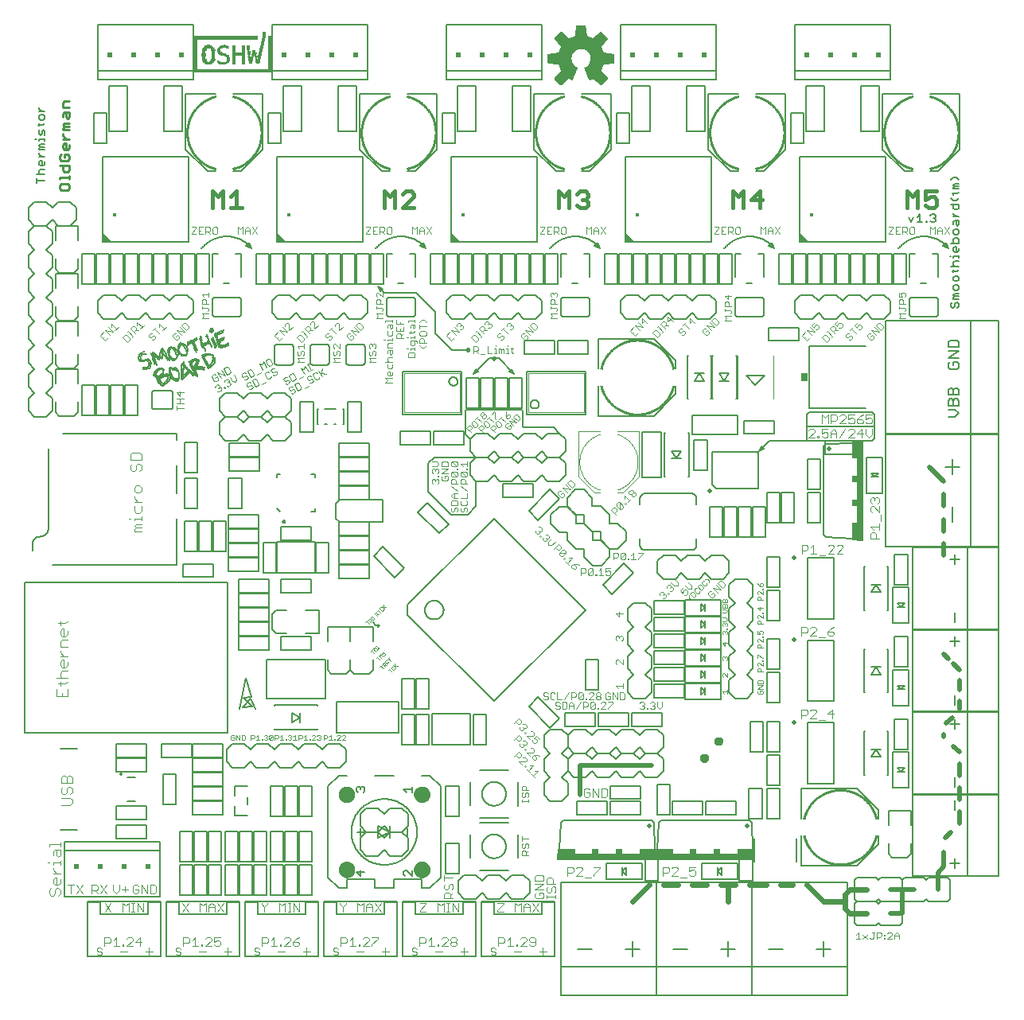
<source format=gbr>
G04 EAGLE Gerber RS-274X export*
G75*
%MOMM*%
%FSLAX34Y34*%
%LPD*%
%INGTO*%
%IPPOS*%
%AMOC8*
5,1,8,0,0,1.08239X$1,22.5*%
G01*
%ADD10C,0.076200*%
%ADD11C,0.431800*%
%ADD12C,0.101600*%
%ADD13C,0.050800*%
%ADD14C,0.127000*%
%ADD15C,0.203200*%
%ADD16C,0.025400*%
%ADD17C,0.381000*%
%ADD18C,0.177800*%
%ADD19R,0.038100X0.012700*%
%ADD20R,0.076200X0.012700*%
%ADD21R,0.088900X0.012700*%
%ADD22R,0.101600X0.012700*%
%ADD23R,0.114300X0.012700*%
%ADD24R,0.012700X0.012700*%
%ADD25R,0.152400X0.012700*%
%ADD26R,0.050800X0.012700*%
%ADD27R,0.177800X0.012700*%
%ADD28R,0.063500X0.012700*%
%ADD29R,0.304800X0.012700*%
%ADD30R,0.342900X0.012700*%
%ADD31R,0.355600X0.012700*%
%ADD32R,0.381000X0.012700*%
%ADD33R,0.444500X0.012700*%
%ADD34R,0.482600X0.012700*%
%ADD35R,0.508000X0.012700*%
%ADD36R,0.215900X0.012700*%
%ADD37R,0.330200X0.012700*%
%ADD38R,0.406400X0.012700*%
%ADD39R,0.228600X0.012700*%
%ADD40R,0.241300X0.012700*%
%ADD41R,0.190500X0.012700*%
%ADD42R,0.533400X0.012700*%
%ADD43R,0.266700X0.012700*%
%ADD44R,0.279400X0.012700*%
%ADD45R,0.317500X0.012700*%
%ADD46R,0.139700X0.012700*%
%ADD47R,0.165100X0.012700*%
%ADD48R,0.127000X0.012700*%
%ADD49R,0.254000X0.012700*%
%ADD50R,0.025400X0.012700*%
%ADD51R,0.431800X0.012700*%
%ADD52R,0.469900X0.012700*%
%ADD53R,0.419100X0.012700*%
%ADD54R,0.520700X0.012700*%
%ADD55R,0.571500X0.012700*%
%ADD56R,0.393700X0.012700*%
%ADD57R,0.596900X0.012700*%
%ADD58R,0.609600X0.012700*%
%ADD59R,0.292100X0.012700*%
%ADD60R,0.203200X0.012700*%
%ADD61R,0.762000X0.012700*%
%ADD62R,0.457200X0.012700*%
%ADD63R,0.495300X0.012700*%
%ADD64R,0.673100X0.012700*%
%ADD65R,0.558800X0.012700*%
%ADD66R,0.685800X0.012700*%
%ADD67R,0.889000X0.012700*%
%ADD68R,0.584200X0.012700*%
%ADD69R,0.546100X0.012700*%
%ADD70R,0.660400X0.012700*%
%ADD71R,0.368300X0.012700*%
%ADD72R,0.698500X0.012700*%
%ADD73R,0.635000X0.012700*%
%ADD74R,0.711200X0.012700*%
%ADD75R,1.130300X0.012700*%
%ADD76R,1.117600X0.012700*%
%ADD77R,0.736600X0.012700*%
%ADD78R,0.825500X0.012700*%
%ADD79R,0.749300X0.012700*%
%ADD80R,1.397000X0.012700*%
%ADD81R,0.774700X0.012700*%
%ADD82R,1.409700X0.012700*%
%ADD83R,1.231900X0.012700*%
%ADD84R,1.092200X0.012700*%
%ADD85R,1.181100X0.012700*%
%ADD86R,1.155700X0.012700*%
%ADD87R,0.723900X0.012700*%
%ADD88R,0.812800X0.012700*%
%ADD89R,0.647700X0.012700*%
%ADD90R,0.838200X0.012700*%
%ADD91R,0.863600X0.012700*%
%ADD92R,0.850900X0.012700*%
%ADD93R,0.876300X0.012700*%
%ADD94R,1.358900X0.012700*%
%ADD95R,1.549400X0.012700*%
%ADD96R,1.003300X0.012700*%
%ADD97R,0.622300X0.012700*%
%ADD98R,1.016000X0.012700*%
%ADD99R,0.990600X0.012700*%
%ADD100R,0.977900X0.012700*%
%ADD101R,0.800100X0.012700*%
%ADD102R,1.219200X0.012700*%
%ADD103R,1.206500X0.012700*%
%ADD104R,1.168400X0.012700*%
%ADD105R,0.787400X0.012700*%
%ADD106R,0.914400X0.012700*%
%ADD107R,0.901700X0.012700*%
%ADD108R,0.927100X0.012700*%
%ADD109R,0.939800X0.012700*%
%ADD110R,0.965200X0.012700*%
%ADD111R,1.054100X0.012700*%
%ADD112C,0.508000*%
%ADD113C,0.609600*%
%ADD114C,0.228600*%
%ADD115C,0.152400*%
%ADD116C,0.254000*%
%ADD117C,0.900000*%
%ADD118C,0.447200*%
%ADD119R,0.508000X0.508000*%
%ADD120C,0.508000*%
%ADD121R,10.668000X0.762000*%
%ADD122R,1.905000X0.508000*%
%ADD123R,0.762000X0.508000*%
%ADD124C,0.020319*%
%ADD125C,0.500000*%
%ADD126R,0.762000X10.668000*%
%ADD127R,0.508000X1.905000*%
%ADD128R,0.508000X0.762000*%
%ADD129R,0.762000X0.863600*%
%ADD130R,8.305800X0.076200*%
%ADD131R,0.381000X0.076200*%
%ADD132R,0.685800X0.076200*%
%ADD133R,0.762000X0.076200*%
%ADD134R,0.914400X0.076200*%
%ADD135R,1.066800X0.076200*%
%ADD136R,1.219200X0.076200*%
%ADD137R,1.143000X0.076200*%
%ADD138R,0.533400X0.076200*%
%ADD139R,0.457200X0.076200*%
%ADD140R,0.304800X0.076200*%
%ADD141R,0.152400X0.076200*%
%ADD142R,0.228600X0.076200*%
%ADD143R,0.609600X0.076200*%
%ADD144R,0.838200X0.076200*%
%ADD145R,1.371600X0.076200*%
%ADD146R,0.990600X0.076200*%
%ADD147R,6.858000X0.076200*%

G36*
X114343Y433966D02*
X114343Y433966D01*
X114451Y433976D01*
X114464Y433982D01*
X114478Y433984D01*
X114575Y434032D01*
X114674Y434077D01*
X114687Y434088D01*
X114696Y434092D01*
X114711Y434108D01*
X114788Y434170D01*
X120820Y440202D01*
X120870Y440273D01*
X120875Y440278D01*
X120877Y440281D01*
X120883Y440290D01*
X120949Y440376D01*
X120954Y440389D01*
X120962Y440401D01*
X120993Y440504D01*
X121029Y440607D01*
X121029Y440621D01*
X121033Y440634D01*
X121029Y440742D01*
X121030Y440851D01*
X121025Y440864D01*
X121025Y440878D01*
X120987Y440980D01*
X120952Y441082D01*
X120943Y441097D01*
X120939Y441106D01*
X120925Y441123D01*
X120871Y441205D01*
X114017Y449611D01*
X115055Y451497D01*
X115063Y451519D01*
X115091Y451571D01*
X116108Y454027D01*
X116114Y454050D01*
X116136Y454105D01*
X116735Y456173D01*
X127525Y457270D01*
X127629Y457298D01*
X127735Y457323D01*
X127747Y457330D01*
X127760Y457333D01*
X127850Y457394D01*
X127943Y457451D01*
X127951Y457462D01*
X127963Y457470D01*
X128029Y457556D01*
X128098Y457640D01*
X128102Y457653D01*
X128111Y457664D01*
X128145Y457767D01*
X128184Y457868D01*
X128185Y457886D01*
X128189Y457895D01*
X128189Y457917D01*
X128198Y458015D01*
X128198Y466545D01*
X128181Y466652D01*
X128167Y466760D01*
X128161Y466772D01*
X128159Y466786D01*
X128107Y466882D01*
X128060Y466979D01*
X128050Y466989D01*
X128044Y467001D01*
X127964Y467075D01*
X127888Y467152D01*
X127876Y467158D01*
X127866Y467168D01*
X127767Y467213D01*
X127670Y467261D01*
X127652Y467265D01*
X127643Y467269D01*
X127622Y467271D01*
X127525Y467290D01*
X116735Y468387D01*
X116136Y470455D01*
X116125Y470476D01*
X116108Y470533D01*
X115315Y472449D01*
X115091Y472989D01*
X115078Y473009D01*
X115055Y473063D01*
X114017Y474949D01*
X120871Y483355D01*
X120925Y483449D01*
X120982Y483541D01*
X120985Y483554D01*
X120992Y483566D01*
X121013Y483673D01*
X121038Y483778D01*
X121036Y483792D01*
X121039Y483806D01*
X121024Y483913D01*
X121014Y484021D01*
X121008Y484034D01*
X121006Y484048D01*
X120958Y484145D01*
X120913Y484244D01*
X120902Y484257D01*
X120898Y484266D01*
X120882Y484281D01*
X120820Y484358D01*
X114788Y490390D01*
X114700Y490453D01*
X114614Y490519D01*
X114601Y490524D01*
X114589Y490532D01*
X114486Y490563D01*
X114383Y490599D01*
X114369Y490599D01*
X114356Y490603D01*
X114248Y490599D01*
X114139Y490600D01*
X114126Y490595D01*
X114112Y490595D01*
X114010Y490557D01*
X113908Y490522D01*
X113893Y490513D01*
X113884Y490509D01*
X113867Y490495D01*
X113785Y490441D01*
X105379Y483587D01*
X103493Y484625D01*
X103471Y484633D01*
X103419Y484661D01*
X100963Y485678D01*
X100940Y485684D01*
X100885Y485706D01*
X98817Y486305D01*
X97720Y497095D01*
X97692Y497199D01*
X97667Y497305D01*
X97660Y497317D01*
X97657Y497330D01*
X97596Y497420D01*
X97539Y497513D01*
X97528Y497521D01*
X97520Y497533D01*
X97434Y497599D01*
X97350Y497668D01*
X97337Y497672D01*
X97326Y497681D01*
X97223Y497715D01*
X97122Y497754D01*
X97104Y497755D01*
X97095Y497759D01*
X97073Y497759D01*
X96975Y497768D01*
X88445Y497768D01*
X88338Y497751D01*
X88230Y497737D01*
X88218Y497731D01*
X88204Y497729D01*
X88108Y497677D01*
X88011Y497630D01*
X88001Y497620D01*
X87989Y497614D01*
X87915Y497534D01*
X87838Y497458D01*
X87832Y497446D01*
X87822Y497436D01*
X87777Y497337D01*
X87729Y497240D01*
X87725Y497222D01*
X87721Y497213D01*
X87719Y497192D01*
X87700Y497095D01*
X86603Y486305D01*
X84535Y485706D01*
X84514Y485695D01*
X84457Y485678D01*
X82001Y484661D01*
X81981Y484648D01*
X81927Y484625D01*
X80041Y483587D01*
X71635Y490441D01*
X71541Y490495D01*
X71449Y490552D01*
X71436Y490555D01*
X71424Y490562D01*
X71317Y490583D01*
X71212Y490608D01*
X71198Y490606D01*
X71184Y490609D01*
X71077Y490594D01*
X70969Y490584D01*
X70956Y490578D01*
X70943Y490576D01*
X70845Y490528D01*
X70746Y490483D01*
X70733Y490472D01*
X70724Y490468D01*
X70709Y490452D01*
X70632Y490390D01*
X64600Y484358D01*
X64537Y484270D01*
X64471Y484184D01*
X64466Y484171D01*
X64458Y484159D01*
X64427Y484056D01*
X64391Y483953D01*
X64391Y483939D01*
X64387Y483926D01*
X64391Y483818D01*
X64390Y483709D01*
X64395Y483696D01*
X64395Y483682D01*
X64433Y483580D01*
X64468Y483478D01*
X64477Y483463D01*
X64481Y483454D01*
X64495Y483437D01*
X64549Y483355D01*
X71403Y474949D01*
X70365Y473063D01*
X70357Y473041D01*
X70329Y472989D01*
X69312Y470533D01*
X69306Y470510D01*
X69284Y470455D01*
X68685Y468387D01*
X57895Y467290D01*
X57791Y467262D01*
X57685Y467237D01*
X57673Y467230D01*
X57660Y467227D01*
X57570Y467166D01*
X57477Y467109D01*
X57469Y467098D01*
X57457Y467090D01*
X57391Y467004D01*
X57323Y466920D01*
X57318Y466907D01*
X57309Y466896D01*
X57275Y466793D01*
X57236Y466692D01*
X57235Y466674D01*
X57231Y466665D01*
X57232Y466643D01*
X57222Y466545D01*
X57222Y458015D01*
X57239Y457908D01*
X57253Y457800D01*
X57259Y457788D01*
X57261Y457774D01*
X57313Y457678D01*
X57360Y457581D01*
X57370Y457571D01*
X57376Y457559D01*
X57456Y457485D01*
X57532Y457408D01*
X57544Y457402D01*
X57555Y457392D01*
X57653Y457347D01*
X57750Y457299D01*
X57768Y457295D01*
X57777Y457291D01*
X57798Y457289D01*
X57895Y457270D01*
X68685Y456173D01*
X69284Y454105D01*
X69295Y454084D01*
X69312Y454027D01*
X69367Y453894D01*
X70298Y451647D01*
X70298Y451646D01*
X70329Y451571D01*
X70342Y451551D01*
X70365Y451497D01*
X71403Y449611D01*
X64549Y441205D01*
X64495Y441111D01*
X64438Y441019D01*
X64435Y441006D01*
X64428Y440994D01*
X64407Y440887D01*
X64382Y440782D01*
X64384Y440768D01*
X64381Y440754D01*
X64396Y440647D01*
X64406Y440539D01*
X64412Y440526D01*
X64414Y440513D01*
X64462Y440415D01*
X64507Y440316D01*
X64518Y440303D01*
X64522Y440294D01*
X64538Y440279D01*
X64600Y440202D01*
X70632Y434170D01*
X70720Y434107D01*
X70806Y434041D01*
X70819Y434036D01*
X70831Y434028D01*
X70934Y433997D01*
X71037Y433961D01*
X71051Y433961D01*
X71064Y433957D01*
X71172Y433961D01*
X71281Y433960D01*
X71294Y433965D01*
X71308Y433965D01*
X71410Y434003D01*
X71512Y434038D01*
X71527Y434047D01*
X71536Y434051D01*
X71553Y434065D01*
X71635Y434119D01*
X80035Y440968D01*
X81322Y440236D01*
X81341Y440229D01*
X81377Y440208D01*
X83186Y439369D01*
X83224Y439359D01*
X83260Y439340D01*
X83341Y439326D01*
X83421Y439304D01*
X83461Y439306D01*
X83500Y439300D01*
X83582Y439313D01*
X83665Y439318D01*
X83702Y439333D01*
X83741Y439339D01*
X83814Y439378D01*
X83891Y439409D01*
X83921Y439435D01*
X83957Y439454D01*
X84013Y439514D01*
X84076Y439568D01*
X84096Y439603D01*
X84124Y439632D01*
X84193Y439762D01*
X89216Y451888D01*
X89242Y452000D01*
X89271Y452112D01*
X89270Y452119D01*
X89272Y452126D01*
X89260Y452240D01*
X89251Y452355D01*
X89249Y452361D01*
X89248Y452369D01*
X89200Y452473D01*
X89155Y452579D01*
X89150Y452584D01*
X89147Y452591D01*
X89069Y452675D01*
X88992Y452760D01*
X88984Y452765D01*
X88980Y452769D01*
X88967Y452776D01*
X88868Y452841D01*
X87290Y453656D01*
X85922Y454685D01*
X84746Y455929D01*
X83795Y457353D01*
X83095Y458916D01*
X82668Y460574D01*
X82524Y462276D01*
X82704Y464182D01*
X83235Y466017D01*
X84099Y467720D01*
X85266Y469232D01*
X86695Y470499D01*
X88335Y471478D01*
X90130Y472133D01*
X92015Y472441D01*
X93924Y472393D01*
X95791Y471988D01*
X97549Y471242D01*
X99137Y470181D01*
X100500Y468842D01*
X101588Y467272D01*
X102364Y465527D01*
X102800Y463667D01*
X102882Y461759D01*
X102606Y459869D01*
X101981Y458064D01*
X101031Y456407D01*
X99788Y454956D01*
X98296Y453764D01*
X96546Y452837D01*
X96457Y452770D01*
X96367Y452705D01*
X96360Y452696D01*
X96351Y452690D01*
X96289Y452597D01*
X96224Y452507D01*
X96221Y452496D01*
X96215Y452487D01*
X96186Y452380D01*
X96153Y452274D01*
X96154Y452263D01*
X96151Y452252D01*
X96157Y452140D01*
X96161Y452030D01*
X96165Y452016D01*
X96166Y452008D01*
X96173Y451990D01*
X96204Y451888D01*
X96614Y450897D01*
X97545Y448650D01*
X97545Y448649D01*
X98476Y446402D01*
X98477Y446402D01*
X99408Y444154D01*
X100339Y441906D01*
X101227Y439762D01*
X101248Y439728D01*
X101261Y439691D01*
X101312Y439625D01*
X101356Y439555D01*
X101387Y439530D01*
X101411Y439498D01*
X101480Y439453D01*
X101544Y439400D01*
X101582Y439386D01*
X101615Y439364D01*
X101695Y439343D01*
X101773Y439314D01*
X101813Y439313D01*
X101851Y439303D01*
X101934Y439309D01*
X102016Y439306D01*
X102055Y439318D01*
X102095Y439321D01*
X102234Y439369D01*
X104043Y440208D01*
X104059Y440219D01*
X104098Y440236D01*
X105385Y440968D01*
X113785Y434119D01*
X113879Y434065D01*
X113971Y434008D01*
X113984Y434005D01*
X113996Y433998D01*
X114103Y433977D01*
X114208Y433952D01*
X114222Y433954D01*
X114236Y433951D01*
X114343Y433966D01*
G37*
G36*
X333446Y266585D02*
X333446Y266585D01*
X333517Y266587D01*
X333566Y266605D01*
X333618Y266614D01*
X333681Y266647D01*
X333748Y266672D01*
X333789Y266704D01*
X333835Y266729D01*
X333884Y266780D01*
X333940Y266825D01*
X333969Y266869D01*
X334005Y266907D01*
X334035Y266972D01*
X334073Y267032D01*
X334086Y267083D01*
X334108Y267130D01*
X334116Y267201D01*
X334134Y267271D01*
X334129Y267323D01*
X334135Y267374D01*
X334120Y267445D01*
X334114Y267516D01*
X334094Y267564D01*
X334083Y267615D01*
X334046Y267676D01*
X334018Y267742D01*
X333973Y267798D01*
X333957Y267826D01*
X333939Y267841D01*
X333913Y267873D01*
X325658Y276128D01*
X325600Y276170D01*
X325548Y276220D01*
X325501Y276242D01*
X325459Y276272D01*
X325390Y276293D01*
X325325Y276323D01*
X325273Y276329D01*
X325223Y276344D01*
X325152Y276342D01*
X325081Y276350D01*
X325030Y276339D01*
X324978Y276338D01*
X324910Y276313D01*
X324840Y276298D01*
X324796Y276271D01*
X324747Y276253D01*
X324691Y276209D01*
X324629Y276172D01*
X324595Y276132D01*
X324555Y276100D01*
X324516Y276039D01*
X324469Y275985D01*
X324450Y275937D01*
X324422Y275893D01*
X324404Y275823D01*
X324377Y275757D01*
X324369Y275685D01*
X324361Y275654D01*
X324363Y275631D01*
X324359Y275590D01*
X324359Y267335D01*
X324362Y267315D01*
X324360Y267296D01*
X324382Y267194D01*
X324399Y267092D01*
X324408Y267075D01*
X324412Y267055D01*
X324465Y266966D01*
X324514Y266875D01*
X324528Y266861D01*
X324538Y266844D01*
X324617Y266777D01*
X324692Y266706D01*
X324710Y266697D01*
X324725Y266684D01*
X324821Y266645D01*
X324915Y266602D01*
X324935Y266600D01*
X324953Y266592D01*
X325120Y266574D01*
X333375Y266574D01*
X333446Y266585D01*
G37*
G36*
X148026Y266585D02*
X148026Y266585D01*
X148097Y266587D01*
X148146Y266605D01*
X148198Y266614D01*
X148261Y266647D01*
X148328Y266672D01*
X148369Y266704D01*
X148415Y266729D01*
X148464Y266780D01*
X148520Y266825D01*
X148549Y266869D01*
X148585Y266907D01*
X148615Y266972D01*
X148653Y267032D01*
X148666Y267083D01*
X148688Y267130D01*
X148696Y267201D01*
X148714Y267271D01*
X148709Y267323D01*
X148715Y267374D01*
X148700Y267445D01*
X148694Y267516D01*
X148674Y267564D01*
X148663Y267615D01*
X148626Y267676D01*
X148598Y267742D01*
X148553Y267798D01*
X148537Y267826D01*
X148519Y267841D01*
X148493Y267873D01*
X140238Y276128D01*
X140180Y276170D01*
X140128Y276220D01*
X140081Y276242D01*
X140039Y276272D01*
X139970Y276293D01*
X139905Y276323D01*
X139853Y276329D01*
X139803Y276344D01*
X139732Y276342D01*
X139661Y276350D01*
X139610Y276339D01*
X139558Y276338D01*
X139490Y276313D01*
X139420Y276298D01*
X139376Y276271D01*
X139327Y276253D01*
X139271Y276209D01*
X139209Y276172D01*
X139175Y276132D01*
X139135Y276100D01*
X139096Y276039D01*
X139049Y275985D01*
X139030Y275937D01*
X139002Y275893D01*
X138984Y275823D01*
X138957Y275757D01*
X138949Y275685D01*
X138941Y275654D01*
X138943Y275631D01*
X138939Y275590D01*
X138939Y267335D01*
X138942Y267315D01*
X138940Y267296D01*
X138962Y267194D01*
X138979Y267092D01*
X138988Y267075D01*
X138992Y267055D01*
X139045Y266966D01*
X139094Y266875D01*
X139108Y266861D01*
X139118Y266844D01*
X139197Y266777D01*
X139272Y266706D01*
X139290Y266697D01*
X139305Y266684D01*
X139401Y266645D01*
X139495Y266602D01*
X139515Y266600D01*
X139533Y266592D01*
X139700Y266574D01*
X147955Y266574D01*
X148026Y266585D01*
G37*
G36*
X-37394Y266585D02*
X-37394Y266585D01*
X-37323Y266587D01*
X-37274Y266605D01*
X-37222Y266614D01*
X-37159Y266647D01*
X-37092Y266672D01*
X-37051Y266704D01*
X-37005Y266729D01*
X-36956Y266780D01*
X-36900Y266825D01*
X-36871Y266869D01*
X-36836Y266907D01*
X-36805Y266972D01*
X-36767Y267032D01*
X-36754Y267083D01*
X-36732Y267130D01*
X-36724Y267201D01*
X-36706Y267271D01*
X-36711Y267323D01*
X-36705Y267374D01*
X-36720Y267445D01*
X-36726Y267516D01*
X-36746Y267564D01*
X-36757Y267615D01*
X-36794Y267676D01*
X-36822Y267742D01*
X-36867Y267798D01*
X-36883Y267826D01*
X-36901Y267841D01*
X-36927Y267873D01*
X-45182Y276128D01*
X-45240Y276170D01*
X-45292Y276220D01*
X-45339Y276242D01*
X-45381Y276272D01*
X-45450Y276293D01*
X-45515Y276323D01*
X-45567Y276329D01*
X-45617Y276344D01*
X-45688Y276342D01*
X-45759Y276350D01*
X-45810Y276339D01*
X-45862Y276338D01*
X-45930Y276313D01*
X-46000Y276298D01*
X-46044Y276271D01*
X-46093Y276253D01*
X-46149Y276209D01*
X-46211Y276172D01*
X-46245Y276132D01*
X-46285Y276100D01*
X-46324Y276039D01*
X-46371Y275985D01*
X-46390Y275937D01*
X-46418Y275893D01*
X-46436Y275823D01*
X-46463Y275757D01*
X-46471Y275685D01*
X-46479Y275654D01*
X-46477Y275631D01*
X-46481Y275590D01*
X-46481Y267335D01*
X-46478Y267315D01*
X-46480Y267296D01*
X-46458Y267194D01*
X-46442Y267092D01*
X-46432Y267075D01*
X-46428Y267055D01*
X-46375Y266966D01*
X-46326Y266875D01*
X-46312Y266861D01*
X-46302Y266844D01*
X-46223Y266777D01*
X-46148Y266706D01*
X-46130Y266697D01*
X-46115Y266684D01*
X-46019Y266645D01*
X-45925Y266602D01*
X-45905Y266600D01*
X-45887Y266592D01*
X-45720Y266574D01*
X-37465Y266574D01*
X-37394Y266585D01*
G37*
G36*
X-222814Y266585D02*
X-222814Y266585D01*
X-222743Y266587D01*
X-222694Y266605D01*
X-222642Y266614D01*
X-222579Y266647D01*
X-222512Y266672D01*
X-222471Y266704D01*
X-222425Y266729D01*
X-222376Y266780D01*
X-222320Y266825D01*
X-222291Y266869D01*
X-222256Y266907D01*
X-222225Y266972D01*
X-222187Y267032D01*
X-222174Y267083D01*
X-222152Y267130D01*
X-222144Y267201D01*
X-222126Y267271D01*
X-222131Y267323D01*
X-222125Y267374D01*
X-222140Y267445D01*
X-222146Y267516D01*
X-222166Y267564D01*
X-222177Y267615D01*
X-222214Y267676D01*
X-222242Y267742D01*
X-222287Y267798D01*
X-222303Y267826D01*
X-222321Y267841D01*
X-222347Y267873D01*
X-230602Y276128D01*
X-230660Y276170D01*
X-230712Y276220D01*
X-230759Y276242D01*
X-230801Y276272D01*
X-230870Y276293D01*
X-230935Y276323D01*
X-230987Y276329D01*
X-231037Y276344D01*
X-231108Y276342D01*
X-231179Y276350D01*
X-231230Y276339D01*
X-231282Y276338D01*
X-231350Y276313D01*
X-231420Y276298D01*
X-231464Y276271D01*
X-231513Y276253D01*
X-231569Y276209D01*
X-231631Y276172D01*
X-231665Y276132D01*
X-231705Y276100D01*
X-231744Y276039D01*
X-231791Y275985D01*
X-231810Y275937D01*
X-231838Y275893D01*
X-231856Y275823D01*
X-231883Y275757D01*
X-231891Y275685D01*
X-231899Y275654D01*
X-231897Y275631D01*
X-231901Y275590D01*
X-231901Y267335D01*
X-231898Y267315D01*
X-231900Y267296D01*
X-231878Y267194D01*
X-231862Y267092D01*
X-231852Y267075D01*
X-231848Y267055D01*
X-231795Y266966D01*
X-231746Y266875D01*
X-231732Y266861D01*
X-231722Y266844D01*
X-231643Y266777D01*
X-231568Y266706D01*
X-231550Y266697D01*
X-231535Y266684D01*
X-231439Y266645D01*
X-231345Y266602D01*
X-231325Y266600D01*
X-231307Y266592D01*
X-231140Y266574D01*
X-222885Y266574D01*
X-222814Y266585D01*
G37*
G36*
X-408234Y266585D02*
X-408234Y266585D01*
X-408163Y266587D01*
X-408114Y266605D01*
X-408062Y266614D01*
X-407999Y266647D01*
X-407932Y266672D01*
X-407891Y266704D01*
X-407845Y266729D01*
X-407796Y266780D01*
X-407740Y266825D01*
X-407711Y266869D01*
X-407676Y266907D01*
X-407645Y266972D01*
X-407607Y267032D01*
X-407594Y267083D01*
X-407572Y267130D01*
X-407564Y267201D01*
X-407546Y267271D01*
X-407551Y267323D01*
X-407545Y267374D01*
X-407560Y267445D01*
X-407566Y267516D01*
X-407586Y267564D01*
X-407597Y267615D01*
X-407634Y267676D01*
X-407662Y267742D01*
X-407707Y267798D01*
X-407723Y267826D01*
X-407741Y267841D01*
X-407767Y267873D01*
X-416022Y276128D01*
X-416080Y276170D01*
X-416132Y276220D01*
X-416179Y276242D01*
X-416221Y276272D01*
X-416290Y276293D01*
X-416355Y276323D01*
X-416407Y276329D01*
X-416457Y276344D01*
X-416528Y276342D01*
X-416599Y276350D01*
X-416650Y276339D01*
X-416702Y276338D01*
X-416770Y276313D01*
X-416840Y276298D01*
X-416884Y276271D01*
X-416933Y276253D01*
X-416989Y276209D01*
X-417051Y276172D01*
X-417085Y276132D01*
X-417125Y276100D01*
X-417164Y276039D01*
X-417211Y275985D01*
X-417230Y275937D01*
X-417258Y275893D01*
X-417276Y275823D01*
X-417303Y275757D01*
X-417311Y275685D01*
X-417319Y275654D01*
X-417317Y275631D01*
X-417321Y275590D01*
X-417321Y267335D01*
X-417318Y267315D01*
X-417320Y267296D01*
X-417298Y267194D01*
X-417282Y267092D01*
X-417272Y267075D01*
X-417268Y267055D01*
X-417215Y266966D01*
X-417166Y266875D01*
X-417152Y266861D01*
X-417142Y266844D01*
X-417063Y266777D01*
X-416988Y266706D01*
X-416970Y266697D01*
X-416955Y266684D01*
X-416859Y266645D01*
X-416765Y266602D01*
X-416745Y266600D01*
X-416727Y266592D01*
X-416560Y266574D01*
X-408305Y266574D01*
X-408234Y266585D01*
G37*
G36*
X-397192Y-300684D02*
X-397192Y-300684D01*
X-397191Y-300684D01*
X-396780Y-300630D01*
X-396779Y-300629D01*
X-396777Y-300629D01*
X-396394Y-300471D01*
X-396393Y-300469D01*
X-396391Y-300469D01*
X-396063Y-300217D01*
X-396062Y-300215D01*
X-396061Y-300215D01*
X-395808Y-299886D01*
X-395808Y-299884D01*
X-395807Y-299883D01*
X-395648Y-299500D01*
X-395649Y-299498D01*
X-395647Y-299497D01*
X-395593Y-299087D01*
X-395594Y-299085D01*
X-395593Y-299083D01*
X-395647Y-298673D01*
X-395649Y-298671D01*
X-395648Y-298670D01*
X-395807Y-298287D01*
X-395809Y-298286D01*
X-395808Y-298284D01*
X-396061Y-297955D01*
X-396063Y-297955D01*
X-396063Y-297953D01*
X-396391Y-297701D01*
X-396394Y-297701D01*
X-396394Y-297699D01*
X-396777Y-297541D01*
X-396779Y-297541D01*
X-396780Y-297540D01*
X-397191Y-297486D01*
X-397193Y-297487D01*
X-397194Y-297486D01*
X-397605Y-297540D01*
X-397606Y-297541D01*
X-397608Y-297541D01*
X-397991Y-297699D01*
X-397992Y-297701D01*
X-397994Y-297701D01*
X-398322Y-297953D01*
X-398323Y-297955D01*
X-398325Y-297955D01*
X-398577Y-298284D01*
X-398577Y-298286D01*
X-398578Y-298287D01*
X-398737Y-298670D01*
X-398736Y-298671D01*
X-398738Y-298672D01*
X-398737Y-298672D01*
X-398738Y-298673D01*
X-398792Y-299083D01*
X-398791Y-299085D01*
X-398792Y-299087D01*
X-398738Y-299497D01*
X-398736Y-299499D01*
X-398737Y-299500D01*
X-398578Y-299883D01*
X-398576Y-299884D01*
X-398577Y-299886D01*
X-398325Y-300215D01*
X-398322Y-300215D01*
X-398322Y-300217D01*
X-397994Y-300469D01*
X-397991Y-300469D01*
X-397991Y-300471D01*
X-397608Y-300629D01*
X-397606Y-300629D01*
X-397605Y-300630D01*
X-397194Y-300684D01*
X-397193Y-300684D01*
X-397192Y-300684D01*
X-397192Y-300684D01*
G37*
D10*
X148138Y176215D02*
X144663Y172740D01*
X149876Y167527D01*
X153351Y171002D01*
X149007Y171871D02*
X147269Y170133D01*
X155168Y172819D02*
X149955Y178032D01*
X158643Y176294D01*
X153430Y181507D01*
X157853Y185931D02*
X163066Y180718D01*
X157853Y180718D02*
X157853Y185931D01*
X161329Y184193D02*
X157853Y180718D01*
X-47442Y171135D02*
X-50917Y167660D01*
X-45704Y162447D01*
X-42229Y165922D01*
X-46573Y166791D02*
X-48311Y165053D01*
X-40412Y167739D02*
X-45625Y172952D01*
X-36937Y171214D01*
X-42150Y176427D01*
X-39464Y177375D02*
X-39464Y179113D01*
X-37727Y180851D01*
X-35989Y180851D01*
X-35120Y179982D01*
X-35120Y178244D01*
X-35989Y177375D01*
X-35120Y178244D02*
X-33382Y178244D01*
X-32514Y177375D01*
X-32514Y175638D01*
X-34251Y173900D01*
X-35989Y173900D01*
X-230322Y171135D02*
X-233797Y167660D01*
X-228584Y162447D01*
X-225109Y165922D01*
X-229453Y166791D02*
X-231191Y165053D01*
X-223292Y167739D02*
X-228505Y172952D01*
X-219817Y171214D01*
X-225030Y176427D01*
X-218000Y173031D02*
X-214525Y176506D01*
X-218000Y173031D02*
X-218000Y179982D01*
X-218869Y180851D01*
X-220607Y180851D01*
X-222344Y179113D01*
X-222344Y177375D01*
X-415742Y171135D02*
X-419217Y167660D01*
X-414004Y162447D01*
X-410529Y165922D01*
X-414873Y166791D02*
X-416611Y165053D01*
X-408712Y167739D02*
X-413925Y172952D01*
X-405237Y171214D01*
X-410450Y176427D01*
X-406895Y176506D02*
X-406895Y179982D01*
X-401683Y174769D01*
X-403420Y173031D02*
X-399945Y176506D01*
X-395581Y165896D02*
X-390368Y160683D01*
X-387762Y163289D01*
X-387762Y165027D01*
X-391237Y168502D01*
X-392975Y168502D01*
X-395581Y165896D01*
X-385076Y165975D02*
X-383339Y167713D01*
X-384207Y166844D02*
X-389420Y172057D01*
X-390289Y171188D02*
X-388552Y172926D01*
X-386761Y174716D02*
X-381548Y169503D01*
X-386761Y174716D02*
X-384155Y177323D01*
X-382417Y177323D01*
X-380679Y175585D01*
X-380679Y173847D01*
X-383286Y171241D01*
X-381548Y172978D02*
X-378073Y172978D01*
X-379731Y178271D02*
X-379731Y181746D01*
X-374518Y176533D01*
X-376256Y174795D02*
X-372781Y178271D01*
X-210161Y165896D02*
X-204948Y160683D01*
X-202342Y163289D01*
X-202342Y165027D01*
X-205817Y168502D01*
X-207555Y168502D01*
X-210161Y165896D01*
X-199656Y165975D02*
X-197919Y167713D01*
X-198787Y166844D02*
X-204000Y172057D01*
X-204869Y171188D02*
X-203132Y172926D01*
X-201341Y174716D02*
X-196128Y169503D01*
X-201341Y174716D02*
X-198735Y177323D01*
X-196997Y177323D01*
X-195259Y175585D01*
X-195259Y173847D01*
X-197866Y171241D01*
X-196128Y172978D02*
X-192653Y172978D01*
X-190836Y174795D02*
X-187361Y178271D01*
X-190836Y181746D02*
X-190836Y174795D01*
X-190836Y181746D02*
X-191705Y182615D01*
X-193443Y182615D01*
X-195180Y180877D01*
X-195180Y179139D01*
X-24741Y165896D02*
X-19528Y160683D01*
X-16922Y163289D01*
X-16922Y165027D01*
X-20397Y168502D01*
X-22135Y168502D01*
X-24741Y165896D01*
X-14236Y165975D02*
X-12499Y167713D01*
X-13367Y166844D02*
X-18580Y172057D01*
X-19449Y171188D02*
X-17712Y172926D01*
X-15921Y174716D02*
X-10708Y169503D01*
X-15921Y174716D02*
X-13315Y177323D01*
X-11577Y177323D01*
X-9839Y175585D01*
X-9839Y173847D01*
X-12446Y171241D01*
X-10708Y172978D02*
X-7233Y172978D01*
X-9760Y179139D02*
X-9760Y180877D01*
X-8023Y182615D01*
X-6285Y182615D01*
X-5416Y181746D01*
X-5416Y180008D01*
X-6285Y179139D01*
X-5416Y180008D02*
X-3678Y180008D01*
X-2810Y179139D01*
X-2810Y177402D01*
X-4547Y175664D01*
X-6285Y175664D01*
X168298Y170976D02*
X173511Y165763D01*
X176118Y168369D01*
X176118Y170107D01*
X172643Y173582D01*
X170905Y173582D01*
X168298Y170976D01*
X178804Y171055D02*
X180541Y172793D01*
X179672Y171924D02*
X174459Y177137D01*
X173591Y176268D02*
X175328Y178006D01*
X177119Y179796D02*
X182332Y174583D01*
X177119Y179796D02*
X179725Y182403D01*
X181463Y182403D01*
X183200Y180665D01*
X183200Y178927D01*
X180594Y176321D01*
X182332Y178058D02*
X185807Y178058D01*
X190230Y182482D02*
X185017Y187695D01*
X185017Y182482D01*
X188493Y185957D01*
X198069Y175346D02*
X199807Y175346D01*
X198069Y175346D02*
X196331Y173609D01*
X196331Y171871D01*
X197200Y171002D01*
X198938Y171002D01*
X200676Y172740D01*
X202413Y172740D01*
X203282Y171871D01*
X203282Y170133D01*
X201544Y168396D01*
X199807Y168396D01*
X207705Y174557D02*
X202492Y179770D01*
X200755Y178032D02*
X204230Y181507D01*
X208653Y185931D02*
X213866Y180718D01*
X208653Y180718D02*
X208653Y185931D01*
X212129Y184193D02*
X208653Y180718D01*
X6767Y170266D02*
X5029Y170266D01*
X3291Y168529D01*
X3291Y166791D01*
X4160Y165922D01*
X5898Y165922D01*
X7636Y167660D01*
X9373Y167660D01*
X10242Y166791D01*
X10242Y165053D01*
X8504Y163316D01*
X6767Y163316D01*
X14665Y169477D02*
X9452Y174690D01*
X7715Y172952D02*
X11190Y176427D01*
X13876Y177375D02*
X13876Y179113D01*
X15613Y180851D01*
X17351Y180851D01*
X18220Y179982D01*
X18220Y178244D01*
X17351Y177375D01*
X18220Y178244D02*
X19957Y178244D01*
X20826Y177375D01*
X20826Y175638D01*
X19089Y173900D01*
X17351Y173900D01*
X-176113Y170266D02*
X-177851Y170266D01*
X-179589Y168529D01*
X-179589Y166791D01*
X-178720Y165922D01*
X-176982Y165922D01*
X-175244Y167660D01*
X-173507Y167660D01*
X-172638Y166791D01*
X-172638Y165053D01*
X-174376Y163316D01*
X-176113Y163316D01*
X-168215Y169477D02*
X-173428Y174690D01*
X-175165Y172952D02*
X-171690Y176427D01*
X-164660Y173031D02*
X-161185Y176506D01*
X-164660Y173031D02*
X-164660Y179982D01*
X-165529Y180851D01*
X-167267Y180851D01*
X-169004Y179113D01*
X-169004Y177375D01*
X-364073Y170266D02*
X-365811Y170266D01*
X-367549Y168529D01*
X-367549Y166791D01*
X-366680Y165922D01*
X-364942Y165922D01*
X-363204Y167660D01*
X-361467Y167660D01*
X-360598Y166791D01*
X-360598Y165053D01*
X-362336Y163316D01*
X-364073Y163316D01*
X-356175Y169477D02*
X-361388Y174690D01*
X-363125Y172952D02*
X-359650Y176427D01*
X-356095Y176506D02*
X-356095Y179982D01*
X-350883Y174769D01*
X-352620Y173031D02*
X-349145Y176506D01*
X229819Y-104053D02*
X231557Y-104053D01*
X229819Y-104053D02*
X228081Y-105791D01*
X228081Y-107529D01*
X231557Y-111004D01*
X233294Y-111004D01*
X235032Y-109266D01*
X235032Y-107529D01*
X233294Y-105791D01*
X231557Y-107529D01*
X237718Y-106581D02*
X232505Y-101368D01*
X241193Y-103105D01*
X235980Y-97893D01*
X237797Y-96076D02*
X243010Y-101289D01*
X245616Y-98682D01*
X245616Y-96945D01*
X242141Y-93469D01*
X240403Y-93469D01*
X237797Y-96076D01*
X201584Y-100539D02*
X198109Y-104014D01*
X200715Y-106620D01*
X201584Y-104014D01*
X202453Y-103145D01*
X204190Y-103145D01*
X205928Y-104883D01*
X205928Y-106620D01*
X204190Y-108358D01*
X202453Y-108358D01*
X206876Y-102197D02*
X203401Y-98722D01*
X206876Y-102197D02*
X210351Y-102197D01*
X210351Y-98722D01*
X206876Y-95246D01*
X175958Y-107114D02*
X175958Y-108852D01*
X175958Y-107114D02*
X177696Y-105376D01*
X179434Y-105376D01*
X180302Y-106245D01*
X180302Y-107983D01*
X179434Y-108852D01*
X180302Y-107983D02*
X182040Y-107983D01*
X182909Y-108852D01*
X182909Y-110589D01*
X181171Y-112327D01*
X179434Y-112327D01*
X184726Y-107035D02*
X185595Y-107904D01*
X184726Y-107035D02*
X185595Y-106166D01*
X186463Y-107035D01*
X185595Y-107904D01*
X183896Y-100914D02*
X183896Y-99176D01*
X185634Y-97438D01*
X187372Y-97438D01*
X188241Y-98307D01*
X188241Y-100045D01*
X187372Y-100914D01*
X188241Y-100045D02*
X189978Y-100045D01*
X190847Y-100914D01*
X190847Y-102651D01*
X189109Y-104389D01*
X187372Y-104389D01*
X191795Y-98228D02*
X188320Y-94753D01*
X191795Y-98228D02*
X195270Y-98228D01*
X195270Y-94753D01*
X191795Y-91277D01*
X36703Y-385495D02*
X29331Y-385495D01*
X29331Y-381809D01*
X30559Y-380580D01*
X33017Y-380580D01*
X34246Y-381809D01*
X34246Y-385495D01*
X34246Y-383038D02*
X36703Y-380580D01*
X29331Y-374325D02*
X30559Y-373096D01*
X29331Y-374325D02*
X29331Y-376782D01*
X30559Y-378011D01*
X31788Y-378011D01*
X33017Y-376782D01*
X33017Y-374325D01*
X34246Y-373096D01*
X35474Y-373096D01*
X36703Y-374325D01*
X36703Y-376782D01*
X35474Y-378011D01*
X36703Y-368070D02*
X29331Y-368070D01*
X29331Y-370527D02*
X29331Y-365612D01*
X36703Y-328876D02*
X36703Y-326418D01*
X36703Y-327647D02*
X29331Y-327647D01*
X29331Y-328876D02*
X29331Y-326418D01*
X29331Y-320200D02*
X30559Y-318972D01*
X29331Y-320200D02*
X29331Y-322658D01*
X30559Y-323886D01*
X31788Y-323886D01*
X33017Y-322658D01*
X33017Y-320200D01*
X34246Y-318972D01*
X35474Y-318972D01*
X36703Y-320200D01*
X36703Y-322658D01*
X35474Y-323886D01*
X36703Y-316402D02*
X29331Y-316402D01*
X29331Y-312716D01*
X30559Y-311487D01*
X33017Y-311487D01*
X34246Y-312716D01*
X34246Y-316402D01*
D11*
X-299895Y303657D02*
X-299895Y321198D01*
X-294048Y315351D01*
X-288201Y321198D01*
X-288201Y303657D01*
X-279781Y315351D02*
X-273934Y321198D01*
X-273934Y303657D01*
X-279781Y303657D02*
X-268087Y303657D01*
X-117015Y303657D02*
X-117015Y321198D01*
X-111168Y315351D01*
X-105321Y321198D01*
X-105321Y303657D01*
X-96901Y303657D02*
X-85207Y303657D01*
X-96901Y303657D02*
X-85207Y315351D01*
X-85207Y318274D01*
X-88131Y321198D01*
X-93978Y321198D01*
X-96901Y318274D01*
X68405Y321198D02*
X68405Y303657D01*
X74252Y315351D02*
X68405Y321198D01*
X74252Y315351D02*
X80099Y321198D01*
X80099Y303657D01*
X88519Y318274D02*
X91442Y321198D01*
X97289Y321198D01*
X100213Y318274D01*
X100213Y315351D01*
X97289Y312427D01*
X94366Y312427D01*
X97289Y312427D02*
X100213Y309504D01*
X100213Y306580D01*
X97289Y303657D01*
X91442Y303657D01*
X88519Y306580D01*
X253825Y303657D02*
X253825Y321198D01*
X259672Y315351D01*
X265519Y321198D01*
X265519Y303657D01*
X282709Y303657D02*
X282709Y321198D01*
X273939Y312427D01*
X285633Y312427D01*
D12*
X-375158Y-40804D02*
X-382954Y-40804D01*
X-382954Y-38856D01*
X-381005Y-36907D01*
X-375158Y-36907D01*
X-381005Y-36907D02*
X-382954Y-34958D01*
X-381005Y-33009D01*
X-375158Y-33009D01*
X-382954Y-29111D02*
X-382954Y-27162D01*
X-375158Y-27162D01*
X-375158Y-29111D02*
X-375158Y-25213D01*
X-386852Y-27162D02*
X-388801Y-27162D01*
X-382954Y-19366D02*
X-382954Y-13519D01*
X-382954Y-19366D02*
X-381005Y-21315D01*
X-377107Y-21315D01*
X-375158Y-19366D01*
X-375158Y-13519D01*
X-375158Y-9621D02*
X-382954Y-9621D01*
X-379056Y-9621D02*
X-382954Y-5723D01*
X-382954Y-3774D01*
X-375158Y2073D02*
X-375158Y5971D01*
X-377107Y7920D01*
X-381005Y7920D01*
X-382954Y5971D01*
X-382954Y2073D01*
X-381005Y124D01*
X-377107Y124D01*
X-375158Y2073D01*
X-386852Y29359D02*
X-384903Y31308D01*
X-386852Y29359D02*
X-386852Y25461D01*
X-384903Y23512D01*
X-382954Y23512D01*
X-381005Y25461D01*
X-381005Y29359D01*
X-379056Y31308D01*
X-377107Y31308D01*
X-375158Y29359D01*
X-375158Y25461D01*
X-377107Y23512D01*
X-375158Y35206D02*
X-386852Y35206D01*
X-375158Y35206D02*
X-375158Y41053D01*
X-377107Y43002D01*
X-384903Y43002D01*
X-386852Y41053D01*
X-386852Y35206D01*
X-465592Y-208860D02*
X-465592Y-216655D01*
X-453898Y-216655D01*
X-453898Y-208860D01*
X-459745Y-212758D02*
X-459745Y-216655D01*
X-463643Y-203013D02*
X-455847Y-203013D01*
X-453898Y-201064D01*
X-461694Y-201064D02*
X-461694Y-204962D01*
X-465592Y-197166D02*
X-453898Y-197166D01*
X-459745Y-197166D02*
X-461694Y-195217D01*
X-461694Y-191319D01*
X-459745Y-189370D01*
X-453898Y-189370D01*
X-453898Y-183523D02*
X-453898Y-179625D01*
X-453898Y-183523D02*
X-455847Y-185472D01*
X-459745Y-185472D01*
X-461694Y-183523D01*
X-461694Y-179625D01*
X-459745Y-177676D01*
X-457796Y-177676D01*
X-457796Y-185472D01*
X-453898Y-173778D02*
X-461694Y-173778D01*
X-457796Y-173778D02*
X-461694Y-169880D01*
X-461694Y-167931D01*
X-461694Y-164033D02*
X-453898Y-164033D01*
X-461694Y-164033D02*
X-461694Y-158186D01*
X-459745Y-156237D01*
X-453898Y-156237D01*
X-453898Y-150390D02*
X-453898Y-146492D01*
X-453898Y-150390D02*
X-455847Y-152339D01*
X-459745Y-152339D01*
X-461694Y-150390D01*
X-461694Y-146492D01*
X-459745Y-144543D01*
X-457796Y-144543D01*
X-457796Y-152339D01*
X-455847Y-138696D02*
X-463643Y-138696D01*
X-455847Y-138696D02*
X-453898Y-136747D01*
X-461694Y-136747D02*
X-461694Y-140645D01*
X-460512Y-331993D02*
X-450767Y-331993D01*
X-448818Y-330044D01*
X-448818Y-326146D01*
X-450767Y-324197D01*
X-460512Y-324197D01*
X-460512Y-314452D02*
X-458563Y-312503D01*
X-460512Y-314452D02*
X-460512Y-318350D01*
X-458563Y-320299D01*
X-456614Y-320299D01*
X-454665Y-318350D01*
X-454665Y-314452D01*
X-452716Y-312503D01*
X-450767Y-312503D01*
X-448818Y-314452D01*
X-448818Y-318350D01*
X-450767Y-320299D01*
X-448818Y-308605D02*
X-460512Y-308605D01*
X-460512Y-302758D01*
X-458563Y-300809D01*
X-456614Y-300809D01*
X-454665Y-302758D01*
X-452716Y-300809D01*
X-450767Y-300809D01*
X-448818Y-302758D01*
X-448818Y-308605D01*
X-454665Y-308605D02*
X-454665Y-302758D01*
X-471263Y-420686D02*
X-473212Y-422635D01*
X-473212Y-426533D01*
X-471263Y-428481D01*
X-469314Y-428481D01*
X-467365Y-426533D01*
X-467365Y-422635D01*
X-465416Y-420686D01*
X-463467Y-420686D01*
X-461518Y-422635D01*
X-461518Y-426533D01*
X-463467Y-428481D01*
X-461518Y-414839D02*
X-461518Y-410941D01*
X-461518Y-414839D02*
X-463467Y-416788D01*
X-467365Y-416788D01*
X-469314Y-414839D01*
X-469314Y-410941D01*
X-467365Y-408992D01*
X-465416Y-408992D01*
X-465416Y-416788D01*
X-461518Y-405094D02*
X-469314Y-405094D01*
X-465416Y-405094D02*
X-469314Y-401196D01*
X-469314Y-399247D01*
X-469314Y-395349D02*
X-469314Y-393400D01*
X-461518Y-393400D01*
X-461518Y-395349D02*
X-461518Y-391451D01*
X-473212Y-393400D02*
X-475161Y-393400D01*
X-469314Y-385604D02*
X-469314Y-381706D01*
X-467365Y-379757D01*
X-461518Y-379757D01*
X-461518Y-385604D01*
X-463467Y-387553D01*
X-465416Y-385604D01*
X-465416Y-379757D01*
X-473212Y-375859D02*
X-473212Y-373910D01*
X-461518Y-373910D01*
X-461518Y-375859D02*
X-461518Y-371961D01*
D10*
X-379789Y-416933D02*
X-378221Y-418501D01*
X-379789Y-416933D02*
X-382924Y-416933D01*
X-384492Y-418501D01*
X-384492Y-424771D01*
X-382924Y-426339D01*
X-379789Y-426339D01*
X-378221Y-424771D01*
X-378221Y-421636D01*
X-381356Y-421636D01*
X-375137Y-426339D02*
X-375137Y-416933D01*
X-368866Y-426339D01*
X-368866Y-416933D01*
X-365781Y-416933D02*
X-365781Y-426339D01*
X-361078Y-426339D01*
X-359511Y-424771D01*
X-359511Y-418501D01*
X-361078Y-416933D01*
X-365781Y-416933D01*
X-428074Y-416933D02*
X-428074Y-426339D01*
X-428074Y-416933D02*
X-423371Y-416933D01*
X-421804Y-418501D01*
X-421804Y-421636D01*
X-423371Y-423204D01*
X-428074Y-423204D01*
X-424939Y-423204D02*
X-421804Y-426339D01*
X-412448Y-426339D02*
X-418719Y-416933D01*
X-412448Y-416933D02*
X-418719Y-426339D01*
X-450339Y-426339D02*
X-450339Y-416933D01*
X-453474Y-416933D02*
X-447204Y-416933D01*
X-444119Y-416933D02*
X-437848Y-426339D01*
X-444119Y-426339D02*
X-437848Y-416933D01*
X-413878Y-435983D02*
X-407607Y-445389D01*
X-413878Y-445389D02*
X-407607Y-435983D01*
X-404523Y-446957D02*
X-398252Y-446957D01*
X-395167Y-445389D02*
X-395167Y-435983D01*
X-392032Y-439118D01*
X-388897Y-435983D01*
X-388897Y-445389D01*
X-385812Y-445389D02*
X-382677Y-445389D01*
X-384245Y-445389D02*
X-384245Y-435983D01*
X-385812Y-435983D02*
X-382677Y-435983D01*
X-379575Y-435983D02*
X-379575Y-445389D01*
X-373305Y-445389D02*
X-379575Y-435983D01*
X-373305Y-435983D02*
X-373305Y-445389D01*
X-247508Y-437551D02*
X-247508Y-435983D01*
X-247508Y-437551D02*
X-244372Y-440686D01*
X-241237Y-437551D01*
X-241237Y-435983D01*
X-244372Y-440686D02*
X-244372Y-445389D01*
X-238153Y-446957D02*
X-231882Y-446957D01*
X-228797Y-445389D02*
X-228797Y-435983D01*
X-225662Y-439118D01*
X-222527Y-435983D01*
X-222527Y-445389D01*
X-219442Y-445389D02*
X-216307Y-445389D01*
X-217875Y-445389D02*
X-217875Y-435983D01*
X-219442Y-435983D02*
X-216307Y-435983D01*
X-213205Y-435983D02*
X-213205Y-445389D01*
X-206935Y-445389D02*
X-213205Y-435983D01*
X-206935Y-435983D02*
X-206935Y-445389D01*
X-78598Y-435983D02*
X-72327Y-435983D01*
X-72327Y-437551D01*
X-78598Y-443821D01*
X-78598Y-445389D01*
X-72327Y-445389D01*
X-69243Y-446957D02*
X-62972Y-446957D01*
X-59887Y-445389D02*
X-59887Y-435983D01*
X-56752Y-439118D01*
X-53617Y-435983D01*
X-53617Y-445389D01*
X-50532Y-445389D02*
X-47397Y-445389D01*
X-48965Y-445389D02*
X-48965Y-435983D01*
X-50532Y-435983D02*
X-47397Y-435983D01*
X-44295Y-435983D02*
X-44295Y-445389D01*
X-38025Y-445389D02*
X-44295Y-435983D01*
X-38025Y-435983D02*
X-38025Y-445389D01*
X-325346Y-445389D02*
X-331617Y-435983D01*
X-325346Y-435983D02*
X-331617Y-445389D01*
X-322262Y-446957D02*
X-315991Y-446957D01*
X-312907Y-445389D02*
X-312907Y-435983D01*
X-309771Y-439118D01*
X-306636Y-435983D01*
X-306636Y-445389D01*
X-303551Y-445389D02*
X-303551Y-439118D01*
X-300416Y-435983D01*
X-297281Y-439118D01*
X-297281Y-445389D01*
X-297281Y-440686D02*
X-303551Y-440686D01*
X-294196Y-435983D02*
X-287926Y-445389D01*
X-294196Y-445389D02*
X-287926Y-435983D01*
X-163977Y-435983D02*
X-163977Y-437551D01*
X-160842Y-440686D01*
X-157706Y-437551D01*
X-157706Y-435983D01*
X-160842Y-440686D02*
X-160842Y-445389D01*
X-154622Y-446957D02*
X-148351Y-446957D01*
X-145267Y-445389D02*
X-145267Y-435983D01*
X-142131Y-439118D01*
X-138996Y-435983D01*
X-138996Y-445389D01*
X-135911Y-445389D02*
X-135911Y-439118D01*
X-132776Y-435983D01*
X-129641Y-439118D01*
X-129641Y-445389D01*
X-129641Y-440686D02*
X-135911Y-440686D01*
X-126556Y-435983D02*
X-120286Y-445389D01*
X-126556Y-445389D02*
X-120286Y-435983D01*
X3663Y-435983D02*
X9934Y-435983D01*
X9934Y-437551D01*
X3663Y-443821D01*
X3663Y-445389D01*
X9934Y-445389D01*
X13018Y-446957D02*
X19289Y-446957D01*
X22373Y-445389D02*
X22373Y-435983D01*
X25509Y-439118D01*
X28644Y-435983D01*
X28644Y-445389D01*
X31729Y-445389D02*
X31729Y-439118D01*
X34864Y-435983D01*
X37999Y-439118D01*
X37999Y-445389D01*
X37999Y-440686D02*
X31729Y-440686D01*
X41084Y-435983D02*
X47354Y-445389D01*
X41084Y-445389D02*
X47354Y-435983D01*
D13*
X243751Y-150539D02*
X242819Y-149607D01*
X242819Y-147743D01*
X243751Y-146810D01*
X244684Y-146810D01*
X245616Y-147743D01*
X245616Y-148675D01*
X245616Y-147743D02*
X246548Y-146810D01*
X247480Y-146810D01*
X248412Y-147743D01*
X248412Y-149607D01*
X247480Y-150539D01*
X247480Y-144926D02*
X248412Y-144926D01*
X247480Y-144926D02*
X247480Y-143994D01*
X248412Y-143994D01*
X248412Y-144926D01*
X243751Y-142119D02*
X242819Y-141187D01*
X242819Y-139323D01*
X243751Y-138391D01*
X244684Y-138391D01*
X245616Y-139323D01*
X245616Y-140255D01*
X245616Y-139323D02*
X246548Y-138391D01*
X247480Y-138391D01*
X248412Y-139323D01*
X248412Y-141187D01*
X247480Y-142119D01*
X246548Y-136506D02*
X242819Y-136506D01*
X246548Y-136506D02*
X248412Y-134642D01*
X246548Y-132778D01*
X242819Y-132778D01*
X248412Y-191864D02*
X248412Y-195593D01*
X244684Y-191864D01*
X243751Y-191864D01*
X242819Y-192796D01*
X242819Y-194660D01*
X243751Y-195593D01*
X243751Y-177813D02*
X242819Y-176880D01*
X242819Y-175016D01*
X243751Y-174084D01*
X244684Y-174084D01*
X245616Y-175016D01*
X245616Y-175948D01*
X245616Y-175016D02*
X246548Y-174084D01*
X247480Y-174084D01*
X248412Y-175016D01*
X248412Y-176880D01*
X247480Y-177813D01*
X248412Y-159776D02*
X242819Y-159776D01*
X245616Y-162573D01*
X245616Y-158844D01*
X242819Y-211508D02*
X244684Y-213373D01*
X242819Y-211508D02*
X248412Y-211508D01*
X248412Y-209644D02*
X248412Y-213373D01*
D14*
X490213Y-240585D02*
X490213Y-250923D01*
X485044Y-245754D02*
X495382Y-245754D01*
D15*
X155180Y-485181D02*
X139588Y-485181D01*
X147384Y-477385D02*
X147384Y-492977D01*
D14*
X490213Y-313153D02*
X490213Y-302815D01*
D15*
X104380Y-485181D02*
X88788Y-485181D01*
D11*
X439245Y303657D02*
X439245Y321198D01*
X445092Y315351D01*
X450939Y321198D01*
X450939Y303657D01*
X459359Y321198D02*
X471053Y321198D01*
X459359Y321198D02*
X459359Y312427D01*
X465206Y315351D01*
X468129Y315351D01*
X471053Y312427D01*
X471053Y306580D01*
X468129Y303657D01*
X462282Y303657D01*
X459359Y306580D01*
D10*
X-417546Y-485219D02*
X-418775Y-483991D01*
X-421232Y-483991D01*
X-422461Y-485219D01*
X-422461Y-486448D01*
X-421232Y-487677D01*
X-418775Y-487677D01*
X-417546Y-488906D01*
X-417546Y-490134D01*
X-418775Y-491363D01*
X-421232Y-491363D01*
X-422461Y-490134D01*
D12*
X-397769Y-487675D02*
X-389973Y-487675D01*
X-371099Y-487675D02*
X-363303Y-487675D01*
X-367201Y-483777D02*
X-367201Y-491573D01*
D10*
X327542Y167660D02*
X331018Y171135D01*
X327542Y167660D02*
X332755Y162447D01*
X336231Y165922D01*
X331887Y166791D02*
X330149Y165053D01*
X338048Y167739D02*
X332835Y172952D01*
X341523Y171214D01*
X336310Y176427D01*
X338127Y178244D02*
X341602Y181719D01*
X338127Y178244D02*
X340733Y175638D01*
X341602Y178244D01*
X342471Y179113D01*
X344208Y179113D01*
X345946Y177375D01*
X345946Y175638D01*
X344208Y173900D01*
X342471Y173900D01*
X348638Y165896D02*
X353851Y160683D01*
X356458Y163289D01*
X356458Y165027D01*
X352983Y168502D01*
X351245Y168502D01*
X348638Y165896D01*
X359144Y165975D02*
X360881Y167713D01*
X360012Y166844D02*
X354799Y172057D01*
X353931Y171188D02*
X355668Y172926D01*
X357459Y174716D02*
X362672Y169503D01*
X357459Y174716D02*
X360065Y177323D01*
X361803Y177323D01*
X363540Y175585D01*
X363540Y173847D01*
X360934Y171241D01*
X362672Y172978D02*
X366147Y172978D01*
X362751Y180008D02*
X366226Y183483D01*
X362751Y180008D02*
X365357Y177402D01*
X366226Y180008D01*
X367095Y180877D01*
X368833Y180877D01*
X370570Y179139D01*
X370570Y177402D01*
X368833Y175664D01*
X367095Y175664D01*
X375869Y170266D02*
X377607Y170266D01*
X375869Y170266D02*
X374131Y168529D01*
X374131Y166791D01*
X375000Y165922D01*
X376738Y165922D01*
X378476Y167660D01*
X380213Y167660D01*
X381082Y166791D01*
X381082Y165053D01*
X379344Y163316D01*
X377607Y163316D01*
X385505Y169477D02*
X380292Y174690D01*
X378555Y172952D02*
X382030Y176427D01*
X383847Y178244D02*
X387322Y181719D01*
X383847Y178244D02*
X386453Y175638D01*
X387322Y178244D01*
X388191Y179113D01*
X389929Y179113D01*
X391666Y177375D01*
X391666Y175638D01*
X389929Y173900D01*
X388191Y173900D01*
D15*
X483607Y81265D02*
X490725Y81265D01*
X494284Y84824D01*
X490725Y88383D01*
X483607Y88383D01*
X483607Y92959D02*
X494284Y92959D01*
X483607Y92959D02*
X483607Y98298D01*
X485386Y100077D01*
X487166Y100077D01*
X488945Y98298D01*
X490725Y100077D01*
X492505Y100077D01*
X494284Y98298D01*
X494284Y92959D01*
X488945Y92959D02*
X488945Y98298D01*
X483607Y104653D02*
X494284Y104653D01*
X483607Y104653D02*
X483607Y109992D01*
X485386Y111771D01*
X487166Y111771D01*
X488945Y109992D01*
X490725Y111771D01*
X492505Y111771D01*
X494284Y109992D01*
X494284Y104653D01*
X488945Y104653D02*
X488945Y109992D01*
D13*
X246548Y-127546D02*
X242819Y-127546D01*
X246548Y-127546D02*
X248412Y-125681D01*
X246548Y-123817D01*
X242819Y-123817D01*
X242819Y-121933D02*
X248412Y-121933D01*
X242819Y-121933D02*
X242819Y-119136D01*
X243751Y-118204D01*
X244684Y-118204D01*
X245616Y-119136D01*
X246548Y-118204D01*
X247480Y-118204D01*
X248412Y-119136D01*
X248412Y-121933D01*
X245616Y-121933D02*
X245616Y-119136D01*
X248412Y-116319D02*
X242819Y-116319D01*
X242819Y-113523D01*
X243751Y-112591D01*
X244684Y-112591D01*
X245616Y-113523D01*
X246548Y-112591D01*
X247480Y-112591D01*
X248412Y-113523D01*
X248412Y-116319D01*
X245616Y-116319D02*
X245616Y-113523D01*
D10*
X-405214Y-416933D02*
X-405214Y-423204D01*
X-402079Y-426339D01*
X-398944Y-423204D01*
X-398944Y-416933D01*
X-395859Y-421636D02*
X-389588Y-421636D01*
X-392724Y-418501D02*
X-392724Y-424771D01*
D13*
X-258756Y-263144D02*
X-258756Y-257551D01*
X-255959Y-257551D01*
X-255027Y-258483D01*
X-255027Y-260348D01*
X-255959Y-261280D01*
X-258756Y-261280D01*
X-253142Y-259416D02*
X-251278Y-257551D01*
X-251278Y-263144D01*
X-253142Y-263144D02*
X-249414Y-263144D01*
X-247529Y-263144D02*
X-247529Y-262212D01*
X-246597Y-262212D01*
X-246597Y-263144D01*
X-247529Y-263144D01*
X-244723Y-258483D02*
X-243791Y-257551D01*
X-241926Y-257551D01*
X-240994Y-258483D01*
X-240994Y-259416D01*
X-241926Y-260348D01*
X-242859Y-260348D01*
X-241926Y-260348D02*
X-240994Y-261280D01*
X-240994Y-262212D01*
X-241926Y-263144D01*
X-243791Y-263144D01*
X-244723Y-262212D01*
X-239110Y-262212D02*
X-239110Y-258483D01*
X-238178Y-257551D01*
X-236313Y-257551D01*
X-235381Y-258483D01*
X-235381Y-262212D01*
X-236313Y-263144D01*
X-238178Y-263144D01*
X-239110Y-262212D01*
X-235381Y-258483D01*
X-233356Y-257551D02*
X-233356Y-263144D01*
X-233356Y-257551D02*
X-230559Y-257551D01*
X-229627Y-258483D01*
X-229627Y-260348D01*
X-230559Y-261280D01*
X-233356Y-261280D01*
X-227742Y-259416D02*
X-225878Y-257551D01*
X-225878Y-263144D01*
X-227742Y-263144D02*
X-224014Y-263144D01*
X-222129Y-263144D02*
X-222129Y-262212D01*
X-221197Y-262212D01*
X-221197Y-263144D01*
X-222129Y-263144D01*
X-219323Y-258483D02*
X-218391Y-257551D01*
X-216526Y-257551D01*
X-215594Y-258483D01*
X-215594Y-259416D01*
X-216526Y-260348D01*
X-217459Y-260348D01*
X-216526Y-260348D02*
X-215594Y-261280D01*
X-215594Y-262212D01*
X-216526Y-263144D01*
X-218391Y-263144D01*
X-219323Y-262212D01*
X-213710Y-259416D02*
X-211845Y-257551D01*
X-211845Y-263144D01*
X-209981Y-263144D02*
X-213710Y-263144D01*
X-207956Y-263144D02*
X-207956Y-257551D01*
X-205159Y-257551D01*
X-204227Y-258483D01*
X-204227Y-260348D01*
X-205159Y-261280D01*
X-207956Y-261280D01*
X-202342Y-259416D02*
X-200478Y-257551D01*
X-200478Y-263144D01*
X-202342Y-263144D02*
X-198614Y-263144D01*
X-196729Y-263144D02*
X-196729Y-262212D01*
X-195797Y-262212D01*
X-195797Y-263144D01*
X-196729Y-263144D01*
X-193923Y-263144D02*
X-190194Y-263144D01*
X-190194Y-259416D02*
X-193923Y-263144D01*
X-190194Y-259416D02*
X-190194Y-258483D01*
X-191126Y-257551D01*
X-192991Y-257551D01*
X-193923Y-258483D01*
X-188310Y-258483D02*
X-187378Y-257551D01*
X-185513Y-257551D01*
X-184581Y-258483D01*
X-184581Y-259416D01*
X-185513Y-260348D01*
X-186445Y-260348D01*
X-185513Y-260348D02*
X-184581Y-261280D01*
X-184581Y-262212D01*
X-185513Y-263144D01*
X-187378Y-263144D01*
X-188310Y-262212D01*
X-181286Y-263144D02*
X-181286Y-257551D01*
X-178489Y-257551D01*
X-177557Y-258483D01*
X-177557Y-260348D01*
X-178489Y-261280D01*
X-181286Y-261280D01*
X-175672Y-259416D02*
X-173808Y-257551D01*
X-173808Y-263144D01*
X-175672Y-263144D02*
X-171944Y-263144D01*
X-170059Y-263144D02*
X-170059Y-262212D01*
X-169127Y-262212D01*
X-169127Y-263144D01*
X-170059Y-263144D01*
X-167253Y-263144D02*
X-163524Y-263144D01*
X-163524Y-259416D02*
X-167253Y-263144D01*
X-163524Y-259416D02*
X-163524Y-258483D01*
X-164456Y-257551D01*
X-166321Y-257551D01*
X-167253Y-258483D01*
X-161640Y-263144D02*
X-157911Y-263144D01*
X-157911Y-259416D02*
X-161640Y-263144D01*
X-157911Y-259416D02*
X-157911Y-258483D01*
X-158843Y-257551D01*
X-160708Y-257551D01*
X-161640Y-258483D01*
X-276217Y-258483D02*
X-277149Y-257551D01*
X-279014Y-257551D01*
X-279946Y-258483D01*
X-279946Y-262212D01*
X-279014Y-263144D01*
X-277149Y-263144D01*
X-276217Y-262212D01*
X-276217Y-260348D01*
X-278081Y-260348D01*
X-274333Y-263144D02*
X-274333Y-257551D01*
X-270604Y-263144D01*
X-270604Y-257551D01*
X-268719Y-257551D02*
X-268719Y-263144D01*
X-265923Y-263144D01*
X-264991Y-262212D01*
X-264991Y-258483D01*
X-265923Y-257551D01*
X-268719Y-257551D01*
D10*
X21318Y-280526D02*
X26531Y-275313D01*
X29137Y-277920D01*
X29137Y-279658D01*
X27400Y-281395D01*
X25662Y-281395D01*
X23056Y-278789D01*
X26610Y-285819D02*
X30085Y-289294D01*
X26610Y-285819D02*
X33561Y-285819D01*
X34429Y-284950D01*
X34429Y-283212D01*
X32692Y-281474D01*
X30954Y-281474D01*
X32771Y-290242D02*
X31902Y-291111D01*
X32771Y-290242D02*
X33640Y-291111D01*
X32771Y-291979D01*
X31902Y-291111D01*
X38023Y-290281D02*
X41499Y-290281D01*
X36286Y-295494D01*
X34548Y-293757D02*
X38023Y-297232D01*
X43316Y-295573D02*
X46791Y-295573D01*
X41578Y-300786D01*
X39840Y-299049D02*
X43316Y-302524D01*
X21318Y-262746D02*
X26531Y-257533D01*
X29137Y-260140D01*
X29137Y-261878D01*
X27400Y-263615D01*
X25662Y-263615D01*
X23056Y-261009D01*
X30954Y-263694D02*
X32692Y-263694D01*
X34429Y-265432D01*
X34429Y-267170D01*
X33561Y-268039D01*
X31823Y-268039D01*
X30954Y-267170D01*
X31823Y-268039D02*
X31823Y-269776D01*
X30954Y-270645D01*
X29216Y-270645D01*
X27479Y-268907D01*
X27479Y-267170D01*
X32771Y-272462D02*
X31902Y-273331D01*
X32771Y-272462D02*
X33640Y-273331D01*
X32771Y-274199D01*
X31902Y-273331D01*
X34548Y-275977D02*
X38023Y-279452D01*
X34548Y-275977D02*
X41499Y-275977D01*
X42368Y-275108D01*
X42368Y-273370D01*
X40630Y-271632D01*
X38892Y-271632D01*
X45922Y-278662D02*
X48528Y-279531D01*
X45922Y-278662D02*
X42447Y-278662D01*
X40709Y-280400D01*
X40709Y-282138D01*
X42447Y-283875D01*
X44184Y-283875D01*
X45053Y-283006D01*
X45053Y-281269D01*
X42447Y-278662D01*
X21318Y-244966D02*
X26531Y-239753D01*
X29137Y-242360D01*
X29137Y-244098D01*
X27400Y-245835D01*
X25662Y-245835D01*
X23056Y-243229D01*
X30954Y-245914D02*
X32692Y-245914D01*
X34429Y-247652D01*
X34429Y-249390D01*
X33561Y-250259D01*
X31823Y-250259D01*
X30954Y-249390D01*
X31823Y-250259D02*
X31823Y-251996D01*
X30954Y-252865D01*
X29216Y-252865D01*
X27479Y-251127D01*
X27479Y-249390D01*
X32771Y-254682D02*
X31902Y-255551D01*
X32771Y-254682D02*
X33640Y-255551D01*
X32771Y-256419D01*
X31902Y-255551D01*
X34548Y-258197D02*
X38023Y-261672D01*
X34548Y-258197D02*
X41499Y-258197D01*
X42368Y-257328D01*
X42368Y-255590D01*
X40630Y-253852D01*
X38892Y-253852D01*
X45053Y-258276D02*
X48528Y-261751D01*
X45053Y-258276D02*
X42447Y-260882D01*
X45053Y-261751D01*
X45922Y-262620D01*
X45922Y-264358D01*
X44184Y-266095D01*
X42447Y-266095D01*
X40709Y-264358D01*
X40709Y-262620D01*
X129396Y-23132D02*
X124183Y-17919D01*
X126790Y-15313D01*
X128528Y-15313D01*
X130265Y-17050D01*
X130265Y-18788D01*
X127659Y-21394D01*
X133820Y-16971D02*
X130344Y-13496D01*
X130344Y-11758D01*
X132082Y-10020D01*
X133820Y-10020D01*
X137295Y-13496D01*
X137295Y-15233D01*
X135557Y-16971D01*
X133820Y-16971D01*
X133820Y-10020D01*
X139112Y-11679D02*
X139981Y-12548D01*
X139112Y-11679D02*
X139981Y-10810D01*
X140849Y-11679D01*
X139981Y-12548D01*
X139151Y-6426D02*
X139151Y-2951D01*
X144364Y-8164D01*
X142627Y-9902D02*
X146102Y-6426D01*
X143575Y-265D02*
X143575Y1472D01*
X145312Y3210D01*
X147050Y3210D01*
X147919Y2341D01*
X147919Y603D01*
X149656Y603D01*
X150525Y-265D01*
X150525Y-2003D01*
X148788Y-3741D01*
X147050Y-3741D01*
X146181Y-2872D01*
X146181Y-1134D01*
X144443Y-1134D01*
X143575Y-265D01*
X146181Y-1134D02*
X147919Y603D01*
X127052Y-63621D02*
X127052Y-70993D01*
X127052Y-63621D02*
X130738Y-63621D01*
X131967Y-64849D01*
X131967Y-67307D01*
X130738Y-68536D01*
X127052Y-68536D01*
X134536Y-69764D02*
X134536Y-64849D01*
X135765Y-63621D01*
X138222Y-63621D01*
X139451Y-64849D01*
X139451Y-69764D01*
X138222Y-70993D01*
X135765Y-70993D01*
X134536Y-69764D01*
X139451Y-64849D01*
X142020Y-69764D02*
X142020Y-70993D01*
X142020Y-69764D02*
X143249Y-69764D01*
X143249Y-70993D01*
X142020Y-70993D01*
X145762Y-66078D02*
X148219Y-63621D01*
X148219Y-70993D01*
X145762Y-70993D02*
X150677Y-70993D01*
X153246Y-63621D02*
X158161Y-63621D01*
X158161Y-64849D01*
X153246Y-69764D01*
X153246Y-70993D01*
X92762Y-80131D02*
X92762Y-87503D01*
X92762Y-80131D02*
X96448Y-80131D01*
X97677Y-81359D01*
X97677Y-83817D01*
X96448Y-85046D01*
X92762Y-85046D01*
X100246Y-86274D02*
X100246Y-81359D01*
X101475Y-80131D01*
X103932Y-80131D01*
X105161Y-81359D01*
X105161Y-86274D01*
X103932Y-87503D01*
X101475Y-87503D01*
X100246Y-86274D01*
X105161Y-81359D01*
X107730Y-86274D02*
X107730Y-87503D01*
X107730Y-86274D02*
X108959Y-86274D01*
X108959Y-87503D01*
X107730Y-87503D01*
X111472Y-82588D02*
X113929Y-80131D01*
X113929Y-87503D01*
X111472Y-87503D02*
X116387Y-87503D01*
X118956Y-80131D02*
X123871Y-80131D01*
X118956Y-80131D02*
X118956Y-83817D01*
X121414Y-82588D01*
X122642Y-82588D01*
X123871Y-83817D01*
X123871Y-86274D01*
X122642Y-87503D01*
X120185Y-87503D01*
X118956Y-86274D01*
X68441Y-54333D02*
X63228Y-59546D01*
X68441Y-54333D02*
X71047Y-56940D01*
X71047Y-58678D01*
X69310Y-60415D01*
X67572Y-60415D01*
X64966Y-57809D01*
X69389Y-63970D02*
X72864Y-60494D01*
X74602Y-60494D01*
X76339Y-62232D01*
X76339Y-63970D01*
X72864Y-67445D01*
X71126Y-67445D01*
X69389Y-65707D01*
X69389Y-63970D01*
X76339Y-63970D01*
X74681Y-69262D02*
X73812Y-70131D01*
X74681Y-69262D02*
X75550Y-70131D01*
X74681Y-70999D01*
X73812Y-70131D01*
X79933Y-69301D02*
X83409Y-69301D01*
X78196Y-74514D01*
X76458Y-72777D02*
X79933Y-76252D01*
X87832Y-75462D02*
X90439Y-76331D01*
X87832Y-75462D02*
X84357Y-75462D01*
X82619Y-77200D01*
X82619Y-78938D01*
X84357Y-80675D01*
X86094Y-80675D01*
X86963Y-79806D01*
X86963Y-78069D01*
X84357Y-75462D01*
X49096Y-36258D02*
X47358Y-36258D01*
X49096Y-36258D02*
X50833Y-37996D01*
X50833Y-39734D01*
X49965Y-40602D01*
X48227Y-40602D01*
X47358Y-39734D01*
X48227Y-40602D02*
X48227Y-42340D01*
X47358Y-43209D01*
X45620Y-43209D01*
X43883Y-41471D01*
X43883Y-39734D01*
X49175Y-45026D02*
X48306Y-45895D01*
X49175Y-45026D02*
X50044Y-45895D01*
X49175Y-46763D01*
X48306Y-45895D01*
X55296Y-44196D02*
X57034Y-44196D01*
X58772Y-45934D01*
X58772Y-47672D01*
X57903Y-48541D01*
X56165Y-48541D01*
X55296Y-47672D01*
X56165Y-48541D02*
X56165Y-50278D01*
X55296Y-51147D01*
X53559Y-51147D01*
X51821Y-49409D01*
X51821Y-47672D01*
X57982Y-52095D02*
X61457Y-48620D01*
X57982Y-52095D02*
X57982Y-55570D01*
X61457Y-55570D01*
X64932Y-52095D01*
X69799Y2627D02*
X71537Y2627D01*
X69799Y2627D02*
X68061Y889D01*
X68061Y-849D01*
X71537Y-4324D01*
X73274Y-4324D01*
X75012Y-2586D01*
X75012Y-849D01*
X73274Y889D01*
X71537Y-849D01*
X77698Y99D02*
X72485Y5312D01*
X81173Y3574D01*
X75960Y8787D01*
X77777Y10604D02*
X82990Y5391D01*
X85596Y7998D01*
X85596Y9735D01*
X82121Y13211D01*
X80383Y13211D01*
X77777Y10604D01*
X56079Y-212211D02*
X57308Y-213439D01*
X56079Y-212211D02*
X53622Y-212211D01*
X52393Y-213439D01*
X52393Y-214668D01*
X53622Y-215897D01*
X56079Y-215897D01*
X57308Y-217126D01*
X57308Y-218354D01*
X56079Y-219583D01*
X53622Y-219583D01*
X52393Y-218354D01*
X63564Y-212211D02*
X64792Y-213439D01*
X63564Y-212211D02*
X61106Y-212211D01*
X59878Y-213439D01*
X59878Y-218354D01*
X61106Y-219583D01*
X63564Y-219583D01*
X64792Y-218354D01*
X67362Y-219583D02*
X67362Y-212211D01*
X67362Y-219583D02*
X72277Y-219583D01*
X74846Y-219583D02*
X79761Y-212211D01*
X82330Y-212211D02*
X82330Y-219583D01*
X82330Y-212211D02*
X86016Y-212211D01*
X87245Y-213439D01*
X87245Y-215897D01*
X86016Y-217126D01*
X82330Y-217126D01*
X89814Y-218354D02*
X89814Y-213439D01*
X91043Y-212211D01*
X93500Y-212211D01*
X94729Y-213439D01*
X94729Y-218354D01*
X93500Y-219583D01*
X91043Y-219583D01*
X89814Y-218354D01*
X94729Y-213439D01*
X97298Y-218354D02*
X97298Y-219583D01*
X97298Y-218354D02*
X98527Y-218354D01*
X98527Y-219583D01*
X97298Y-219583D01*
X101040Y-219583D02*
X105955Y-219583D01*
X101040Y-219583D02*
X105955Y-214668D01*
X105955Y-213439D01*
X104726Y-212211D01*
X102269Y-212211D01*
X101040Y-213439D01*
X108525Y-213439D02*
X109753Y-212211D01*
X112211Y-212211D01*
X113439Y-213439D01*
X113439Y-214668D01*
X112211Y-215897D01*
X113439Y-217126D01*
X113439Y-218354D01*
X112211Y-219583D01*
X109753Y-219583D01*
X108525Y-218354D01*
X108525Y-217126D01*
X109753Y-215897D01*
X108525Y-214668D01*
X108525Y-213439D01*
X109753Y-215897D02*
X112211Y-215897D01*
X70008Y-223599D02*
X68779Y-222371D01*
X66322Y-222371D01*
X65093Y-223599D01*
X65093Y-224828D01*
X66322Y-226057D01*
X68779Y-226057D01*
X70008Y-227286D01*
X70008Y-228514D01*
X68779Y-229743D01*
X66322Y-229743D01*
X65093Y-228514D01*
X72578Y-229743D02*
X72578Y-222371D01*
X72578Y-229743D02*
X76264Y-229743D01*
X77492Y-228514D01*
X77492Y-223599D01*
X76264Y-222371D01*
X72578Y-222371D01*
X80062Y-224828D02*
X80062Y-229743D01*
X80062Y-224828D02*
X82519Y-222371D01*
X84977Y-224828D01*
X84977Y-229743D01*
X84977Y-226057D02*
X80062Y-226057D01*
X87546Y-229743D02*
X92461Y-222371D01*
X95030Y-222371D02*
X95030Y-229743D01*
X95030Y-222371D02*
X98716Y-222371D01*
X99945Y-223599D01*
X99945Y-226057D01*
X98716Y-227286D01*
X95030Y-227286D01*
X102514Y-228514D02*
X102514Y-223599D01*
X103743Y-222371D01*
X106200Y-222371D01*
X107429Y-223599D01*
X107429Y-228514D01*
X106200Y-229743D01*
X103743Y-229743D01*
X102514Y-228514D01*
X107429Y-223599D01*
X109998Y-228514D02*
X109998Y-229743D01*
X109998Y-228514D02*
X111227Y-228514D01*
X111227Y-229743D01*
X109998Y-229743D01*
X113740Y-229743D02*
X118655Y-229743D01*
X113740Y-229743D02*
X118655Y-224828D01*
X118655Y-223599D01*
X117426Y-222371D01*
X114969Y-222371D01*
X113740Y-223599D01*
X121225Y-222371D02*
X126139Y-222371D01*
X126139Y-223599D01*
X121225Y-228514D01*
X121225Y-229743D01*
X123610Y-213439D02*
X122381Y-212211D01*
X119923Y-212211D01*
X118695Y-213439D01*
X118695Y-218354D01*
X119923Y-219583D01*
X122381Y-219583D01*
X123610Y-218354D01*
X123610Y-215897D01*
X121152Y-215897D01*
X126179Y-219583D02*
X126179Y-212211D01*
X131094Y-219583D01*
X131094Y-212211D01*
X133663Y-212211D02*
X133663Y-219583D01*
X137349Y-219583D01*
X138578Y-218354D01*
X138578Y-213439D01*
X137349Y-212211D01*
X133663Y-212211D01*
X154924Y-223599D02*
X156152Y-222371D01*
X158610Y-222371D01*
X159839Y-223599D01*
X159839Y-224828D01*
X158610Y-226057D01*
X157381Y-226057D01*
X158610Y-226057D02*
X159839Y-227286D01*
X159839Y-228514D01*
X158610Y-229743D01*
X156152Y-229743D01*
X154924Y-228514D01*
X162408Y-228514D02*
X162408Y-229743D01*
X162408Y-228514D02*
X163637Y-228514D01*
X163637Y-229743D01*
X162408Y-229743D01*
X166150Y-223599D02*
X167379Y-222371D01*
X169836Y-222371D01*
X171065Y-223599D01*
X171065Y-224828D01*
X169836Y-226057D01*
X168607Y-226057D01*
X169836Y-226057D02*
X171065Y-227286D01*
X171065Y-228514D01*
X169836Y-229743D01*
X167379Y-229743D01*
X166150Y-228514D01*
X173634Y-227286D02*
X173634Y-222371D01*
X173634Y-227286D02*
X176092Y-229743D01*
X178549Y-227286D01*
X178549Y-222371D01*
D13*
X280411Y-189909D02*
X286004Y-189909D01*
X280411Y-189909D02*
X280411Y-187113D01*
X281343Y-186180D01*
X283208Y-186180D01*
X284140Y-187113D01*
X284140Y-189909D01*
X286004Y-184296D02*
X286004Y-180567D01*
X282276Y-180567D02*
X286004Y-184296D01*
X282276Y-180567D02*
X281343Y-180567D01*
X280411Y-181500D01*
X280411Y-183364D01*
X281343Y-184296D01*
X285072Y-178683D02*
X286004Y-178683D01*
X285072Y-178683D02*
X285072Y-177751D01*
X286004Y-177751D01*
X286004Y-178683D01*
X280411Y-175876D02*
X280411Y-172148D01*
X281343Y-172148D01*
X285072Y-175876D01*
X286004Y-175876D01*
X286004Y-164509D02*
X280411Y-164509D01*
X280411Y-161713D01*
X281343Y-160780D01*
X283208Y-160780D01*
X284140Y-161713D01*
X284140Y-164509D01*
X286004Y-158896D02*
X286004Y-155167D01*
X282276Y-155167D02*
X286004Y-158896D01*
X282276Y-155167D02*
X281343Y-155167D01*
X280411Y-156100D01*
X280411Y-157964D01*
X281343Y-158896D01*
X285072Y-153283D02*
X286004Y-153283D01*
X285072Y-153283D02*
X285072Y-152351D01*
X286004Y-152351D01*
X286004Y-153283D01*
X280411Y-150476D02*
X280411Y-146748D01*
X280411Y-150476D02*
X283208Y-150476D01*
X282276Y-148612D01*
X282276Y-147680D01*
X283208Y-146748D01*
X285072Y-146748D01*
X286004Y-147680D01*
X286004Y-149544D01*
X285072Y-150476D01*
X286004Y-139109D02*
X280411Y-139109D01*
X280411Y-136313D01*
X281343Y-135380D01*
X283208Y-135380D01*
X284140Y-136313D01*
X284140Y-139109D01*
X286004Y-133496D02*
X286004Y-129767D01*
X282276Y-129767D02*
X286004Y-133496D01*
X282276Y-129767D02*
X281343Y-129767D01*
X280411Y-130700D01*
X280411Y-132564D01*
X281343Y-133496D01*
X285072Y-127883D02*
X286004Y-127883D01*
X285072Y-127883D02*
X285072Y-126951D01*
X286004Y-126951D01*
X286004Y-127883D01*
X286004Y-122280D02*
X280411Y-122280D01*
X283208Y-125076D01*
X283208Y-121348D01*
X286004Y-113709D02*
X280411Y-113709D01*
X280411Y-110913D01*
X281343Y-109980D01*
X283208Y-109980D01*
X284140Y-110913D01*
X284140Y-113709D01*
X286004Y-108096D02*
X286004Y-104367D01*
X282276Y-104367D02*
X286004Y-108096D01*
X282276Y-104367D02*
X281343Y-104367D01*
X280411Y-105300D01*
X280411Y-107164D01*
X281343Y-108096D01*
X285072Y-102483D02*
X286004Y-102483D01*
X285072Y-102483D02*
X285072Y-101551D01*
X286004Y-101551D01*
X286004Y-102483D01*
X281343Y-97812D02*
X280411Y-95948D01*
X281343Y-97812D02*
X283208Y-99676D01*
X285072Y-99676D01*
X286004Y-98744D01*
X286004Y-96880D01*
X285072Y-95948D01*
X284140Y-95948D01*
X283208Y-96880D01*
X283208Y-99676D01*
X281343Y-210177D02*
X280411Y-211109D01*
X280411Y-212974D01*
X281343Y-213906D01*
X285072Y-213906D01*
X286004Y-212974D01*
X286004Y-211109D01*
X285072Y-210177D01*
X283208Y-210177D01*
X283208Y-212041D01*
X286004Y-208293D02*
X280411Y-208293D01*
X286004Y-204564D01*
X280411Y-204564D01*
X280411Y-202680D02*
X286004Y-202680D01*
X286004Y-199883D01*
X285072Y-198951D01*
X281343Y-198951D01*
X280411Y-199883D01*
X280411Y-202680D01*
D10*
X65659Y-428284D02*
X65659Y-431419D01*
X65659Y-429851D02*
X56253Y-429851D01*
X56253Y-428284D02*
X56253Y-431419D01*
X56253Y-420479D02*
X57821Y-418912D01*
X56253Y-420479D02*
X56253Y-423615D01*
X57821Y-425182D01*
X59388Y-425182D01*
X60956Y-423615D01*
X60956Y-420479D01*
X62524Y-418912D01*
X64091Y-418912D01*
X65659Y-420479D01*
X65659Y-423615D01*
X64091Y-425182D01*
X65659Y-415827D02*
X56253Y-415827D01*
X56253Y-411124D01*
X57821Y-409556D01*
X60956Y-409556D01*
X62524Y-411124D01*
X62524Y-415827D01*
X-43561Y-431419D02*
X-52967Y-431419D01*
X-52967Y-426716D01*
X-51399Y-425148D01*
X-48264Y-425148D01*
X-46696Y-426716D01*
X-46696Y-431419D01*
X-46696Y-428284D02*
X-43561Y-425148D01*
X-51399Y-415793D02*
X-52967Y-417361D01*
X-52967Y-420496D01*
X-51399Y-422064D01*
X-49832Y-422064D01*
X-48264Y-420496D01*
X-48264Y-417361D01*
X-46696Y-415793D01*
X-45129Y-415793D01*
X-43561Y-417361D01*
X-43561Y-420496D01*
X-45129Y-422064D01*
X-43561Y-409573D02*
X-52967Y-409573D01*
X-52967Y-406438D02*
X-52967Y-412709D01*
D16*
X-124505Y-131009D02*
X-127202Y-128313D01*
X-125853Y-126965D01*
X-124955Y-126965D01*
X-124056Y-127864D01*
X-124056Y-128762D01*
X-125404Y-130111D01*
X-124505Y-129212D02*
X-122708Y-129212D01*
X-120960Y-127464D02*
X-123657Y-124768D01*
X-124555Y-125667D02*
X-122758Y-123869D01*
X-120561Y-121673D02*
X-119662Y-121673D01*
X-120561Y-121673D02*
X-121460Y-122571D01*
X-121460Y-123470D01*
X-119662Y-125268D01*
X-118764Y-125268D01*
X-117865Y-124369D01*
X-117865Y-123470D01*
X-116567Y-123071D02*
X-119263Y-120375D01*
X-117466Y-122172D02*
X-117466Y-118577D01*
X-117466Y-121274D02*
X-114769Y-121274D01*
X-133078Y-139583D02*
X-135775Y-136886D01*
X-136674Y-137785D02*
X-134876Y-135987D01*
X-134027Y-135139D02*
X-131331Y-137835D01*
X-129983Y-136487D01*
X-129983Y-135588D01*
X-131781Y-133791D01*
X-132679Y-133791D01*
X-134027Y-135139D01*
X-130932Y-132043D02*
X-130033Y-131145D01*
X-130932Y-132043D02*
X-130932Y-132942D01*
X-129134Y-134740D01*
X-128236Y-134740D01*
X-127337Y-133841D01*
X-127337Y-132942D01*
X-129134Y-131145D01*
X-130033Y-131145D01*
X-130254Y-167560D02*
X-127557Y-170256D01*
X-129355Y-166661D02*
X-131153Y-168459D01*
X-128506Y-165813D02*
X-125810Y-168509D01*
X-124462Y-167161D01*
X-124462Y-166262D01*
X-126260Y-164465D01*
X-127158Y-164465D01*
X-128506Y-165813D01*
X-123164Y-165863D02*
X-122265Y-164964D01*
X-122715Y-165414D02*
X-125411Y-162717D01*
X-124962Y-162268D02*
X-125860Y-163167D01*
X-124345Y-174986D02*
X-121648Y-177682D01*
X-123446Y-174087D02*
X-125244Y-175885D01*
X-122597Y-173239D02*
X-119901Y-175935D01*
X-120800Y-173239D02*
X-122597Y-173239D01*
X-120800Y-173239D02*
X-120800Y-171441D01*
X-118104Y-174138D01*
X-117704Y-169245D02*
X-118603Y-169245D01*
X-119502Y-170143D01*
X-119502Y-171042D01*
X-119053Y-171492D01*
X-118154Y-171492D01*
X-117255Y-170593D01*
X-116356Y-170593D01*
X-115907Y-171042D01*
X-115907Y-171941D01*
X-116806Y-172840D01*
X-117704Y-172840D01*
X-120588Y-183929D02*
X-117891Y-186626D01*
X-121487Y-184828D02*
X-119689Y-183030D01*
X-118841Y-182182D02*
X-116144Y-184878D01*
X-118841Y-182182D02*
X-117492Y-180834D01*
X-116594Y-180834D01*
X-115695Y-181732D01*
X-115695Y-182631D01*
X-117043Y-183979D01*
X-116144Y-183081D02*
X-114347Y-183081D01*
X-113947Y-178188D02*
X-114846Y-178188D01*
X-115745Y-179086D01*
X-115745Y-179985D01*
X-115296Y-180435D01*
X-114397Y-180435D01*
X-113498Y-179536D01*
X-112599Y-179536D01*
X-112150Y-179985D01*
X-112150Y-180884D01*
X-113049Y-181783D01*
X-113947Y-181783D01*
X-109953Y-178687D02*
X-112650Y-175991D01*
X-113548Y-176890D02*
X-111751Y-175092D01*
X-111645Y-187686D02*
X-108948Y-190382D01*
X-110746Y-186787D02*
X-112544Y-188585D01*
X-108549Y-184591D02*
X-107650Y-184591D01*
X-108549Y-184591D02*
X-109448Y-185489D01*
X-109448Y-186388D01*
X-107650Y-188186D01*
X-106752Y-188186D01*
X-105853Y-187287D01*
X-105853Y-186388D01*
X-104555Y-185989D02*
X-107251Y-183293D01*
X-105454Y-185090D02*
X-105454Y-181495D01*
X-105454Y-184192D02*
X-102757Y-184192D01*
D10*
X-64945Y9746D02*
X-66173Y10975D01*
X-66173Y13433D01*
X-64945Y14661D01*
X-63716Y14661D01*
X-62487Y13433D01*
X-62487Y12204D01*
X-62487Y13433D02*
X-61258Y14661D01*
X-60030Y14661D01*
X-58801Y13433D01*
X-58801Y10975D01*
X-60030Y9746D01*
X-60030Y17231D02*
X-58801Y17231D01*
X-60030Y17231D02*
X-60030Y18459D01*
X-58801Y18459D01*
X-58801Y17231D01*
X-64945Y20973D02*
X-66173Y22201D01*
X-66173Y24659D01*
X-64945Y25888D01*
X-63716Y25888D01*
X-62487Y24659D01*
X-62487Y23430D01*
X-62487Y24659D02*
X-61258Y25888D01*
X-60030Y25888D01*
X-58801Y24659D01*
X-58801Y22201D01*
X-60030Y20973D01*
X-61258Y28457D02*
X-66173Y28457D01*
X-61258Y28457D02*
X-58801Y30914D01*
X-61258Y33372D01*
X-66173Y33372D01*
X-54785Y18403D02*
X-56013Y17175D01*
X-56013Y14717D01*
X-54785Y13489D01*
X-49870Y13489D01*
X-48641Y14717D01*
X-48641Y17175D01*
X-49870Y18403D01*
X-52327Y18403D01*
X-52327Y15946D01*
X-48641Y20973D02*
X-56013Y20973D01*
X-48641Y25888D01*
X-56013Y25888D01*
X-56013Y28457D02*
X-48641Y28457D01*
X-48641Y32143D01*
X-49870Y33372D01*
X-54785Y33372D01*
X-56013Y32143D01*
X-56013Y28457D01*
X-44625Y-15275D02*
X-45853Y-16504D01*
X-45853Y-18961D01*
X-44625Y-20190D01*
X-43396Y-20190D01*
X-42167Y-18961D01*
X-42167Y-16504D01*
X-40938Y-15275D01*
X-39710Y-15275D01*
X-38481Y-16504D01*
X-38481Y-18961D01*
X-39710Y-20190D01*
X-38481Y-12706D02*
X-45853Y-12706D01*
X-38481Y-12706D02*
X-38481Y-9020D01*
X-39710Y-7791D01*
X-44625Y-7791D01*
X-45853Y-9020D01*
X-45853Y-12706D01*
X-43396Y-5222D02*
X-38481Y-5222D01*
X-43396Y-5222D02*
X-45853Y-2764D01*
X-43396Y-307D01*
X-38481Y-307D01*
X-42167Y-307D02*
X-42167Y-5222D01*
X-38481Y2262D02*
X-45853Y7177D01*
X-45853Y9746D02*
X-38481Y9746D01*
X-45853Y9746D02*
X-45853Y13433D01*
X-44625Y14661D01*
X-42167Y14661D01*
X-40938Y13433D01*
X-40938Y9746D01*
X-39710Y17231D02*
X-44625Y17231D01*
X-45853Y18459D01*
X-45853Y20917D01*
X-44625Y22145D01*
X-39710Y22145D01*
X-38481Y20917D01*
X-38481Y18459D01*
X-39710Y17231D01*
X-44625Y22145D01*
X-39710Y24715D02*
X-38481Y24715D01*
X-39710Y24715D02*
X-39710Y25943D01*
X-38481Y25943D01*
X-38481Y24715D01*
X-39710Y28457D02*
X-44625Y28457D01*
X-45853Y29686D01*
X-45853Y32143D01*
X-44625Y33372D01*
X-39710Y33372D01*
X-38481Y32143D01*
X-38481Y29686D01*
X-39710Y28457D01*
X-44625Y33372D01*
X-34465Y-15275D02*
X-35693Y-16504D01*
X-35693Y-18961D01*
X-34465Y-20190D01*
X-33236Y-20190D01*
X-32007Y-18961D01*
X-32007Y-16504D01*
X-30778Y-15275D01*
X-29550Y-15275D01*
X-28321Y-16504D01*
X-28321Y-18961D01*
X-29550Y-20190D01*
X-35693Y-9020D02*
X-34465Y-7791D01*
X-35693Y-9020D02*
X-35693Y-11477D01*
X-34465Y-12706D01*
X-29550Y-12706D01*
X-28321Y-11477D01*
X-28321Y-9020D01*
X-29550Y-7791D01*
X-28321Y-5222D02*
X-35693Y-5222D01*
X-28321Y-5222D02*
X-28321Y-307D01*
X-28321Y2262D02*
X-35693Y7177D01*
X-35693Y9746D02*
X-28321Y9746D01*
X-35693Y9746D02*
X-35693Y13433D01*
X-34465Y14661D01*
X-32007Y14661D01*
X-30778Y13433D01*
X-30778Y9746D01*
X-29550Y17231D02*
X-34465Y17231D01*
X-35693Y18459D01*
X-35693Y20917D01*
X-34465Y22145D01*
X-29550Y22145D01*
X-28321Y20917D01*
X-28321Y18459D01*
X-29550Y17231D01*
X-34465Y22145D01*
X-29550Y24715D02*
X-28321Y24715D01*
X-29550Y24715D02*
X-29550Y25943D01*
X-28321Y25943D01*
X-28321Y24715D01*
X-33236Y28457D02*
X-35693Y30914D01*
X-28321Y30914D01*
X-28321Y28457D02*
X-28321Y33372D01*
D17*
X236160Y-264035D02*
X236162Y-263936D01*
X236168Y-263836D01*
X236178Y-263737D01*
X236192Y-263639D01*
X236209Y-263541D01*
X236231Y-263444D01*
X236256Y-263348D01*
X236285Y-263253D01*
X236318Y-263159D01*
X236355Y-263067D01*
X236395Y-262976D01*
X236439Y-262887D01*
X236487Y-262799D01*
X236538Y-262714D01*
X236592Y-262631D01*
X236649Y-262549D01*
X236710Y-262471D01*
X236774Y-262394D01*
X236840Y-262321D01*
X236910Y-262250D01*
X236982Y-262182D01*
X237057Y-262116D01*
X237135Y-262054D01*
X237215Y-261995D01*
X237297Y-261939D01*
X237381Y-261887D01*
X237468Y-261838D01*
X237556Y-261792D01*
X237646Y-261750D01*
X237738Y-261711D01*
X237831Y-261676D01*
X237925Y-261645D01*
X238021Y-261618D01*
X238118Y-261595D01*
X238215Y-261575D01*
X238313Y-261559D01*
X238412Y-261547D01*
X238511Y-261539D01*
X238610Y-261535D01*
X238710Y-261535D01*
X238809Y-261539D01*
X238908Y-261547D01*
X239007Y-261559D01*
X239105Y-261575D01*
X239202Y-261595D01*
X239299Y-261618D01*
X239395Y-261645D01*
X239489Y-261676D01*
X239582Y-261711D01*
X239674Y-261750D01*
X239764Y-261792D01*
X239852Y-261838D01*
X239939Y-261887D01*
X240023Y-261939D01*
X240105Y-261995D01*
X240185Y-262054D01*
X240263Y-262116D01*
X240338Y-262182D01*
X240410Y-262250D01*
X240480Y-262321D01*
X240546Y-262394D01*
X240610Y-262471D01*
X240671Y-262549D01*
X240728Y-262631D01*
X240782Y-262714D01*
X240833Y-262799D01*
X240881Y-262887D01*
X240925Y-262976D01*
X240965Y-263067D01*
X241002Y-263159D01*
X241035Y-263253D01*
X241064Y-263348D01*
X241089Y-263444D01*
X241111Y-263541D01*
X241128Y-263639D01*
X241142Y-263737D01*
X241152Y-263836D01*
X241158Y-263936D01*
X241160Y-264035D01*
X241158Y-264134D01*
X241152Y-264234D01*
X241142Y-264333D01*
X241128Y-264431D01*
X241111Y-264529D01*
X241089Y-264626D01*
X241064Y-264722D01*
X241035Y-264817D01*
X241002Y-264911D01*
X240965Y-265003D01*
X240925Y-265094D01*
X240881Y-265183D01*
X240833Y-265271D01*
X240782Y-265356D01*
X240728Y-265439D01*
X240671Y-265521D01*
X240610Y-265599D01*
X240546Y-265676D01*
X240480Y-265749D01*
X240410Y-265820D01*
X240338Y-265888D01*
X240263Y-265954D01*
X240185Y-266016D01*
X240105Y-266075D01*
X240023Y-266131D01*
X239939Y-266183D01*
X239852Y-266232D01*
X239764Y-266278D01*
X239674Y-266320D01*
X239582Y-266359D01*
X239489Y-266394D01*
X239395Y-266425D01*
X239299Y-266452D01*
X239202Y-266475D01*
X239105Y-266495D01*
X239007Y-266511D01*
X238908Y-266523D01*
X238809Y-266531D01*
X238710Y-266535D01*
X238610Y-266535D01*
X238511Y-266531D01*
X238412Y-266523D01*
X238313Y-266511D01*
X238215Y-266495D01*
X238118Y-266475D01*
X238021Y-266452D01*
X237925Y-266425D01*
X237831Y-266394D01*
X237738Y-266359D01*
X237646Y-266320D01*
X237556Y-266278D01*
X237468Y-266232D01*
X237381Y-266183D01*
X237297Y-266131D01*
X237215Y-266075D01*
X237135Y-266016D01*
X237057Y-265954D01*
X236982Y-265888D01*
X236910Y-265820D01*
X236840Y-265749D01*
X236774Y-265676D01*
X236710Y-265599D01*
X236649Y-265521D01*
X236592Y-265439D01*
X236538Y-265356D01*
X236487Y-265271D01*
X236439Y-265183D01*
X236395Y-265094D01*
X236355Y-265003D01*
X236318Y-264911D01*
X236285Y-264817D01*
X236256Y-264722D01*
X236231Y-264626D01*
X236209Y-264529D01*
X236192Y-264431D01*
X236178Y-264333D01*
X236168Y-264234D01*
X236162Y-264134D01*
X236160Y-264035D01*
D13*
X15110Y74109D02*
X13552Y74109D01*
X11994Y72551D01*
X11994Y70994D01*
X15110Y67878D01*
X16668Y67878D01*
X18225Y69436D01*
X18225Y70994D01*
X16668Y72551D01*
X15110Y70994D01*
X20519Y71729D02*
X15845Y76403D01*
X23635Y74845D01*
X18961Y79519D01*
X20476Y81034D02*
X25150Y76360D01*
X27487Y78697D01*
X27487Y80255D01*
X24371Y83371D01*
X22813Y83371D01*
X20476Y81034D01*
X873Y64784D02*
X-3800Y69457D01*
X-1464Y71794D01*
X94Y71794D01*
X1652Y70236D01*
X1652Y68678D01*
X-685Y66341D01*
X1609Y74867D02*
X3167Y76425D01*
X1609Y74867D02*
X1609Y73309D01*
X4725Y70193D01*
X6283Y70193D01*
X7841Y71751D01*
X7841Y73309D01*
X4725Y76425D01*
X3167Y76425D01*
X7019Y80276D02*
X11692Y75603D01*
X5461Y78718D02*
X8576Y81834D01*
X12428Y84128D02*
X13207Y86465D01*
X12428Y84128D02*
X12428Y81012D01*
X13986Y79454D01*
X15544Y79454D01*
X17102Y81012D01*
X17102Y82570D01*
X16323Y83349D01*
X14765Y83349D01*
X12428Y81012D01*
X-11827Y64784D02*
X-16500Y69457D01*
X-14163Y71794D01*
X-12606Y71794D01*
X-11048Y70236D01*
X-11048Y68678D01*
X-13385Y66341D01*
X-11091Y74867D02*
X-9533Y76425D01*
X-11091Y74867D02*
X-11091Y73309D01*
X-7975Y70193D01*
X-6417Y70193D01*
X-4859Y71751D01*
X-4859Y73309D01*
X-7975Y76425D01*
X-9533Y76425D01*
X-5681Y80276D02*
X-1008Y75603D01*
X-7239Y78718D02*
X-4123Y81834D01*
X-2609Y83349D02*
X507Y86465D01*
X1286Y85686D01*
X1286Y79454D01*
X2065Y78675D01*
X-24527Y64784D02*
X-29200Y69457D01*
X-26863Y71794D01*
X-25306Y71794D01*
X-23748Y70236D01*
X-23748Y68678D01*
X-26085Y66341D01*
X-23791Y74867D02*
X-22233Y76425D01*
X-23791Y74867D02*
X-23791Y73309D01*
X-20675Y70193D01*
X-19117Y70193D01*
X-17559Y71751D01*
X-17559Y73309D01*
X-20675Y76425D01*
X-22233Y76425D01*
X-18381Y80276D02*
X-13708Y75603D01*
X-19939Y78718D02*
X-16823Y81834D01*
X-14530Y82570D02*
X-14530Y84128D01*
X-12972Y85686D01*
X-11414Y85686D01*
X-10635Y84907D01*
X-10635Y83349D01*
X-9077Y83349D01*
X-8298Y82570D01*
X-8298Y81012D01*
X-9856Y79454D01*
X-11414Y79454D01*
X-12193Y80233D01*
X-12193Y81791D01*
X-13751Y81791D01*
X-14530Y82570D01*
X-12193Y81791D02*
X-10635Y83349D01*
D10*
X100271Y-314063D02*
X101839Y-315631D01*
X100271Y-314063D02*
X97136Y-314063D01*
X95568Y-315631D01*
X95568Y-321901D01*
X97136Y-323469D01*
X100271Y-323469D01*
X101839Y-321901D01*
X101839Y-318766D01*
X98704Y-318766D01*
X104923Y-323469D02*
X104923Y-314063D01*
X111194Y-323469D01*
X111194Y-314063D01*
X114279Y-314063D02*
X114279Y-323469D01*
X118982Y-323469D01*
X120549Y-321901D01*
X120549Y-315631D01*
X118982Y-314063D01*
X114279Y-314063D01*
X-295926Y126166D02*
X-297605Y126615D01*
X-299733Y125387D01*
X-300183Y123708D01*
X-297725Y119452D01*
X-296047Y119002D01*
X-293918Y120231D01*
X-293469Y121909D01*
X-294697Y124037D01*
X-296826Y122809D01*
X-294315Y128514D02*
X-290629Y122130D01*
X-286373Y124587D02*
X-294315Y128514D01*
X-290059Y130972D02*
X-286373Y124587D01*
X-284148Y125872D02*
X-287834Y132256D01*
X-284148Y125872D02*
X-280955Y127715D01*
X-280506Y129393D01*
X-282963Y133650D01*
X-284642Y134100D01*
X-287834Y132256D01*
X-265986Y127953D02*
X-264308Y127504D01*
X-265986Y127953D02*
X-268114Y126725D01*
X-268564Y125046D01*
X-267950Y123982D01*
X-266271Y123532D01*
X-264143Y124761D01*
X-262465Y124311D01*
X-261850Y123247D01*
X-262300Y121569D01*
X-264428Y120340D01*
X-266107Y120790D01*
X-259011Y123468D02*
X-262697Y129852D01*
X-259011Y123468D02*
X-255818Y125311D01*
X-255369Y126989D01*
X-257826Y131246D01*
X-259505Y131695D01*
X-262697Y129852D01*
X-251915Y126146D02*
X-247658Y128603D01*
X-246048Y130952D02*
X-249734Y137336D01*
X-246377Y136437D01*
X-245477Y139794D01*
X-241791Y133409D01*
X-242188Y141693D02*
X-240060Y142922D01*
X-242188Y141693D02*
X-242638Y140014D01*
X-240181Y135758D01*
X-238502Y135308D01*
X-236374Y136537D01*
X-235924Y138215D01*
X-238382Y142472D01*
X-240060Y142922D01*
X-221726Y123497D02*
X-220047Y123047D01*
X-221726Y123497D02*
X-223854Y122268D01*
X-224304Y120590D01*
X-223689Y119526D01*
X-222011Y119076D01*
X-219883Y120305D01*
X-218204Y119855D01*
X-217590Y118791D01*
X-218040Y117112D01*
X-220168Y115884D01*
X-221846Y116333D01*
X-214750Y119011D02*
X-218437Y125396D01*
X-214750Y119011D02*
X-211558Y120855D01*
X-211108Y122533D01*
X-213566Y126789D01*
X-215244Y127239D01*
X-218437Y125396D01*
X-207655Y121689D02*
X-203398Y124147D01*
X-201787Y126496D02*
X-205474Y132880D01*
X-202117Y131981D01*
X-201217Y135338D01*
X-197531Y128953D01*
X-195306Y130238D02*
X-193178Y131466D01*
X-194242Y130852D02*
X-197928Y137237D01*
X-198992Y136622D02*
X-196864Y137851D01*
X-296273Y114291D02*
X-296723Y112613D01*
X-296273Y114291D02*
X-294145Y115520D01*
X-292466Y115070D01*
X-291852Y114006D01*
X-292302Y112328D01*
X-293366Y111713D01*
X-292302Y112328D02*
X-290623Y111878D01*
X-290009Y110814D01*
X-290459Y109135D01*
X-292587Y107907D01*
X-294265Y108356D01*
X-287784Y112098D02*
X-287170Y111034D01*
X-287784Y112098D02*
X-286720Y112713D01*
X-286105Y111649D01*
X-287170Y111034D01*
X-287001Y118226D02*
X-286551Y119904D01*
X-284423Y121133D01*
X-282744Y120683D01*
X-282130Y119619D01*
X-282580Y117941D01*
X-283644Y117326D01*
X-282580Y117941D02*
X-280901Y117491D01*
X-280287Y116427D01*
X-280737Y114748D01*
X-282865Y113520D01*
X-284543Y113969D01*
X-278676Y118776D02*
X-281133Y123032D01*
X-278676Y118776D02*
X-275319Y117876D01*
X-274420Y121233D01*
X-276877Y125489D01*
X-260906Y117793D02*
X-259228Y117344D01*
X-260906Y117793D02*
X-263034Y116565D01*
X-263484Y114886D01*
X-262870Y113822D01*
X-261191Y113372D01*
X-259063Y114601D01*
X-257385Y114151D01*
X-256770Y113087D01*
X-257220Y111409D01*
X-259348Y110180D01*
X-261027Y110630D01*
X-253931Y113308D02*
X-257617Y119692D01*
X-253931Y113308D02*
X-250738Y115151D01*
X-250289Y116829D01*
X-252746Y121086D01*
X-254425Y121535D01*
X-257617Y119692D01*
X-246835Y115986D02*
X-242578Y118443D01*
X-239783Y128570D02*
X-241462Y129020D01*
X-243590Y127791D01*
X-244039Y126112D01*
X-241582Y121856D01*
X-239904Y121406D01*
X-237775Y122635D01*
X-237326Y124313D01*
X-234980Y132762D02*
X-233302Y132312D01*
X-234980Y132762D02*
X-237108Y131533D01*
X-237558Y129854D01*
X-236944Y128790D01*
X-235265Y128341D01*
X-233137Y129569D01*
X-231459Y129120D01*
X-230844Y128055D01*
X-231294Y126377D01*
X-233422Y125148D01*
X-235101Y125598D01*
X-215887Y113382D02*
X-214208Y112933D01*
X-215887Y113382D02*
X-218015Y112154D01*
X-218465Y110475D01*
X-217850Y109411D01*
X-216172Y108961D01*
X-214044Y110190D01*
X-212365Y109740D01*
X-211751Y108676D01*
X-212201Y106998D01*
X-214329Y105769D01*
X-216007Y106219D01*
X-208911Y108897D02*
X-212598Y115281D01*
X-208911Y108897D02*
X-205719Y110740D01*
X-205269Y112418D01*
X-207727Y116675D01*
X-209405Y117124D01*
X-212598Y115281D01*
X-201816Y111575D02*
X-197559Y114032D01*
X-194764Y124159D02*
X-196442Y124608D01*
X-198571Y123380D01*
X-199020Y121701D01*
X-198406Y120637D01*
X-196727Y120187D01*
X-194599Y121416D01*
X-192921Y120966D01*
X-192306Y119902D01*
X-192756Y118224D01*
X-194884Y116995D01*
X-196563Y117445D01*
X-189961Y128351D02*
X-188282Y127901D01*
X-189961Y128351D02*
X-192089Y127122D01*
X-192539Y125443D01*
X-190081Y121187D01*
X-188403Y120737D01*
X-186275Y121966D01*
X-185825Y123644D01*
X-182985Y123865D02*
X-186672Y130250D01*
X-184214Y125993D02*
X-182415Y132707D01*
X-183764Y127672D02*
X-178729Y126322D01*
X45121Y-425148D02*
X43553Y-426716D01*
X43553Y-429851D01*
X45121Y-431419D01*
X51391Y-431419D01*
X52959Y-429851D01*
X52959Y-426716D01*
X51391Y-425148D01*
X48256Y-425148D01*
X48256Y-428284D01*
X52959Y-422064D02*
X43553Y-422064D01*
X52959Y-415793D01*
X43553Y-415793D01*
X43553Y-412709D02*
X52959Y-412709D01*
X52959Y-408006D01*
X51391Y-406438D01*
X45121Y-406438D01*
X43553Y-408006D01*
X43553Y-412709D01*
X-414368Y-472813D02*
X-414368Y-482219D01*
X-414368Y-472813D02*
X-409665Y-472813D01*
X-408098Y-474381D01*
X-408098Y-477516D01*
X-409665Y-479084D01*
X-414368Y-479084D01*
X-405013Y-475948D02*
X-401878Y-472813D01*
X-401878Y-482219D01*
X-405013Y-482219D02*
X-398742Y-482219D01*
X-395658Y-482219D02*
X-395658Y-480651D01*
X-394090Y-480651D01*
X-394090Y-482219D01*
X-395658Y-482219D01*
X-390980Y-482219D02*
X-384710Y-482219D01*
X-390980Y-482219D02*
X-384710Y-475948D01*
X-384710Y-474381D01*
X-386277Y-472813D01*
X-389413Y-472813D01*
X-390980Y-474381D01*
X-376922Y-472813D02*
X-376922Y-482219D01*
X-381625Y-477516D02*
X-376922Y-472813D01*
X-375354Y-477516D02*
X-381625Y-477516D01*
X-330548Y-482219D02*
X-330548Y-472813D01*
X-325845Y-472813D01*
X-324278Y-474381D01*
X-324278Y-477516D01*
X-325845Y-479084D01*
X-330548Y-479084D01*
X-321193Y-475948D02*
X-318058Y-472813D01*
X-318058Y-482219D01*
X-321193Y-482219D02*
X-314922Y-482219D01*
X-311838Y-482219D02*
X-311838Y-480651D01*
X-310270Y-480651D01*
X-310270Y-482219D01*
X-311838Y-482219D01*
X-307160Y-482219D02*
X-300890Y-482219D01*
X-307160Y-482219D02*
X-300890Y-475948D01*
X-300890Y-474381D01*
X-302457Y-472813D01*
X-305593Y-472813D01*
X-307160Y-474381D01*
X-297805Y-472813D02*
X-291534Y-472813D01*
X-297805Y-472813D02*
X-297805Y-477516D01*
X-294670Y-475948D01*
X-293102Y-475948D01*
X-291534Y-477516D01*
X-291534Y-480651D01*
X-293102Y-482219D01*
X-296237Y-482219D01*
X-297805Y-480651D01*
X-246728Y-482219D02*
X-246728Y-472813D01*
X-242025Y-472813D01*
X-240458Y-474381D01*
X-240458Y-477516D01*
X-242025Y-479084D01*
X-246728Y-479084D01*
X-237373Y-475948D02*
X-234238Y-472813D01*
X-234238Y-482219D01*
X-237373Y-482219D02*
X-231102Y-482219D01*
X-228018Y-482219D02*
X-228018Y-480651D01*
X-226450Y-480651D01*
X-226450Y-482219D01*
X-228018Y-482219D01*
X-223340Y-482219D02*
X-217070Y-482219D01*
X-223340Y-482219D02*
X-217070Y-475948D01*
X-217070Y-474381D01*
X-218637Y-472813D01*
X-221773Y-472813D01*
X-223340Y-474381D01*
X-210850Y-474381D02*
X-207714Y-472813D01*
X-210850Y-474381D02*
X-213985Y-477516D01*
X-213985Y-480651D01*
X-212417Y-482219D01*
X-209282Y-482219D01*
X-207714Y-480651D01*
X-207714Y-479084D01*
X-209282Y-477516D01*
X-213985Y-477516D01*
X-162908Y-482219D02*
X-162908Y-472813D01*
X-158205Y-472813D01*
X-156638Y-474381D01*
X-156638Y-477516D01*
X-158205Y-479084D01*
X-162908Y-479084D01*
X-153553Y-475948D02*
X-150418Y-472813D01*
X-150418Y-482219D01*
X-153553Y-482219D02*
X-147282Y-482219D01*
X-144198Y-482219D02*
X-144198Y-480651D01*
X-142630Y-480651D01*
X-142630Y-482219D01*
X-144198Y-482219D01*
X-139520Y-482219D02*
X-133250Y-482219D01*
X-139520Y-482219D02*
X-133250Y-475948D01*
X-133250Y-474381D01*
X-134817Y-472813D01*
X-137953Y-472813D01*
X-139520Y-474381D01*
X-130165Y-472813D02*
X-123894Y-472813D01*
X-123894Y-474381D01*
X-130165Y-480651D01*
X-130165Y-482219D01*
X-79088Y-482219D02*
X-79088Y-472813D01*
X-74385Y-472813D01*
X-72818Y-474381D01*
X-72818Y-477516D01*
X-74385Y-479084D01*
X-79088Y-479084D01*
X-69733Y-475948D02*
X-66598Y-472813D01*
X-66598Y-482219D01*
X-69733Y-482219D02*
X-63462Y-482219D01*
X-60378Y-482219D02*
X-60378Y-480651D01*
X-58810Y-480651D01*
X-58810Y-482219D01*
X-60378Y-482219D01*
X-55700Y-482219D02*
X-49430Y-482219D01*
X-55700Y-482219D02*
X-49430Y-475948D01*
X-49430Y-474381D01*
X-50997Y-472813D01*
X-54133Y-472813D01*
X-55700Y-474381D01*
X-46345Y-474381D02*
X-44777Y-472813D01*
X-41642Y-472813D01*
X-40074Y-474381D01*
X-40074Y-475948D01*
X-41642Y-477516D01*
X-40074Y-479084D01*
X-40074Y-480651D01*
X-41642Y-482219D01*
X-44777Y-482219D01*
X-46345Y-480651D01*
X-46345Y-479084D01*
X-44777Y-477516D01*
X-46345Y-475948D01*
X-46345Y-474381D01*
X-44777Y-477516D02*
X-41642Y-477516D01*
X4732Y-482219D02*
X4732Y-472813D01*
X9435Y-472813D01*
X11003Y-474381D01*
X11003Y-477516D01*
X9435Y-479084D01*
X4732Y-479084D01*
X14087Y-475948D02*
X17222Y-472813D01*
X17222Y-482219D01*
X14087Y-482219D02*
X20358Y-482219D01*
X23442Y-482219D02*
X23442Y-480651D01*
X25010Y-480651D01*
X25010Y-482219D01*
X23442Y-482219D01*
X28120Y-482219D02*
X34390Y-482219D01*
X28120Y-482219D02*
X34390Y-475948D01*
X34390Y-474381D01*
X32823Y-472813D01*
X29687Y-472813D01*
X28120Y-474381D01*
X37475Y-480651D02*
X39043Y-482219D01*
X42178Y-482219D01*
X43746Y-480651D01*
X43746Y-474381D01*
X42178Y-472813D01*
X39043Y-472813D01*
X37475Y-474381D01*
X37475Y-475948D01*
X39043Y-477516D01*
X43746Y-477516D01*
D15*
X-270510Y-229870D02*
X-264160Y-196850D01*
X-258318Y-217170D01*
X-266700Y-217932D01*
X-257556Y-227076D01*
X-267716Y-227838D01*
X-258826Y-218694D01*
X-254000Y-229870D01*
D18*
X-478409Y332427D02*
X-486798Y332427D01*
X-486798Y329631D02*
X-486798Y335223D01*
X-486798Y338986D02*
X-478409Y338986D01*
X-482604Y338986D02*
X-484002Y340384D01*
X-484002Y343180D01*
X-482604Y344579D01*
X-478409Y344579D01*
X-478409Y349739D02*
X-478409Y352536D01*
X-478409Y349739D02*
X-479807Y348341D01*
X-482604Y348341D01*
X-484002Y349739D01*
X-484002Y352536D01*
X-482604Y353934D01*
X-481205Y353934D01*
X-481205Y348341D01*
X-478409Y357696D02*
X-484002Y357696D01*
X-481205Y357696D02*
X-484002Y360493D01*
X-484002Y361891D01*
X-484002Y365492D02*
X-478409Y365492D01*
X-484002Y365492D02*
X-484002Y366890D01*
X-482604Y368289D01*
X-478409Y368289D01*
X-482604Y368289D02*
X-484002Y369687D01*
X-482604Y371085D01*
X-478409Y371085D01*
X-484002Y374847D02*
X-484002Y376246D01*
X-478409Y376246D01*
X-478409Y377644D02*
X-478409Y374847D01*
X-486798Y376246D02*
X-488196Y376246D01*
X-478409Y381084D02*
X-478409Y385279D01*
X-479807Y386677D01*
X-481205Y385279D01*
X-481205Y382482D01*
X-482604Y381084D01*
X-484002Y382482D01*
X-484002Y386677D01*
X-485400Y391838D02*
X-479807Y391838D01*
X-478409Y393236D01*
X-484002Y393236D02*
X-484002Y390439D01*
X-478409Y398074D02*
X-478409Y400871D01*
X-479807Y402269D01*
X-482604Y402269D01*
X-484002Y400871D01*
X-484002Y398074D01*
X-482604Y396676D01*
X-479807Y396676D01*
X-478409Y398074D01*
X-478409Y406031D02*
X-484002Y406031D01*
X-481205Y406031D02*
X-484002Y408828D01*
X-484002Y410226D01*
D17*
X221120Y-282065D02*
X221122Y-281966D01*
X221128Y-281866D01*
X221138Y-281767D01*
X221152Y-281669D01*
X221169Y-281571D01*
X221191Y-281474D01*
X221216Y-281378D01*
X221245Y-281283D01*
X221278Y-281189D01*
X221315Y-281097D01*
X221355Y-281006D01*
X221399Y-280917D01*
X221447Y-280829D01*
X221498Y-280744D01*
X221552Y-280661D01*
X221609Y-280579D01*
X221670Y-280501D01*
X221734Y-280424D01*
X221800Y-280351D01*
X221870Y-280280D01*
X221942Y-280212D01*
X222017Y-280146D01*
X222095Y-280084D01*
X222175Y-280025D01*
X222257Y-279969D01*
X222341Y-279917D01*
X222428Y-279868D01*
X222516Y-279822D01*
X222606Y-279780D01*
X222698Y-279741D01*
X222791Y-279706D01*
X222885Y-279675D01*
X222981Y-279648D01*
X223078Y-279625D01*
X223175Y-279605D01*
X223273Y-279589D01*
X223372Y-279577D01*
X223471Y-279569D01*
X223570Y-279565D01*
X223670Y-279565D01*
X223769Y-279569D01*
X223868Y-279577D01*
X223967Y-279589D01*
X224065Y-279605D01*
X224162Y-279625D01*
X224259Y-279648D01*
X224355Y-279675D01*
X224449Y-279706D01*
X224542Y-279741D01*
X224634Y-279780D01*
X224724Y-279822D01*
X224812Y-279868D01*
X224899Y-279917D01*
X224983Y-279969D01*
X225065Y-280025D01*
X225145Y-280084D01*
X225223Y-280146D01*
X225298Y-280212D01*
X225370Y-280280D01*
X225440Y-280351D01*
X225506Y-280424D01*
X225570Y-280501D01*
X225631Y-280579D01*
X225688Y-280661D01*
X225742Y-280744D01*
X225793Y-280829D01*
X225841Y-280917D01*
X225885Y-281006D01*
X225925Y-281097D01*
X225962Y-281189D01*
X225995Y-281283D01*
X226024Y-281378D01*
X226049Y-281474D01*
X226071Y-281571D01*
X226088Y-281669D01*
X226102Y-281767D01*
X226112Y-281866D01*
X226118Y-281966D01*
X226120Y-282065D01*
X226118Y-282164D01*
X226112Y-282264D01*
X226102Y-282363D01*
X226088Y-282461D01*
X226071Y-282559D01*
X226049Y-282656D01*
X226024Y-282752D01*
X225995Y-282847D01*
X225962Y-282941D01*
X225925Y-283033D01*
X225885Y-283124D01*
X225841Y-283213D01*
X225793Y-283301D01*
X225742Y-283386D01*
X225688Y-283469D01*
X225631Y-283551D01*
X225570Y-283629D01*
X225506Y-283706D01*
X225440Y-283779D01*
X225370Y-283850D01*
X225298Y-283918D01*
X225223Y-283984D01*
X225145Y-284046D01*
X225065Y-284105D01*
X224983Y-284161D01*
X224899Y-284213D01*
X224812Y-284262D01*
X224724Y-284308D01*
X224634Y-284350D01*
X224542Y-284389D01*
X224449Y-284424D01*
X224355Y-284455D01*
X224259Y-284482D01*
X224162Y-284505D01*
X224065Y-284525D01*
X223967Y-284541D01*
X223868Y-284553D01*
X223769Y-284561D01*
X223670Y-284565D01*
X223570Y-284565D01*
X223471Y-284561D01*
X223372Y-284553D01*
X223273Y-284541D01*
X223175Y-284525D01*
X223078Y-284505D01*
X222981Y-284482D01*
X222885Y-284455D01*
X222791Y-284424D01*
X222698Y-284389D01*
X222606Y-284350D01*
X222516Y-284308D01*
X222428Y-284262D01*
X222341Y-284213D01*
X222257Y-284161D01*
X222175Y-284105D01*
X222095Y-284046D01*
X222017Y-283984D01*
X221942Y-283918D01*
X221870Y-283850D01*
X221800Y-283779D01*
X221734Y-283706D01*
X221670Y-283629D01*
X221609Y-283551D01*
X221552Y-283469D01*
X221498Y-283386D01*
X221447Y-283301D01*
X221399Y-283213D01*
X221355Y-283124D01*
X221315Y-283033D01*
X221278Y-282941D01*
X221245Y-282847D01*
X221216Y-282752D01*
X221191Y-282656D01*
X221169Y-282559D01*
X221152Y-282461D01*
X221138Y-282363D01*
X221128Y-282264D01*
X221122Y-282164D01*
X221120Y-282065D01*
D10*
X349015Y73841D02*
X349015Y83247D01*
X352151Y80112D01*
X355286Y83247D01*
X355286Y73841D01*
X358371Y73841D02*
X358371Y83247D01*
X363074Y83247D01*
X364641Y81679D01*
X364641Y78544D01*
X363074Y76976D01*
X358371Y76976D01*
X367726Y73841D02*
X373997Y73841D01*
X367726Y73841D02*
X373997Y80112D01*
X373997Y81679D01*
X372429Y83247D01*
X369293Y83247D01*
X367726Y81679D01*
X377081Y83247D02*
X383352Y83247D01*
X377081Y83247D02*
X377081Y78544D01*
X380216Y80112D01*
X381784Y80112D01*
X383352Y78544D01*
X383352Y75409D01*
X381784Y73841D01*
X378649Y73841D01*
X377081Y75409D01*
X389572Y81679D02*
X392707Y83247D01*
X389572Y81679D02*
X386436Y78544D01*
X386436Y75409D01*
X388004Y73841D01*
X391139Y73841D01*
X392707Y75409D01*
X392707Y76976D01*
X391139Y78544D01*
X386436Y78544D01*
X395791Y83247D02*
X402062Y83247D01*
X395791Y83247D02*
X395791Y78544D01*
X398927Y80112D01*
X400494Y80112D01*
X402062Y78544D01*
X402062Y75409D01*
X400494Y73841D01*
X397359Y73841D01*
X395791Y75409D01*
X341140Y58801D02*
X334869Y58801D01*
X341140Y65072D01*
X341140Y66639D01*
X339572Y68207D01*
X336437Y68207D01*
X334869Y66639D01*
X344224Y60369D02*
X344224Y58801D01*
X344224Y60369D02*
X345792Y60369D01*
X345792Y58801D01*
X344224Y58801D01*
X348902Y68207D02*
X355172Y68207D01*
X348902Y68207D02*
X348902Y63504D01*
X352037Y65072D01*
X353605Y65072D01*
X355172Y63504D01*
X355172Y60369D01*
X353605Y58801D01*
X350469Y58801D01*
X348902Y60369D01*
X358257Y58801D02*
X358257Y65072D01*
X361392Y68207D01*
X364528Y65072D01*
X364528Y58801D01*
X364528Y63504D02*
X358257Y63504D01*
X367612Y58801D02*
X373883Y68207D01*
X376967Y58801D02*
X383238Y58801D01*
X376967Y58801D02*
X383238Y65072D01*
X383238Y66639D01*
X381670Y68207D01*
X378535Y68207D01*
X376967Y66639D01*
X391026Y68207D02*
X391026Y58801D01*
X386323Y63504D02*
X391026Y68207D01*
X392593Y63504D02*
X386323Y63504D01*
X395678Y61936D02*
X395678Y68207D01*
X395678Y61936D02*
X398813Y58801D01*
X401948Y61936D01*
X401948Y68207D01*
D19*
X-352933Y112828D03*
D20*
X-352870Y112955D03*
D21*
X-352933Y113082D03*
D22*
X-352997Y113209D03*
D23*
X-353060Y113336D03*
D24*
X-351409Y113336D03*
D25*
X-353124Y113463D03*
D26*
X-351473Y113463D03*
D27*
X-353124Y113590D03*
D28*
X-351409Y113590D03*
D29*
X-352616Y113717D03*
X-352616Y113844D03*
D30*
X-352679Y113971D03*
D31*
X-352743Y114098D03*
D32*
X-352870Y114225D03*
D33*
X-352679Y114352D03*
D34*
X-352743Y114479D03*
D35*
X-352870Y114606D03*
D36*
X-354584Y114733D03*
D37*
X-351346Y114733D03*
D36*
X-354711Y114860D03*
D30*
X-351282Y114860D03*
D36*
X-354838Y114987D03*
D30*
X-351282Y114987D03*
D36*
X-354965Y115114D03*
D31*
X-351219Y115114D03*
D36*
X-355092Y115241D03*
D32*
X-351219Y115241D03*
D36*
X-355092Y115368D03*
D38*
X-351092Y115368D03*
D39*
X-355156Y115495D03*
D30*
X-351536Y115495D03*
D21*
X-349123Y115495D03*
D40*
X-355219Y115622D03*
D31*
X-351473Y115622D03*
D21*
X-348996Y115622D03*
D26*
X-356426Y115749D03*
D41*
X-354965Y115749D03*
D35*
X-350838Y115749D03*
D20*
X-356426Y115876D03*
D27*
X-355029Y115876D03*
D42*
X-350838Y115876D03*
D43*
X-355600Y116003D03*
D42*
X-350838Y116003D03*
D44*
X-355664Y116130D03*
D45*
X-352044Y116130D03*
D27*
X-348933Y116130D03*
D43*
X-355727Y116257D03*
D46*
X-352933Y116257D03*
D25*
X-351092Y116257D03*
D47*
X-348742Y116257D03*
D43*
X-355854Y116384D03*
D48*
X-352997Y116384D03*
D25*
X-350965Y116384D03*
D41*
X-348488Y116384D03*
D43*
X-355981Y116511D03*
D48*
X-353124Y116511D03*
D25*
X-350965Y116511D03*
D41*
X-348361Y116511D03*
D49*
X-356045Y116638D03*
D46*
X-353314Y116638D03*
D25*
X-350838Y116638D03*
D41*
X-348234Y116638D03*
D40*
X-356108Y116765D03*
D46*
X-353441Y116765D03*
D25*
X-350711Y116765D03*
D27*
X-348044Y116765D03*
D49*
X-356172Y116892D03*
D48*
X-353505Y116892D03*
D25*
X-350584Y116892D03*
D47*
X-347853Y116892D03*
D49*
X-356299Y117019D03*
D48*
X-353632Y117019D03*
D46*
X-350520Y117019D03*
D47*
X-347726Y117019D03*
D49*
X-356299Y117146D03*
D46*
X-353695Y117146D03*
D25*
X-350457Y117146D03*
D47*
X-347599Y117146D03*
D49*
X-356299Y117273D03*
D46*
X-353695Y117273D03*
D27*
X-350203Y117273D03*
D41*
X-347472Y117273D03*
D40*
X-356362Y117400D03*
D48*
X-353759Y117400D03*
D41*
X-350139Y117400D03*
D27*
X-347282Y117400D03*
D43*
X-356489Y117527D03*
D22*
X-353886Y117527D03*
D21*
X-350393Y117527D03*
D20*
X-349441Y117527D03*
D47*
X-347218Y117527D03*
D49*
X-356553Y117654D03*
D47*
X-354203Y117654D03*
D28*
X-350393Y117654D03*
X-349377Y117654D03*
D47*
X-346964Y117654D03*
D43*
X-356616Y117781D03*
D25*
X-354267Y117781D03*
X-349822Y117781D03*
D47*
X-346837Y117781D03*
D49*
X-356680Y117908D03*
D46*
X-354330Y117908D03*
D48*
X-349822Y117908D03*
D47*
X-346710Y117908D03*
D49*
X-356680Y118035D03*
D23*
X-354457Y118035D03*
D48*
X-349695Y118035D03*
D50*
X-348806Y118035D03*
D47*
X-346710Y118035D03*
D43*
X-356743Y118162D03*
D23*
X-354457Y118162D03*
D27*
X-349441Y118162D03*
D25*
X-346520Y118162D03*
D49*
X-356934Y118289D03*
D23*
X-354457Y118289D03*
D47*
X-349250Y118289D03*
D25*
X-346393Y118289D03*
D49*
X-356934Y118416D03*
D46*
X-354584Y118416D03*
D25*
X-349187Y118416D03*
D46*
X-346329Y118416D03*
D23*
X-337058Y118416D03*
X-357759Y118543D03*
D48*
X-356299Y118543D03*
X-354648Y118543D03*
D25*
X-349060Y118543D03*
D23*
X-346075Y118543D03*
D29*
X-337884Y118543D03*
D22*
X-357823Y118670D03*
D48*
X-356299Y118670D03*
X-354775Y118670D03*
D25*
X-348806Y118670D03*
D22*
X-346012Y118670D03*
D31*
X-338011Y118670D03*
D23*
X-357886Y118797D03*
D43*
X-355600Y118797D03*
D47*
X-348742Y118797D03*
D22*
X-345885Y118797D03*
D51*
X-338138Y118797D03*
D38*
X-356426Y118924D03*
D47*
X-348615Y118924D03*
D23*
X-345821Y118924D03*
D50*
X-340678Y118924D03*
D52*
X-338074Y118924D03*
D53*
X-356489Y119051D03*
D47*
X-348488Y119051D03*
D23*
X-345821Y119051D03*
D54*
X-338328Y119051D03*
D38*
X-356553Y119178D03*
D47*
X-348361Y119178D03*
D23*
X-345821Y119178D03*
D54*
X-338328Y119178D03*
D53*
X-356616Y119305D03*
D47*
X-348234Y119305D03*
D23*
X-345567Y119305D03*
D42*
X-338265Y119305D03*
D38*
X-356680Y119432D03*
D25*
X-348171Y119432D03*
D48*
X-345504Y119432D03*
D55*
X-338455Y119432D03*
D56*
X-356743Y119559D03*
D48*
X-348044Y119559D03*
X-345504Y119559D03*
D57*
X-338455Y119559D03*
D32*
X-356934Y119686D03*
D48*
X-347917Y119686D03*
X-345504Y119686D03*
D58*
X-338392Y119686D03*
D56*
X-357124Y119813D03*
D46*
X-347853Y119813D03*
X-345440Y119813D03*
D43*
X-340233Y119813D03*
D36*
X-336296Y119813D03*
D19*
X-331724Y119813D03*
D56*
X-357124Y119940D03*
D25*
X-347790Y119940D03*
D46*
X-345313Y119940D03*
D44*
X-340424Y119940D03*
D27*
X-335979Y119940D03*
D23*
X-331724Y119940D03*
D56*
X-357124Y120067D03*
D46*
X-347726Y120067D03*
X-345186Y120067D03*
D59*
X-340487Y120067D03*
D25*
X-335852Y120067D03*
D46*
X-331724Y120067D03*
D56*
X-357124Y120194D03*
D46*
X-347599Y120194D03*
X-345186Y120194D03*
D29*
X-340551Y120194D03*
D26*
X-337884Y120194D03*
D25*
X-335852Y120194D03*
D47*
X-331597Y120194D03*
D53*
X-357124Y120321D03*
D48*
X-347536Y120321D03*
D23*
X-345059Y120321D03*
D37*
X-340551Y120321D03*
D23*
X-337820Y120321D03*
D25*
X-335725Y120321D03*
D41*
X-331597Y120321D03*
D53*
X-357124Y120448D03*
D48*
X-347409Y120448D03*
D23*
X-345059Y120448D03*
D54*
X-339725Y120448D03*
D47*
X-335788Y120448D03*
D60*
X-331534Y120448D03*
D51*
X-357188Y120575D03*
D48*
X-347282Y120575D03*
D22*
X-344996Y120575D03*
D42*
X-339789Y120575D03*
D27*
X-335852Y120575D03*
D36*
X-331470Y120575D03*
D33*
X-357124Y120702D03*
D48*
X-347282Y120702D03*
D22*
X-344996Y120702D03*
D61*
X-338646Y120702D03*
D36*
X-331470Y120702D03*
D62*
X-357061Y120829D03*
D23*
X-347218Y120829D03*
D22*
X-344869Y120829D03*
D58*
X-339535Y120829D03*
D22*
X-335852Y120829D03*
D19*
X-334899Y120829D03*
D39*
X-331534Y120829D03*
D63*
X-356997Y120956D03*
D23*
X-347091Y120956D03*
D22*
X-344742Y120956D03*
D58*
X-339535Y120956D03*
D47*
X-335407Y120956D03*
D40*
X-331470Y120956D03*
D42*
X-356934Y121083D03*
D23*
X-347091Y121083D03*
D21*
X-344678Y121083D03*
D64*
X-339852Y121083D03*
D47*
X-335407Y121083D03*
D43*
X-331470Y121083D03*
D65*
X-356807Y121210D03*
D23*
X-346964Y121210D03*
D22*
X-344615Y121210D03*
D66*
X-339916Y121210D03*
D47*
X-335407Y121210D03*
D29*
X-331534Y121210D03*
D55*
X-356870Y121337D03*
D23*
X-346837Y121337D03*
X-344678Y121337D03*
D67*
X-339027Y121337D03*
D37*
X-331534Y121337D03*
D68*
X-356807Y121464D03*
D23*
X-346837Y121464D03*
X-344678Y121464D03*
D69*
X-340868Y121464D03*
D44*
X-335979Y121464D03*
D31*
X-331534Y121464D03*
D70*
X-356553Y121591D03*
D22*
X-346774Y121591D03*
D48*
X-344488Y121591D03*
D52*
X-341376Y121591D03*
D49*
X-335852Y121591D03*
D71*
X-331470Y121591D03*
D66*
X-356553Y121718D03*
D22*
X-346774Y121718D03*
D55*
X-342265Y121718D03*
D39*
X-335725Y121718D03*
D56*
X-331470Y121718D03*
D71*
X-358140Y121845D03*
D29*
X-354521Y121845D03*
D23*
X-346710Y121845D03*
D54*
X-342519Y121845D03*
D41*
X-335407Y121845D03*
D38*
X-331407Y121845D03*
D71*
X-358140Y121972D03*
D37*
X-354267Y121972D03*
D48*
X-346647Y121972D03*
D35*
X-342583Y121972D03*
D47*
X-335280Y121972D03*
D53*
X-331343Y121972D03*
D31*
X-358204Y122099D03*
D30*
X-354203Y122099D03*
D23*
X-346583Y122099D03*
D52*
X-342773Y122099D03*
D47*
X-335280Y122099D03*
D51*
X-331280Y122099D03*
D71*
X-358267Y122226D03*
D32*
X-354013Y122226D03*
D23*
X-346583Y122226D03*
D62*
X-342964Y122226D03*
D25*
X-335217Y122226D03*
D51*
X-331280Y122226D03*
D32*
X-358331Y122353D03*
D56*
X-353949Y122353D03*
D23*
X-346583Y122353D03*
D33*
X-343027Y122353D03*
D25*
X-335217Y122353D03*
D49*
X-332169Y122353D03*
D27*
X-329883Y122353D03*
D32*
X-358458Y122480D03*
D38*
X-353886Y122480D03*
D48*
X-346647Y122480D03*
D53*
X-343154Y122480D03*
D46*
X-335153Y122480D03*
D49*
X-332169Y122480D03*
D41*
X-329819Y122480D03*
D32*
X-358458Y122607D03*
D62*
X-353632Y122607D03*
D25*
X-346774Y122607D03*
D38*
X-343218Y122607D03*
D46*
X-335153Y122607D03*
D49*
X-332169Y122607D03*
D27*
X-329756Y122607D03*
D56*
X-358521Y122734D03*
D52*
X-353568Y122734D03*
D47*
X-346964Y122734D03*
D38*
X-343345Y122734D03*
D46*
X-335026Y122734D03*
D49*
X-332042Y122734D03*
D60*
X-329629Y122734D03*
D38*
X-358458Y122861D03*
D63*
X-353441Y122861D03*
D47*
X-346964Y122861D03*
D38*
X-343345Y122861D03*
D46*
X-334899Y122861D03*
D49*
X-332042Y122861D03*
D47*
X-329311Y122861D03*
D38*
X-358458Y122988D03*
D19*
X-355727Y122988D03*
D33*
X-353187Y122988D03*
D39*
X-347155Y122988D03*
D40*
X-344297Y122988D03*
D46*
X-342011Y122988D03*
X-334899Y122988D03*
D43*
X-332105Y122988D03*
D47*
X-329184Y122988D03*
D33*
X-358521Y123115D03*
D51*
X-353124Y123115D03*
D50*
X-350584Y123115D03*
D43*
X-347472Y123115D03*
D60*
X-344488Y123115D03*
D23*
X-342138Y123115D03*
D46*
X-334899Y123115D03*
D43*
X-332105Y123115D03*
D47*
X-329057Y123115D03*
D26*
X-315405Y123115D03*
D62*
X-358585Y123242D03*
D34*
X-352743Y123242D03*
D44*
X-347536Y123242D03*
D60*
X-344488Y123242D03*
D23*
X-342138Y123242D03*
D46*
X-334899Y123242D03*
D44*
X-332042Y123242D03*
D47*
X-328930Y123242D03*
D20*
X-315405Y123242D03*
D52*
X-358521Y123369D03*
D63*
X-352552Y123369D03*
D43*
X-347599Y123369D03*
D60*
X-344615Y123369D03*
D23*
X-342265Y123369D03*
D48*
X-334963Y123369D03*
D59*
X-331978Y123369D03*
D27*
X-328867Y123369D03*
D22*
X-315405Y123369D03*
D54*
X-358521Y123496D03*
D55*
X-352044Y123496D03*
D49*
X-347663Y123496D03*
D60*
X-344615Y123496D03*
D48*
X-342329Y123496D03*
D23*
X-334899Y123496D03*
D29*
X-331915Y123496D03*
D41*
X-328676Y123496D03*
D23*
X-315341Y123496D03*
D69*
X-358521Y123623D03*
X-351917Y123623D03*
D40*
X-347599Y123623D03*
D36*
X-344678Y123623D03*
D23*
X-342392Y123623D03*
D48*
X-334963Y123623D03*
D29*
X-331915Y123623D03*
D27*
X-328486Y123623D03*
D48*
X-315405Y123623D03*
D30*
X-359664Y123750D03*
D36*
X-356743Y123750D03*
D69*
X-351917Y123750D03*
D39*
X-347663Y123750D03*
X-344742Y123750D03*
D23*
X-342519Y123750D03*
D48*
X-334963Y123750D03*
D37*
X-331788Y123750D03*
D27*
X-328359Y123750D03*
D50*
X-320739Y123750D03*
D48*
X-315405Y123750D03*
D57*
X-358521Y123877D03*
D42*
X-351854Y123877D03*
D47*
X-347980Y123877D03*
D36*
X-344805Y123877D03*
D23*
X-342519Y123877D03*
D48*
X-334963Y123877D03*
D30*
X-331724Y123877D03*
D27*
X-328232Y123877D03*
D21*
X-320548Y123877D03*
D19*
X-317500Y123877D03*
D46*
X-315468Y123877D03*
D56*
X-359537Y124004D03*
D60*
X-356299Y124004D03*
D72*
X-350901Y124004D03*
D36*
X-344805Y124004D03*
D48*
X-342583Y124004D03*
X-334963Y124004D03*
D37*
X-331661Y124004D03*
D41*
X-328168Y124004D03*
D60*
X-320104Y124004D03*
D28*
X-317500Y124004D03*
D46*
X-315468Y124004D03*
D56*
X-359664Y124131D03*
D60*
X-356172Y124131D03*
D64*
X-350901Y124131D03*
D36*
X-344932Y124131D03*
D48*
X-342583Y124131D03*
D23*
X-334899Y124131D03*
D30*
X-331597Y124131D03*
D27*
X-328105Y124131D03*
D39*
X-320104Y124131D03*
D20*
X-317564Y124131D03*
D46*
X-315468Y124131D03*
D62*
X-360109Y124258D03*
D60*
X-356045Y124258D03*
D73*
X-350965Y124258D03*
D39*
X-344996Y124258D03*
D23*
X-342646Y124258D03*
D48*
X-334963Y124258D03*
D71*
X-331597Y124258D03*
D25*
X-327978Y124258D03*
D39*
X-320104Y124258D03*
D20*
X-317564Y124258D03*
D46*
X-315468Y124258D03*
D62*
X-360109Y124385D03*
D60*
X-355918Y124385D03*
D57*
X-351028Y124385D03*
D39*
X-345123Y124385D03*
D22*
X-342710Y124385D03*
D48*
X-334963Y124385D03*
X-332804Y124385D03*
D36*
X-330835Y124385D03*
D26*
X-328359Y124385D03*
D21*
X-327533Y124385D03*
D39*
X-320104Y124385D03*
D21*
X-317500Y124385D03*
D25*
X-315532Y124385D03*
D63*
X-360426Y124512D03*
D60*
X-355791Y124512D03*
D42*
X-351219Y124512D03*
D49*
X-345250Y124512D03*
D23*
X-342773Y124512D03*
D48*
X-334963Y124512D03*
D23*
X-332867Y124512D03*
D36*
X-330708Y124512D03*
D27*
X-327597Y124512D03*
D40*
X-320167Y124512D03*
D22*
X-317437Y124512D03*
D47*
X-315595Y124512D03*
D35*
X-360490Y124639D03*
D36*
X-355600Y124639D03*
D35*
X-351219Y124639D03*
D59*
X-345440Y124639D03*
D48*
X-342837Y124639D03*
X-334963Y124639D03*
D23*
X-332867Y124639D03*
D40*
X-330581Y124639D03*
D27*
X-327343Y124639D03*
D28*
X-321183Y124639D03*
D27*
X-319850Y124639D03*
D23*
X-317500Y124639D03*
D47*
X-315595Y124639D03*
D63*
X-360553Y124766D03*
D36*
X-355346Y124766D03*
D35*
X-351219Y124766D03*
D45*
X-345567Y124766D03*
D23*
X-342900Y124766D03*
D48*
X-334963Y124766D03*
D23*
X-332867Y124766D03*
D49*
X-330518Y124766D03*
D27*
X-327216Y124766D03*
D49*
X-320231Y124766D03*
D48*
X-317437Y124766D03*
D47*
X-315722Y124766D03*
D63*
X-360553Y124893D03*
D60*
X-355156Y124893D03*
D63*
X-351282Y124893D03*
D32*
X-345885Y124893D03*
D22*
X-342964Y124893D03*
D48*
X-334963Y124893D03*
D22*
X-332804Y124893D03*
D43*
X-330454Y124893D03*
D27*
X-327089Y124893D03*
D43*
X-320294Y124893D03*
D49*
X-316929Y124893D03*
D28*
X-315214Y124893D03*
D52*
X-360553Y125020D03*
D74*
X-352362Y125020D03*
D32*
X-346012Y125020D03*
D23*
X-343027Y125020D03*
D48*
X-334963Y125020D03*
D22*
X-332804Y125020D03*
D49*
X-330391Y125020D03*
D47*
X-327025Y125020D03*
D44*
X-320231Y125020D03*
D40*
X-316992Y125020D03*
D19*
X-315214Y125020D03*
D62*
X-360617Y125147D03*
D74*
X-352235Y125147D03*
D56*
X-346202Y125147D03*
D23*
X-343027Y125147D03*
D48*
X-334963Y125147D03*
D22*
X-332804Y125147D03*
D43*
X-330327Y125147D03*
D47*
X-326898Y125147D03*
D59*
X-320294Y125147D03*
D43*
X-316992Y125147D03*
D24*
X-315214Y125147D03*
D33*
X-360680Y125274D03*
D75*
X-349885Y125274D03*
D23*
X-343027Y125274D03*
D48*
X-334963Y125274D03*
D21*
X-332867Y125274D03*
D44*
X-330264Y125274D03*
D27*
X-326708Y125274D03*
D45*
X-320167Y125274D03*
D59*
X-316992Y125274D03*
D60*
X-362014Y125401D03*
D39*
X-359728Y125401D03*
D75*
X-349885Y125401D03*
D23*
X-343027Y125401D03*
D48*
X-334963Y125401D03*
D21*
X-332867Y125401D03*
D59*
X-330327Y125401D03*
D47*
X-326517Y125401D03*
D64*
X-318516Y125401D03*
D27*
X-362141Y125528D03*
D36*
X-359791Y125528D03*
D76*
X-349822Y125528D03*
D48*
X-343091Y125528D03*
X-334963Y125528D03*
D23*
X-332867Y125528D03*
D37*
X-330137Y125528D03*
D27*
X-326327Y125528D03*
D72*
X-318516Y125528D03*
D27*
X-362141Y125655D03*
D36*
X-359791Y125655D03*
D31*
X-353505Y125655D03*
D77*
X-347917Y125655D03*
D23*
X-343154Y125655D03*
X-335026Y125655D03*
X-332867Y125655D03*
D46*
X-331089Y125655D03*
D27*
X-329248Y125655D03*
D47*
X-326263Y125655D03*
D66*
X-318580Y125655D03*
D41*
X-362204Y125782D03*
D60*
X-359855Y125782D03*
D37*
X-353505Y125782D03*
D65*
X-348679Y125782D03*
D25*
X-344996Y125782D03*
D23*
X-343154Y125782D03*
X-335026Y125782D03*
X-332867Y125782D03*
D22*
X-331153Y125782D03*
D27*
X-329121Y125782D03*
D25*
X-326073Y125782D03*
D66*
X-318707Y125782D03*
D27*
X-362141Y125909D03*
D41*
X-359918Y125909D03*
D45*
X-353441Y125909D03*
D19*
X-350901Y125909D03*
D38*
X-348425Y125909D03*
D46*
X-344932Y125909D03*
D23*
X-343154Y125909D03*
X-335026Y125909D03*
X-332867Y125909D03*
D22*
X-331153Y125909D03*
D47*
X-328930Y125909D03*
X-326009Y125909D03*
D66*
X-318834Y125909D03*
D38*
X-360998Y126036D03*
D59*
X-353314Y126036D03*
D32*
X-348425Y126036D03*
D48*
X-344869Y126036D03*
D23*
X-343281Y126036D03*
X-335026Y126036D03*
D22*
X-332931Y126036D03*
D21*
X-331089Y126036D03*
D27*
X-328867Y126036D03*
D25*
X-325946Y126036D03*
D72*
X-318897Y126036D03*
D32*
X-360998Y126163D03*
D59*
X-353187Y126163D03*
X-348107Y126163D03*
D23*
X-344932Y126163D03*
X-343281Y126163D03*
X-335026Y126163D03*
D20*
X-332804Y126163D03*
D21*
X-331089Y126163D03*
D41*
X-328676Y126163D03*
D47*
X-325882Y126163D03*
D72*
X-318897Y126163D03*
D31*
X-360998Y126290D03*
D43*
X-353060Y126290D03*
D36*
X-348361Y126290D03*
D22*
X-344996Y126290D03*
X-343345Y126290D03*
D23*
X-335153Y126290D03*
D20*
X-332804Y126290D03*
D21*
X-331089Y126290D03*
D27*
X-328613Y126290D03*
D25*
X-325692Y126290D03*
D74*
X-318961Y126290D03*
D30*
X-360934Y126417D03*
D43*
X-352933Y126417D03*
D27*
X-348298Y126417D03*
D22*
X-344996Y126417D03*
D23*
X-343408Y126417D03*
D48*
X-335217Y126417D03*
D20*
X-332804Y126417D03*
D21*
X-331089Y126417D03*
D27*
X-328486Y126417D03*
X-325438Y126417D03*
D72*
X-319024Y126417D03*
D31*
X-360871Y126544D03*
D49*
X-352870Y126544D03*
D23*
X-345059Y126544D03*
D48*
X-343472Y126544D03*
X-335217Y126544D03*
D21*
X-332867Y126544D03*
X-331089Y126544D03*
D47*
X-328295Y126544D03*
X-325247Y126544D03*
D74*
X-319088Y126544D03*
D31*
X-360744Y126671D03*
D49*
X-352743Y126671D03*
D43*
X-344297Y126671D03*
D46*
X-335153Y126671D03*
D23*
X-332867Y126671D03*
D21*
X-331089Y126671D03*
D27*
X-328105Y126671D03*
D25*
X-325057Y126671D03*
D54*
X-320167Y126671D03*
D25*
X-316421Y126671D03*
D31*
X-360744Y126798D03*
D40*
X-352679Y126798D03*
D49*
X-344234Y126798D03*
D48*
X-335217Y126798D03*
D23*
X-332867Y126798D03*
D20*
X-331153Y126798D03*
D41*
X-327914Y126798D03*
D47*
X-324993Y126798D03*
D54*
X-320294Y126798D03*
D25*
X-316421Y126798D03*
D31*
X-360617Y126925D03*
D40*
X-352552Y126925D03*
X-344297Y126925D03*
D48*
X-335217Y126925D03*
D23*
X-332867Y126925D03*
D21*
X-331216Y126925D03*
D41*
X-327787Y126925D03*
D27*
X-324803Y126925D03*
D37*
X-321374Y126925D03*
D25*
X-318580Y126925D03*
X-316421Y126925D03*
D71*
X-360553Y127052D03*
D36*
X-352425Y127052D03*
D40*
X-344297Y127052D03*
D48*
X-335217Y127052D03*
D23*
X-332867Y127052D03*
D21*
X-331216Y127052D03*
D27*
X-327597Y127052D03*
X-324676Y127052D03*
D37*
X-321501Y127052D03*
D25*
X-318580Y127052D03*
X-316548Y127052D03*
D32*
X-360490Y127179D03*
D60*
X-352362Y127179D03*
D40*
X-344297Y127179D03*
D46*
X-335280Y127179D03*
D22*
X-332931Y127179D03*
D21*
X-331216Y127179D03*
D41*
X-327533Y127179D03*
D27*
X-324549Y127179D03*
D29*
X-321628Y127179D03*
D46*
X-318643Y127179D03*
D25*
X-316548Y127179D03*
D56*
X-360426Y127306D03*
D60*
X-352362Y127306D03*
D49*
X-344361Y127306D03*
D25*
X-335344Y127306D03*
D22*
X-332931Y127306D03*
X-331153Y127306D03*
D41*
X-327406Y127306D03*
X-324358Y127306D03*
D44*
X-321628Y127306D03*
D25*
X-318707Y127306D03*
X-316675Y127306D03*
D27*
X-361506Y127433D03*
D47*
X-359156Y127433D03*
D41*
X-352298Y127433D03*
D43*
X-344424Y127433D03*
D46*
X-335407Y127433D03*
D22*
X-332931Y127433D03*
D23*
X-331216Y127433D03*
D36*
X-327025Y127433D03*
D34*
X-322898Y127433D03*
D47*
X-318643Y127433D03*
D25*
X-316802Y127433D03*
D27*
X-361506Y127560D03*
D25*
X-359093Y127560D03*
D41*
X-352298Y127560D03*
D43*
X-344424Y127560D03*
D46*
X-335407Y127560D03*
D21*
X-332867Y127560D03*
D23*
X-331216Y127560D03*
D46*
X-327279Y127560D03*
D20*
X-325946Y127560D03*
D34*
X-323025Y127560D03*
D30*
X-317754Y127560D03*
D47*
X-361442Y127687D03*
D46*
X-359029Y127687D03*
D27*
X-352235Y127687D03*
D43*
X-344424Y127687D03*
D46*
X-335534Y127687D03*
D21*
X-332867Y127687D03*
D23*
X-331216Y127687D03*
D74*
X-324295Y127687D03*
D30*
X-317754Y127687D03*
D27*
X-361379Y127814D03*
D46*
X-359029Y127814D03*
D27*
X-352108Y127814D03*
D49*
X-344361Y127814D03*
D25*
X-335598Y127814D03*
D21*
X-332867Y127814D03*
D22*
X-331280Y127814D03*
D64*
X-324358Y127814D03*
D30*
X-317881Y127814D03*
D27*
X-361252Y127941D03*
D46*
X-358902Y127941D03*
D27*
X-352108Y127941D03*
D49*
X-344361Y127941D03*
D47*
X-335661Y127941D03*
D22*
X-332804Y127941D03*
D21*
X-331216Y127941D03*
D70*
X-324295Y127941D03*
D30*
X-318008Y127941D03*
D41*
X-361188Y128068D03*
D48*
X-358712Y128068D03*
D27*
X-352108Y128068D03*
D40*
X-344424Y128068D03*
D47*
X-335661Y128068D03*
D22*
X-332804Y128068D03*
D21*
X-331216Y128068D03*
D73*
X-324295Y128068D03*
D31*
X-318072Y128068D03*
D41*
X-361061Y128195D03*
D23*
X-358648Y128195D03*
D47*
X-352044Y128195D03*
D40*
X-344424Y128195D03*
D47*
X-335661Y128195D03*
D23*
X-332867Y128195D03*
D21*
X-331216Y128195D03*
D58*
X-324295Y128195D03*
D30*
X-318135Y128195D03*
D41*
X-360934Y128322D03*
D48*
X-358458Y128322D03*
D47*
X-352044Y128322D03*
D40*
X-344551Y128322D03*
D27*
X-335725Y128322D03*
D23*
X-332867Y128322D03*
D21*
X-331216Y128322D03*
D65*
X-324168Y128322D03*
D30*
X-318262Y128322D03*
D27*
X-360744Y128449D03*
D48*
X-358458Y128449D03*
D25*
X-351981Y128449D03*
D40*
X-344551Y128449D03*
D41*
X-335788Y128449D03*
D23*
X-332867Y128449D03*
D21*
X-331216Y128449D03*
D69*
X-324231Y128449D03*
D30*
X-318262Y128449D03*
D27*
X-360617Y128576D03*
D48*
X-358331Y128576D03*
D46*
X-351917Y128576D03*
D49*
X-344615Y128576D03*
D41*
X-335915Y128576D03*
D22*
X-332804Y128576D03*
D21*
X-331216Y128576D03*
D54*
X-324231Y128576D03*
D31*
X-318326Y128576D03*
D27*
X-360617Y128703D03*
D46*
X-358267Y128703D03*
D25*
X-351854Y128703D03*
D49*
X-344615Y128703D03*
D27*
X-335979Y128703D03*
D22*
X-332677Y128703D03*
X-331153Y128703D03*
D34*
X-324295Y128703D03*
D31*
X-318326Y128703D03*
D41*
X-360426Y128830D03*
D48*
X-358204Y128830D03*
D25*
X-351854Y128830D03*
D40*
X-344678Y128830D03*
D41*
X-336042Y128830D03*
D22*
X-332677Y128830D03*
D23*
X-331089Y128830D03*
D52*
X-324231Y128830D03*
D31*
X-318453Y128830D03*
D60*
X-360236Y128957D03*
D48*
X-358077Y128957D03*
D47*
X-351790Y128957D03*
D49*
X-344615Y128957D03*
D36*
X-336296Y128957D03*
D22*
X-332677Y128957D03*
D23*
X-331089Y128957D03*
D33*
X-324231Y128957D03*
D46*
X-319532Y128957D03*
D41*
X-317627Y128957D03*
X-360172Y129084D03*
D48*
X-357950Y129084D03*
D27*
X-351854Y129084D03*
D40*
X-344678Y129084D03*
D39*
X-336360Y129084D03*
D22*
X-332677Y129084D03*
D23*
X-331089Y129084D03*
D38*
X-324168Y129084D03*
D46*
X-319659Y129084D03*
D47*
X-317627Y129084D03*
D60*
X-360109Y129211D03*
D48*
X-357823Y129211D03*
D27*
X-351854Y129211D03*
D40*
X-344678Y129211D03*
X-336423Y129211D03*
D22*
X-332677Y129211D03*
D23*
X-331089Y129211D03*
D37*
X-323914Y129211D03*
D46*
X-319659Y129211D03*
D25*
X-317564Y129211D03*
D36*
X-360045Y129338D03*
D46*
X-357632Y129338D03*
D47*
X-351790Y129338D03*
D40*
X-344678Y129338D03*
D44*
X-336741Y129338D03*
D22*
X-332677Y129338D03*
D23*
X-331089Y129338D03*
D45*
X-323977Y129338D03*
D46*
X-319786Y129338D03*
D25*
X-317691Y129338D03*
D27*
X-359728Y129465D03*
D46*
X-357632Y129465D03*
D47*
X-351790Y129465D03*
D40*
X-344678Y129465D03*
D59*
X-336804Y129465D03*
D22*
X-332677Y129465D03*
X-331026Y129465D03*
D45*
X-323977Y129465D03*
D25*
X-319850Y129465D03*
X-317691Y129465D03*
D47*
X-359664Y129592D03*
D46*
X-357632Y129592D03*
D27*
X-351727Y129592D03*
D40*
X-344678Y129592D03*
D37*
X-337122Y129592D03*
D21*
X-332613Y129592D03*
D22*
X-331026Y129592D03*
D45*
X-324104Y129592D03*
D47*
X-319913Y129592D03*
D46*
X-317754Y129592D03*
D27*
X-359474Y129719D03*
D47*
X-357632Y129719D03*
D41*
X-351663Y129719D03*
D49*
X-344615Y129719D03*
D30*
X-337185Y129719D03*
D21*
X-332613Y129719D03*
D23*
X-330962Y129719D03*
D45*
X-324231Y129719D03*
D41*
X-319913Y129719D03*
D46*
X-317881Y129719D03*
D31*
X-358458Y129846D03*
D41*
X-351663Y129846D03*
D49*
X-344615Y129846D03*
D31*
X-337376Y129846D03*
D21*
X-332613Y129846D03*
D22*
X-330899Y129846D03*
D29*
X-324549Y129846D03*
D71*
X-319151Y129846D03*
D31*
X-358331Y129973D03*
D41*
X-351663Y129973D03*
D49*
X-344615Y129973D03*
D50*
X-342329Y129973D03*
D51*
X-337884Y129973D03*
D20*
X-332677Y129973D03*
D22*
X-330899Y129973D03*
D59*
X-324739Y129973D03*
D56*
X-319151Y129973D03*
D41*
X-358902Y130100D03*
D23*
X-356997Y130100D03*
D41*
X-351663Y130100D03*
D49*
X-344615Y130100D03*
D26*
X-342329Y130100D03*
D33*
X-337947Y130100D03*
D20*
X-332677Y130100D03*
D23*
X-330835Y130100D03*
D59*
X-324866Y130100D03*
D38*
X-319088Y130100D03*
D47*
X-358902Y130227D03*
D46*
X-356743Y130227D03*
D60*
X-351727Y130227D03*
D49*
X-344615Y130227D03*
D21*
X-342138Y130227D03*
D19*
X-340868Y130227D03*
D23*
X-339725Y130227D03*
D45*
X-337439Y130227D03*
D28*
X-332613Y130227D03*
D23*
X-330835Y130227D03*
D29*
X-324930Y130227D03*
D33*
X-318897Y130227D03*
D50*
X-309055Y130227D03*
D19*
X-308229Y130227D03*
D47*
X-358775Y130354D03*
D25*
X-356680Y130354D03*
D60*
X-351727Y130354D03*
D49*
X-344615Y130354D03*
D23*
X-342138Y130354D03*
D27*
X-340170Y130354D03*
D29*
X-337503Y130354D03*
D20*
X-332550Y130354D03*
D23*
X-330708Y130354D03*
D59*
X-325120Y130354D03*
D62*
X-318834Y130354D03*
D36*
X-308864Y130354D03*
D27*
X-358585Y130481D03*
X-356553Y130481D03*
D36*
X-351790Y130481D03*
D49*
X-344615Y130481D03*
D48*
X-342075Y130481D03*
D34*
X-338519Y130481D03*
D21*
X-332486Y130481D03*
D23*
X-330708Y130481D03*
D44*
X-325311Y130481D03*
D42*
X-318453Y130481D03*
D44*
X-309182Y130481D03*
D50*
X-373063Y130608D03*
D27*
X-358458Y130608D03*
D41*
X-356489Y130608D03*
D39*
X-351854Y130608D03*
D49*
X-344615Y130608D03*
D25*
X-342075Y130608D03*
D33*
X-338455Y130608D03*
D21*
X-332486Y130608D03*
D23*
X-330708Y130608D03*
D44*
X-325438Y130608D03*
D73*
X-318072Y130608D03*
D59*
X-309245Y130608D03*
D26*
X-373190Y130735D03*
D50*
X-372555Y130735D03*
D54*
X-356616Y130735D03*
D40*
X-352044Y130735D03*
D49*
X-344615Y130735D03*
D47*
X-342011Y130735D03*
D33*
X-338455Y130735D03*
D22*
X-332550Y130735D03*
D23*
X-330708Y130735D03*
D44*
X-325565Y130735D03*
D66*
X-317945Y130735D03*
D30*
X-309372Y130735D03*
D20*
X-373317Y130862D03*
X-372428Y130862D03*
D78*
X-354965Y130862D03*
D49*
X-344615Y130862D03*
D47*
X-342011Y130862D03*
D51*
X-338519Y130862D03*
D22*
X-332550Y130862D03*
X-330645Y130862D03*
D44*
X-325692Y130862D03*
D77*
X-317818Y130862D03*
D63*
X-310007Y130862D03*
D60*
X-372682Y130989D03*
D47*
X-358140Y130989D03*
D73*
X-354013Y130989D03*
D49*
X-344615Y130989D03*
D47*
X-341884Y130989D03*
D36*
X-339598Y130989D03*
D41*
X-337312Y130989D03*
D22*
X-332550Y130989D03*
X-330645Y130989D03*
D43*
X-325882Y130989D03*
D79*
X-317754Y130989D03*
D35*
X-310071Y130989D03*
D59*
X-372364Y131116D03*
D25*
X-358077Y131116D03*
D58*
X-354013Y131116D03*
D49*
X-344615Y131116D03*
D47*
X-341884Y131116D03*
D60*
X-339662Y131116D03*
D25*
X-337249Y131116D03*
D22*
X-332550Y131116D03*
X-330518Y131116D03*
D43*
X-326009Y131116D03*
D80*
X-314516Y131116D03*
D30*
X-372110Y131243D03*
D50*
X-369888Y131243D03*
D20*
X-368872Y131243D03*
D81*
X-354838Y131243D03*
D40*
X-344551Y131243D03*
D71*
X-340868Y131243D03*
D46*
X-337312Y131243D03*
D21*
X-332486Y131243D03*
D22*
X-330518Y131243D03*
D49*
X-326073Y131243D03*
D82*
X-314706Y131243D03*
D53*
X-371729Y131370D03*
D25*
X-368745Y131370D03*
D28*
X-367538Y131370D03*
D61*
X-354775Y131370D03*
D27*
X-344742Y131370D03*
D26*
X-343472Y131370D03*
D59*
X-341122Y131370D03*
D50*
X-339408Y131370D03*
D46*
X-337439Y131370D03*
D20*
X-332550Y131370D03*
D22*
X-330518Y131370D03*
D49*
X-326200Y131370D03*
D46*
X-321056Y131370D03*
D83*
X-313817Y131370D03*
D66*
X-370396Y131497D03*
D74*
X-354775Y131497D03*
D26*
X-345377Y131497D03*
D27*
X-344107Y131497D03*
D49*
X-341186Y131497D03*
D25*
X-337503Y131497D03*
D20*
X-332550Y131497D03*
D23*
X-330454Y131497D03*
D43*
X-326390Y131497D03*
D46*
X-321056Y131497D03*
D75*
X-314325Y131497D03*
D28*
X-308102Y131497D03*
D74*
X-370396Y131624D03*
D64*
X-354838Y131624D03*
D50*
X-345377Y131624D03*
D27*
X-343980Y131624D03*
D60*
X-341186Y131624D03*
D25*
X-337630Y131624D03*
D20*
X-332550Y131624D03*
D23*
X-330454Y131624D03*
D43*
X-326517Y131624D03*
D25*
X-321120Y131624D03*
D84*
X-314643Y131624D03*
D19*
X-308102Y131624D03*
D50*
X-303848Y131624D03*
D63*
X-371602Y131751D03*
D36*
X-367792Y131751D03*
D73*
X-354902Y131751D03*
D40*
X-344297Y131751D03*
D27*
X-341186Y131751D03*
X-337757Y131751D03*
D21*
X-332486Y131751D03*
D23*
X-330454Y131751D03*
D43*
X-326644Y131751D03*
D85*
X-315976Y131751D03*
D50*
X-309436Y131751D03*
D19*
X-308102Y131751D03*
D20*
X-303975Y131751D03*
D81*
X-370205Y131878D03*
D65*
X-355029Y131878D03*
D43*
X-344297Y131878D03*
D27*
X-341186Y131878D03*
X-337884Y131878D03*
D21*
X-332486Y131878D03*
D23*
X-330454Y131878D03*
D43*
X-326771Y131878D03*
D86*
X-316230Y131878D03*
D24*
X-309372Y131878D03*
D20*
X-303975Y131878D03*
D87*
X-370459Y132005D03*
D28*
X-366395Y132005D03*
D42*
X-355029Y132005D03*
D44*
X-344234Y132005D03*
D41*
X-341122Y132005D03*
D36*
X-338328Y132005D03*
D21*
X-332486Y132005D03*
D23*
X-330454Y132005D03*
D43*
X-326898Y132005D03*
D84*
X-316548Y132005D03*
D22*
X-303975Y132005D03*
D88*
X-370015Y132132D03*
D62*
X-354648Y132132D03*
D59*
X-344170Y132132D03*
D62*
X-339662Y132132D03*
D21*
X-332486Y132132D03*
D28*
X-330708Y132132D03*
D19*
X-330073Y132132D03*
D49*
X-326962Y132132D03*
D89*
X-318770Y132132D03*
D26*
X-314008Y132132D03*
D23*
X-312674Y132132D03*
D50*
X-311468Y132132D03*
D24*
X-309499Y132132D03*
D25*
X-303721Y132132D03*
D90*
X-370015Y132259D03*
D51*
X-354648Y132259D03*
D44*
X-344107Y132259D03*
D51*
X-339662Y132259D03*
D21*
X-332486Y132259D03*
D22*
X-330391Y132259D03*
D50*
X-328359Y132259D03*
D36*
X-326898Y132259D03*
D25*
X-321374Y132259D03*
D52*
X-318008Y132259D03*
D19*
X-309499Y132259D03*
X-308737Y132259D03*
D26*
X-308166Y132259D03*
D36*
X-303530Y132259D03*
D91*
X-370015Y132386D03*
D40*
X-353822Y132386D03*
D44*
X-344107Y132386D03*
D38*
X-339662Y132386D03*
D21*
X-332486Y132386D03*
D22*
X-330391Y132386D03*
D43*
X-327279Y132386D03*
D25*
X-321374Y132386D03*
D34*
X-318072Y132386D03*
D26*
X-309563Y132386D03*
D48*
X-308420Y132386D03*
D43*
X-303403Y132386D03*
D65*
X-371539Y132513D03*
D27*
X-366586Y132513D03*
D60*
X-353759Y132513D03*
D43*
X-344043Y132513D03*
D71*
X-339598Y132513D03*
D22*
X-332423Y132513D03*
X-330391Y132513D03*
D44*
X-327343Y132513D03*
D66*
X-318834Y132513D03*
D28*
X-309626Y132513D03*
D46*
X-308483Y132513D03*
D29*
X-303467Y132513D03*
D69*
X-371475Y132640D03*
D46*
X-366395Y132640D03*
D47*
X-353822Y132640D03*
D49*
X-343980Y132640D03*
D47*
X-340487Y132640D03*
X-338709Y132640D03*
D22*
X-332423Y132640D03*
X-330391Y132640D03*
D44*
X-327470Y132640D03*
D92*
X-318008Y132640D03*
D48*
X-309944Y132640D03*
D25*
X-308420Y132640D03*
D45*
X-303403Y132640D03*
D69*
X-371475Y132767D03*
D48*
X-366332Y132767D03*
X-353632Y132767D03*
D49*
X-343980Y132767D03*
D37*
X-339662Y132767D03*
D22*
X-332423Y132767D03*
X-330391Y132767D03*
D44*
X-327597Y132767D03*
D93*
X-318008Y132767D03*
D50*
X-313119Y132767D03*
D30*
X-309118Y132767D03*
D31*
X-303340Y132767D03*
D69*
X-371348Y132894D03*
D23*
X-366141Y132894D03*
D24*
X-353187Y132894D03*
D40*
X-343916Y132894D03*
D29*
X-339662Y132894D03*
D22*
X-332423Y132894D03*
X-330391Y132894D03*
D59*
X-327787Y132894D03*
D25*
X-321628Y132894D03*
D90*
X-316548Y132894D03*
D63*
X-309626Y132894D03*
D71*
X-303276Y132894D03*
D68*
X-371158Y133021D03*
D23*
X-366014Y133021D03*
D60*
X-343980Y133021D03*
D39*
X-339535Y133021D03*
D22*
X-332423Y133021D03*
D21*
X-330454Y133021D03*
D29*
X-327851Y133021D03*
D47*
X-321691Y133021D03*
D94*
X-313944Y133021D03*
D71*
X-303149Y133021D03*
D57*
X-371094Y133148D03*
D23*
X-365887Y133148D03*
D48*
X-344234Y133148D03*
D47*
X-339344Y133148D03*
D22*
X-332423Y133148D03*
X-330391Y133148D03*
D44*
X-327978Y133148D03*
D95*
X-314897Y133148D03*
D56*
X-303149Y133148D03*
D25*
X-373190Y133275D03*
D71*
X-369697Y133275D03*
D48*
X-365824Y133275D03*
D22*
X-332423Y133275D03*
D53*
X-328803Y133275D03*
D95*
X-314897Y133275D03*
D38*
X-303086Y133275D03*
D48*
X-373317Y133402D03*
D44*
X-369126Y133402D03*
D48*
X-365824Y133402D03*
D22*
X-332423Y133402D03*
D38*
X-328867Y133402D03*
D95*
X-314897Y133402D03*
D51*
X-303086Y133402D03*
D23*
X-373380Y133529D03*
D49*
X-368872Y133529D03*
D48*
X-365824Y133529D03*
D22*
X-332423Y133529D03*
D38*
X-328867Y133529D03*
D95*
X-314897Y133529D03*
D33*
X-303022Y133529D03*
D28*
X-373634Y133656D03*
D27*
X-368491Y133656D03*
D23*
X-365760Y133656D03*
D22*
X-332423Y133656D03*
D32*
X-328867Y133656D03*
D23*
X-322072Y133656D03*
D29*
X-319723Y133656D03*
D96*
X-312801Y133656D03*
D52*
X-303022Y133656D03*
D26*
X-373571Y133783D03*
D25*
X-368364Y133783D03*
D22*
X-365697Y133783D03*
X-332423Y133783D03*
D71*
X-328930Y133783D03*
D22*
X-322136Y133783D03*
D46*
X-320548Y133783D03*
D25*
X-318961Y133783D03*
D46*
X-316992Y133783D03*
D79*
X-312039Y133783D03*
D29*
X-303975Y133783D03*
D25*
X-301308Y133783D03*
D46*
X-368046Y133910D03*
D23*
X-365633Y133910D03*
D22*
X-332423Y133910D03*
D31*
X-329121Y133910D03*
D23*
X-322199Y133910D03*
D48*
X-320612Y133910D03*
D25*
X-318707Y133910D03*
D46*
X-317119Y133910D03*
D34*
X-312865Y133910D03*
D20*
X-309944Y133910D03*
D29*
X-304102Y133910D03*
D46*
X-301117Y133910D03*
D48*
X-367856Y134037D03*
X-365570Y134037D03*
D22*
X-332423Y134037D03*
D30*
X-329184Y134037D03*
D23*
X-322199Y134037D03*
D48*
X-320739Y134037D03*
D29*
X-317945Y134037D03*
D48*
X-314516Y134037D03*
D29*
X-312103Y134037D03*
D19*
X-310007Y134037D03*
D45*
X-304165Y134037D03*
D25*
X-300927Y134037D03*
D23*
X-367792Y134164D03*
D48*
X-365570Y134164D03*
D22*
X-332423Y134164D03*
D30*
X-329184Y134164D03*
D44*
X-321501Y134164D03*
D47*
X-318643Y134164D03*
D46*
X-316992Y134164D03*
D50*
X-310960Y134164D03*
D30*
X-304165Y134164D03*
D46*
X-300863Y134164D03*
D22*
X-367729Y134291D03*
D46*
X-365506Y134291D03*
D22*
X-332423Y134291D03*
D30*
X-329311Y134291D03*
D44*
X-321501Y134291D03*
D25*
X-318707Y134291D03*
D48*
X-316802Y134291D03*
D30*
X-304165Y134291D03*
D46*
X-300736Y134291D03*
D22*
X-367729Y134418D03*
D46*
X-365506Y134418D03*
D22*
X-332423Y134418D03*
D30*
X-329438Y134418D03*
D59*
X-321564Y134418D03*
D46*
X-318770Y134418D03*
D48*
X-316675Y134418D03*
D31*
X-304102Y134418D03*
D25*
X-300673Y134418D03*
D23*
X-367665Y134545D03*
D46*
X-365506Y134545D03*
D22*
X-332423Y134545D03*
D45*
X-329565Y134545D03*
D29*
X-321628Y134545D03*
D25*
X-318707Y134545D03*
D46*
X-316611Y134545D03*
D71*
X-304165Y134545D03*
D47*
X-300482Y134545D03*
D23*
X-367538Y134672D03*
D46*
X-365506Y134672D03*
D22*
X-332423Y134672D03*
D45*
X-329565Y134672D03*
D59*
X-321691Y134672D03*
D46*
X-318643Y134672D03*
D23*
X-316484Y134672D03*
D56*
X-304165Y134672D03*
D47*
X-300355Y134672D03*
D22*
X-367475Y134799D03*
D48*
X-365443Y134799D03*
D22*
X-332423Y134799D03*
D59*
X-329565Y134799D03*
D44*
X-321755Y134799D03*
D48*
X-318453Y134799D03*
X-316421Y134799D03*
D38*
X-304102Y134799D03*
D47*
X-300228Y134799D03*
D21*
X-367411Y134926D03*
D48*
X-365443Y134926D03*
D22*
X-332423Y134926D03*
D44*
X-329502Y134926D03*
D59*
X-321818Y134926D03*
D23*
X-318389Y134926D03*
X-316357Y134926D03*
D52*
X-303911Y134926D03*
D46*
X-300101Y134926D03*
D21*
X-367411Y135053D03*
D48*
X-365443Y135053D03*
D22*
X-332423Y135053D03*
D59*
X-329565Y135053D03*
X-321818Y135053D03*
D48*
X-318326Y135053D03*
X-316294Y135053D03*
D34*
X-303848Y135053D03*
D46*
X-299974Y135053D03*
D21*
X-367411Y135180D03*
D23*
X-365506Y135180D03*
D21*
X-359029Y135180D03*
D23*
X-332359Y135180D03*
D59*
X-329565Y135180D03*
X-321945Y135180D03*
D23*
X-318262Y135180D03*
X-316230Y135180D03*
D63*
X-303911Y135180D03*
D25*
X-299784Y135180D03*
D22*
X-367348Y135307D03*
D48*
X-365443Y135307D03*
D22*
X-359093Y135307D03*
D23*
X-332359Y135307D03*
D29*
X-329629Y135307D03*
D59*
X-321945Y135307D03*
D48*
X-318199Y135307D03*
X-316167Y135307D03*
D35*
X-303975Y135307D03*
D25*
X-299657Y135307D03*
D21*
X-367284Y135434D03*
D23*
X-365379Y135434D03*
D48*
X-359093Y135434D03*
D23*
X-332359Y135434D03*
D59*
X-329692Y135434D03*
D43*
X-322072Y135434D03*
D48*
X-318199Y135434D03*
X-316040Y135434D03*
D54*
X-303911Y135434D03*
D25*
X-299530Y135434D03*
D20*
X-367221Y135561D03*
D23*
X-365379Y135561D03*
D48*
X-359093Y135561D03*
X-332296Y135561D03*
D59*
X-329692Y135561D03*
D44*
X-322136Y135561D03*
D48*
X-318199Y135561D03*
D23*
X-315976Y135561D03*
D45*
X-304927Y135561D03*
D41*
X-302133Y135561D03*
D27*
X-299403Y135561D03*
D21*
X-367157Y135688D03*
D23*
X-365379Y135688D03*
D48*
X-359093Y135688D03*
D46*
X-332232Y135688D03*
D44*
X-329756Y135688D03*
D43*
X-322199Y135688D03*
D48*
X-318072Y135688D03*
X-315913Y135688D03*
D29*
X-305118Y135688D03*
D41*
X-302006Y135688D03*
D47*
X-299212Y135688D03*
D21*
X-367157Y135815D03*
D23*
X-365379Y135815D03*
D48*
X-359093Y135815D03*
D62*
X-330645Y135815D03*
D43*
X-322199Y135815D03*
D23*
X-318008Y135815D03*
X-315849Y135815D03*
D59*
X-305181Y135815D03*
D41*
X-302006Y135815D03*
D27*
X-299022Y135815D03*
D21*
X-367157Y135942D03*
D22*
X-365316Y135942D03*
D48*
X-359093Y135942D03*
D51*
X-330645Y135942D03*
D44*
X-322263Y135942D03*
D48*
X-317945Y135942D03*
D23*
X-315722Y135942D03*
D29*
X-305245Y135942D03*
D41*
X-301879Y135942D03*
D27*
X-298895Y135942D03*
D22*
X-367094Y136069D03*
X-365316Y136069D03*
D48*
X-359093Y136069D03*
D38*
X-330645Y136069D03*
D59*
X-322326Y136069D03*
D48*
X-317945Y136069D03*
D22*
X-315659Y136069D03*
D59*
X-305308Y136069D03*
D27*
X-301689Y136069D03*
D47*
X-298831Y136069D03*
D22*
X-367094Y136196D03*
D23*
X-365252Y136196D03*
D26*
X-360744Y136196D03*
D46*
X-359156Y136196D03*
D56*
X-330708Y136196D03*
D44*
X-322390Y136196D03*
D23*
X-317881Y136196D03*
X-315595Y136196D03*
D36*
X-305816Y136196D03*
D28*
X-304292Y136196D03*
D27*
X-301562Y136196D03*
D25*
X-298641Y136196D03*
D20*
X-367094Y136323D03*
D23*
X-365252Y136323D03*
D20*
X-360744Y136323D03*
D46*
X-359156Y136323D03*
D38*
X-330772Y136323D03*
D59*
X-322453Y136323D03*
D23*
X-317754Y136323D03*
X-315468Y136323D03*
D29*
X-305499Y136323D03*
D47*
X-301498Y136323D03*
D46*
X-298577Y136323D03*
D28*
X-367030Y136450D03*
D23*
X-365252Y136450D03*
D21*
X-360807Y136450D03*
D25*
X-359220Y136450D03*
D38*
X-330772Y136450D03*
D44*
X-322517Y136450D03*
D48*
X-317691Y136450D03*
D23*
X-315468Y136450D03*
D29*
X-305499Y136450D03*
D27*
X-301435Y136450D03*
D48*
X-298387Y136450D03*
D20*
X-366967Y136577D03*
D23*
X-365252Y136577D03*
D22*
X-360871Y136577D03*
D25*
X-359220Y136577D03*
D32*
X-330772Y136577D03*
D59*
X-322580Y136577D03*
D48*
X-317564Y136577D03*
X-315405Y136577D03*
D29*
X-305626Y136577D03*
D27*
X-301308Y136577D03*
D48*
X-298260Y136577D03*
D20*
X-366967Y136704D03*
D23*
X-365379Y136704D03*
D48*
X-360871Y136704D03*
D47*
X-359283Y136704D03*
D32*
X-330772Y136704D03*
D44*
X-322644Y136704D03*
D48*
X-317564Y136704D03*
D23*
X-315341Y136704D03*
D46*
X-306451Y136704D03*
D48*
X-304864Y136704D03*
D47*
X-301244Y136704D03*
D46*
X-298196Y136704D03*
D20*
X-366967Y136831D03*
D48*
X-365316Y136831D03*
X-360871Y136831D03*
D25*
X-359347Y136831D03*
D71*
X-330835Y136831D03*
D44*
X-322771Y136831D03*
D22*
X-317437Y136831D03*
D23*
X-315214Y136831D03*
D48*
X-306515Y136831D03*
X-304864Y136831D03*
D25*
X-301181Y136831D03*
D48*
X-298133Y136831D03*
D20*
X-366967Y136958D03*
D48*
X-365189Y136958D03*
D29*
X-360109Y136958D03*
D71*
X-330835Y136958D03*
D59*
X-322834Y136958D03*
D23*
X-317373Y136958D03*
D22*
X-315151Y136958D03*
D46*
X-306578Y136958D03*
D48*
X-304864Y136958D03*
D46*
X-301117Y136958D03*
D48*
X-298006Y136958D03*
D20*
X-366967Y137085D03*
D48*
X-365189Y137085D03*
D45*
X-360172Y137085D03*
D71*
X-330835Y137085D03*
D59*
X-322834Y137085D03*
D48*
X-317310Y137085D03*
D22*
X-315151Y137085D03*
D46*
X-306705Y137085D03*
D23*
X-304927Y137085D03*
D25*
X-301054Y137085D03*
D23*
X-297942Y137085D03*
D21*
X-366903Y137212D03*
D23*
X-365125Y137212D03*
D45*
X-360172Y137212D03*
D71*
X-330835Y137212D03*
D29*
X-322898Y137212D03*
D46*
X-317246Y137212D03*
D21*
X-315087Y137212D03*
D46*
X-306705Y137212D03*
D22*
X-304991Y137212D03*
D25*
X-300927Y137212D03*
D48*
X-297879Y137212D03*
D21*
X-366903Y137339D03*
D23*
X-365125Y137339D03*
D25*
X-360998Y137339D03*
X-359347Y137339D03*
D71*
X-330835Y137339D03*
D45*
X-322834Y137339D03*
D48*
X-317183Y137339D03*
D22*
X-315024Y137339D03*
D46*
X-306705Y137339D03*
D22*
X-304991Y137339D03*
D25*
X-300800Y137339D03*
D48*
X-297752Y137339D03*
D21*
X-366903Y137466D03*
D23*
X-365125Y137466D03*
D46*
X-361061Y137466D03*
D48*
X-359347Y137466D03*
D27*
X-331788Y137466D03*
D25*
X-329756Y137466D03*
D37*
X-322898Y137466D03*
D48*
X-317056Y137466D03*
D21*
X-314960Y137466D03*
D25*
X-306769Y137466D03*
D22*
X-305118Y137466D03*
D27*
X-300673Y137466D03*
D48*
X-297752Y137466D03*
D20*
X-366967Y137593D03*
D23*
X-365125Y137593D03*
D46*
X-361188Y137593D03*
D23*
X-359410Y137593D03*
D25*
X-331788Y137593D03*
X-329756Y137593D03*
D31*
X-322898Y137593D03*
D48*
X-317056Y137593D03*
D22*
X-314897Y137593D03*
D25*
X-306896Y137593D03*
D23*
X-305181Y137593D03*
D27*
X-300673Y137593D03*
D48*
X-297625Y137593D03*
D21*
X-367030Y137720D03*
D23*
X-365125Y137720D03*
D46*
X-361188Y137720D03*
D22*
X-359474Y137720D03*
X-331661Y137720D03*
D46*
X-329819Y137720D03*
D31*
X-322898Y137720D03*
D48*
X-316929Y137720D03*
D22*
X-314897Y137720D03*
D48*
X-307023Y137720D03*
D23*
X-305181Y137720D03*
D27*
X-300546Y137720D03*
D48*
X-297625Y137720D03*
D21*
X-367030Y137847D03*
D48*
X-365189Y137847D03*
D46*
X-361315Y137847D03*
D22*
X-359601Y137847D03*
D28*
X-331724Y137847D03*
D46*
X-329946Y137847D03*
D32*
X-322898Y137847D03*
D48*
X-316929Y137847D03*
D19*
X-315087Y137847D03*
X-314579Y137847D03*
D48*
X-307023Y137847D03*
D23*
X-305308Y137847D03*
D41*
X-300482Y137847D03*
D23*
X-297561Y137847D03*
D22*
X-367094Y137974D03*
D48*
X-365189Y137974D03*
D46*
X-361315Y137974D03*
D22*
X-359601Y137974D03*
D46*
X-329946Y137974D03*
D56*
X-322834Y137974D03*
D23*
X-316865Y137974D03*
D19*
X-315087Y137974D03*
D50*
X-314516Y137974D03*
D23*
X-307086Y137974D03*
X-305308Y137974D03*
D47*
X-300355Y137974D03*
D22*
X-297498Y137974D03*
X-367094Y138101D03*
D48*
X-365189Y138101D03*
X-361379Y138101D03*
D23*
X-359664Y138101D03*
D25*
X-330010Y138101D03*
D53*
X-322834Y138101D03*
D22*
X-316802Y138101D03*
X-314770Y138101D03*
D23*
X-307213Y138101D03*
D22*
X-305372Y138101D03*
D47*
X-300228Y138101D03*
D23*
X-297434Y138101D03*
X-367157Y138228D03*
D25*
X-365189Y138228D03*
D46*
X-361442Y138228D03*
D23*
X-359664Y138228D03*
D25*
X-330137Y138228D03*
D33*
X-322834Y138228D03*
D22*
X-316675Y138228D03*
X-314770Y138228D03*
D23*
X-307213Y138228D03*
D22*
X-305499Y138228D03*
D47*
X-300101Y138228D03*
D23*
X-297434Y138228D03*
X-367157Y138355D03*
D46*
X-365252Y138355D03*
X-361569Y138355D03*
D23*
X-359791Y138355D03*
D25*
X-330137Y138355D03*
D62*
X-322898Y138355D03*
D23*
X-316611Y138355D03*
D21*
X-314706Y138355D03*
D48*
X-307277Y138355D03*
D23*
X-305562Y138355D03*
D47*
X-300101Y138355D03*
D23*
X-297434Y138355D03*
D48*
X-367221Y138482D03*
D46*
X-365252Y138482D03*
D48*
X-361633Y138482D03*
D23*
X-359791Y138482D03*
D25*
X-330137Y138482D03*
D34*
X-322898Y138482D03*
D22*
X-316548Y138482D03*
D20*
X-314643Y138482D03*
D23*
X-307340Y138482D03*
X-305562Y138482D03*
D27*
X-300038Y138482D03*
D23*
X-297434Y138482D03*
D46*
X-367284Y138609D03*
X-365379Y138609D03*
D48*
X-361633Y138609D03*
X-359855Y138609D03*
D46*
X-330200Y138609D03*
D63*
X-322834Y138609D03*
D23*
X-316484Y138609D03*
D21*
X-314579Y138609D03*
D23*
X-307340Y138609D03*
X-305562Y138609D03*
D27*
X-299911Y138609D03*
D23*
X-297434Y138609D03*
D48*
X-367475Y138736D03*
X-365443Y138736D03*
D23*
X-361696Y138736D03*
X-359918Y138736D03*
D46*
X-330200Y138736D03*
D35*
X-322771Y138736D03*
D23*
X-316484Y138736D03*
D22*
X-314516Y138736D03*
D23*
X-307467Y138736D03*
D48*
X-305626Y138736D03*
D47*
X-299847Y138736D03*
D48*
X-297371Y138736D03*
D46*
X-367665Y138863D03*
X-365506Y138863D03*
D23*
X-361696Y138863D03*
X-359918Y138863D03*
D46*
X-330200Y138863D03*
D45*
X-323723Y138863D03*
D27*
X-320993Y138863D03*
D23*
X-316484Y138863D03*
D22*
X-314516Y138863D03*
D48*
X-307531Y138863D03*
D23*
X-305689Y138863D03*
D25*
X-299784Y138863D03*
D48*
X-297371Y138863D03*
D47*
X-367792Y138990D03*
D48*
X-365570Y138990D03*
D23*
X-361823Y138990D03*
D48*
X-359982Y138990D03*
D46*
X-330200Y138990D03*
D29*
X-323787Y138990D03*
D27*
X-320866Y138990D03*
D22*
X-316421Y138990D03*
X-314516Y138990D03*
D23*
X-307594Y138990D03*
D48*
X-305753Y138990D03*
D25*
X-299657Y138990D03*
D48*
X-297244Y138990D03*
D47*
X-367919Y139117D03*
D48*
X-365697Y139117D03*
X-361887Y139117D03*
D23*
X-360045Y139117D03*
D22*
X-330137Y139117D03*
D29*
X-323787Y139117D03*
D27*
X-320739Y139117D03*
D22*
X-316294Y139117D03*
X-314389Y139117D03*
D23*
X-307594Y139117D03*
D48*
X-305880Y139117D03*
D46*
X-299593Y139117D03*
D48*
X-297244Y139117D03*
D26*
X-373444Y139244D03*
D27*
X-367983Y139244D03*
D48*
X-365697Y139244D03*
X-361887Y139244D03*
D23*
X-360045Y139244D03*
D28*
X-330073Y139244D03*
D45*
X-323723Y139244D03*
D41*
X-320675Y139244D03*
D23*
X-316230Y139244D03*
D22*
X-314389Y139244D03*
D23*
X-307594Y139244D03*
X-305943Y139244D03*
D46*
X-299593Y139244D03*
D48*
X-297244Y139244D03*
D41*
X-373253Y139371D03*
X-368046Y139371D03*
D46*
X-365760Y139371D03*
D48*
X-362014Y139371D03*
D22*
X-360109Y139371D03*
D19*
X-330073Y139371D03*
D45*
X-323596Y139371D03*
D41*
X-320548Y139371D03*
D23*
X-316230Y139371D03*
D22*
X-314389Y139371D03*
D48*
X-307531Y139371D03*
D23*
X-306070Y139371D03*
D46*
X-299593Y139371D03*
D48*
X-297371Y139371D03*
D49*
X-373444Y139498D03*
D60*
X-368110Y139498D03*
D46*
X-365760Y139498D03*
D48*
X-362014Y139498D03*
D22*
X-360236Y139498D03*
D45*
X-323469Y139498D03*
D60*
X-320485Y139498D03*
D23*
X-316103Y139498D03*
D22*
X-314389Y139498D03*
D44*
X-306896Y139498D03*
D46*
X-299466Y139498D03*
X-297307Y139498D03*
D35*
X-374587Y139625D03*
D60*
X-368237Y139625D03*
D46*
X-365887Y139625D03*
D23*
X-362077Y139625D03*
D22*
X-360363Y139625D03*
D69*
X-322199Y139625D03*
D23*
X-316103Y139625D03*
D21*
X-314325Y139625D03*
D59*
X-306959Y139625D03*
D46*
X-299466Y139625D03*
X-297307Y139625D03*
D68*
X-374333Y139752D03*
D60*
X-368364Y139752D03*
D25*
X-365951Y139752D03*
D23*
X-362077Y139752D03*
D22*
X-360363Y139752D03*
D35*
X-321882Y139752D03*
D22*
X-316040Y139752D03*
D21*
X-314325Y139752D03*
D48*
X-307912Y139752D03*
D23*
X-306197Y139752D03*
D48*
X-299403Y139752D03*
D26*
X-297752Y139752D03*
D28*
X-296926Y139752D03*
D97*
X-374142Y139879D03*
D19*
X-369951Y139879D03*
D41*
X-368554Y139879D03*
D25*
X-366078Y139879D03*
D23*
X-362077Y139879D03*
D22*
X-360363Y139879D03*
D63*
X-321691Y139879D03*
D22*
X-316040Y139879D03*
D21*
X-314325Y139879D03*
D48*
X-307912Y139879D03*
D22*
X-306261Y139879D03*
D46*
X-299339Y139879D03*
D19*
X-297688Y139879D03*
D26*
X-296990Y139879D03*
D96*
X-372745Y140006D03*
D25*
X-366205Y140006D03*
D22*
X-362141Y140006D03*
X-360363Y140006D03*
D63*
X-321564Y140006D03*
D23*
X-315976Y140006D03*
D22*
X-314262Y140006D03*
D46*
X-307975Y140006D03*
D22*
X-306261Y140006D03*
D46*
X-299339Y140006D03*
D23*
X-297307Y140006D03*
D96*
X-372999Y140133D03*
D47*
X-366268Y140133D03*
D23*
X-362204Y140133D03*
D22*
X-360363Y140133D03*
D65*
X-321120Y140133D03*
D48*
X-316040Y140133D03*
D22*
X-314262Y140133D03*
D25*
X-307912Y140133D03*
D23*
X-306324Y140133D03*
D46*
X-299339Y140133D03*
D48*
X-297244Y140133D03*
D98*
X-373190Y140260D03*
D25*
X-366332Y140260D03*
D22*
X-362268Y140260D03*
X-360363Y140260D03*
D24*
X-345313Y140260D03*
D26*
X-341694Y140260D03*
D19*
X-341122Y140260D03*
X-323596Y140260D03*
D54*
X-320421Y140260D03*
D25*
X-316167Y140260D03*
D21*
X-314198Y140260D03*
D29*
X-307277Y140260D03*
D46*
X-299339Y140260D03*
D23*
X-297307Y140260D03*
D98*
X-373317Y140387D03*
D46*
X-366395Y140387D03*
D22*
X-362395Y140387D03*
D23*
X-360426Y140387D03*
D20*
X-345250Y140387D03*
D60*
X-341694Y140387D03*
D54*
X-320294Y140387D03*
D41*
X-316357Y140387D03*
D23*
X-314198Y140387D03*
D59*
X-307340Y140387D03*
D25*
X-299276Y140387D03*
D23*
X-297307Y140387D03*
D96*
X-373380Y140514D03*
D46*
X-366522Y140514D03*
D22*
X-362395Y140514D03*
D23*
X-360553Y140514D03*
D26*
X-347409Y140514D03*
D23*
X-345313Y140514D03*
D31*
X-341186Y140514D03*
D35*
X-320231Y140514D03*
D60*
X-316421Y140514D03*
D23*
X-314198Y140514D03*
D27*
X-308039Y140514D03*
D21*
X-306451Y140514D03*
D25*
X-299276Y140514D03*
D22*
X-297371Y140514D03*
D99*
X-373571Y140641D03*
D47*
X-366522Y140641D03*
D23*
X-362458Y140641D03*
D22*
X-360617Y140641D03*
D28*
X-347345Y140641D03*
D23*
X-345313Y140641D03*
D32*
X-341186Y140641D03*
D34*
X-319977Y140641D03*
D60*
X-316421Y140641D03*
D23*
X-314198Y140641D03*
D41*
X-308102Y140641D03*
D20*
X-306388Y140641D03*
D25*
X-299149Y140641D03*
D22*
X-297371Y140641D03*
D100*
X-373634Y140768D03*
D27*
X-366586Y140768D03*
D48*
X-362522Y140768D03*
D22*
X-360617Y140768D03*
D21*
X-347345Y140768D03*
D23*
X-345440Y140768D03*
D53*
X-341122Y140768D03*
D64*
X-318770Y140768D03*
D23*
X-314198Y140768D03*
D48*
X-308420Y140768D03*
D50*
X-307277Y140768D03*
D20*
X-306388Y140768D03*
D25*
X-299149Y140768D03*
D23*
X-297307Y140768D03*
D60*
X-377508Y140895D03*
D74*
X-372301Y140895D03*
D27*
X-366713Y140895D03*
D48*
X-362522Y140895D03*
D21*
X-360680Y140895D03*
D22*
X-347282Y140895D03*
D48*
X-345504Y140895D03*
D52*
X-340995Y140895D03*
D64*
X-318643Y140895D03*
D23*
X-314198Y140895D03*
D46*
X-308483Y140895D03*
D50*
X-307277Y140895D03*
D20*
X-306515Y140895D03*
D46*
X-299212Y140895D03*
D23*
X-297307Y140895D03*
D47*
X-377571Y141022D03*
D27*
X-374841Y141022D03*
D34*
X-371031Y141022D03*
D27*
X-366967Y141022D03*
D22*
X-362649Y141022D03*
X-360744Y141022D03*
D23*
X-347218Y141022D03*
D48*
X-345504Y141022D03*
D34*
X-341059Y141022D03*
D88*
X-317691Y141022D03*
D25*
X-308420Y141022D03*
D46*
X-306832Y141022D03*
X-299212Y141022D03*
D23*
X-297307Y141022D03*
D46*
X-377698Y141149D03*
D47*
X-375031Y141149D03*
D52*
X-370967Y141149D03*
D60*
X-367221Y141149D03*
D21*
X-362712Y141149D03*
X-360807Y141149D03*
D50*
X-356299Y141149D03*
D59*
X-346329Y141149D03*
D54*
X-340995Y141149D03*
D101*
X-317627Y141149D03*
D29*
X-307785Y141149D03*
D48*
X-299149Y141149D03*
D23*
X-297307Y141149D03*
X-377825Y141276D03*
D46*
X-375158Y141276D03*
D53*
X-370586Y141276D03*
D60*
X-367348Y141276D03*
D22*
X-362776Y141276D03*
X-360871Y141276D03*
D20*
X-356299Y141276D03*
D29*
X-346393Y141276D03*
D69*
X-340995Y141276D03*
D79*
X-317500Y141276D03*
D46*
X-308737Y141276D03*
D48*
X-307023Y141276D03*
D46*
X-299085Y141276D03*
D23*
X-297307Y141276D03*
X-377825Y141403D03*
D48*
X-375349Y141403D03*
D58*
X-369507Y141403D03*
D22*
X-362776Y141403D03*
D21*
X-360934Y141403D03*
D46*
X-356489Y141403D03*
D29*
X-346393Y141403D03*
D68*
X-340932Y141403D03*
D44*
X-319596Y141403D03*
D53*
X-315976Y141403D03*
D46*
X-308737Y141403D03*
D48*
X-307023Y141403D03*
D46*
X-299085Y141403D03*
D23*
X-297307Y141403D03*
D48*
X-377889Y141530D03*
D22*
X-375476Y141530D03*
D69*
X-369316Y141530D03*
D22*
X-362776Y141530D03*
X-360998Y141530D03*
D47*
X-356489Y141530D03*
D29*
X-346393Y141530D03*
D58*
X-341059Y141530D03*
D43*
X-319532Y141530D03*
D53*
X-315976Y141530D03*
D46*
X-308737Y141530D03*
D23*
X-307086Y141530D03*
D46*
X-299085Y141530D03*
D22*
X-297371Y141530D03*
D23*
X-377825Y141657D03*
D21*
X-375666Y141657D03*
D42*
X-369253Y141657D03*
D23*
X-362839Y141657D03*
D21*
X-361061Y141657D03*
D47*
X-356489Y141657D03*
D59*
X-346456Y141657D03*
D97*
X-341122Y141657D03*
D64*
X-317373Y141657D03*
D46*
X-308864Y141657D03*
D48*
X-307277Y141657D03*
D46*
X-299085Y141657D03*
D22*
X-297371Y141657D03*
D23*
X-377825Y141784D03*
D22*
X-375603Y141784D03*
D63*
X-369189Y141784D03*
D23*
X-362839Y141784D03*
D22*
X-361125Y141784D03*
D27*
X-356553Y141784D03*
D59*
X-346456Y141784D03*
D73*
X-341059Y141784D03*
D89*
X-317246Y141784D03*
D29*
X-308166Y141784D03*
D46*
X-299085Y141784D03*
D22*
X-297371Y141784D03*
D23*
X-377825Y141911D03*
D22*
X-375603Y141911D03*
D51*
X-368999Y141911D03*
D23*
X-362839Y141911D03*
D21*
X-361188Y141911D03*
D60*
X-356680Y141911D03*
D59*
X-346583Y141911D03*
D89*
X-341122Y141911D03*
D58*
X-317056Y141911D03*
D29*
X-308166Y141911D03*
D46*
X-299085Y141911D03*
D22*
X-297371Y141911D03*
D48*
X-377889Y142038D03*
D22*
X-375603Y142038D03*
D56*
X-368935Y142038D03*
D22*
X-362903Y142038D03*
X-361252Y142038D03*
D39*
X-356807Y142038D03*
D59*
X-346710Y142038D03*
D70*
X-341059Y142038D03*
D68*
X-317056Y142038D03*
D45*
X-308229Y142038D03*
D46*
X-299085Y142038D03*
D22*
X-297371Y142038D03*
D48*
X-377889Y142165D03*
D22*
X-375603Y142165D03*
D43*
X-368427Y142165D03*
D19*
X-363347Y142165D03*
D26*
X-362649Y142165D03*
D22*
X-361252Y142165D03*
D49*
X-356934Y142165D03*
D44*
X-346774Y142165D03*
D64*
X-341122Y142165D03*
D62*
X-317056Y142165D03*
D45*
X-308229Y142165D03*
D48*
X-299022Y142165D03*
D22*
X-297371Y142165D03*
D46*
X-377952Y142292D03*
D22*
X-375603Y142292D03*
D40*
X-368427Y142292D03*
D19*
X-363347Y142292D03*
D26*
X-362649Y142292D03*
D22*
X-361252Y142292D03*
D20*
X-357950Y142292D03*
D41*
X-356489Y142292D03*
D28*
X-352679Y142292D03*
D44*
X-346901Y142292D03*
D72*
X-341122Y142292D03*
D56*
X-317119Y142292D03*
D37*
X-308420Y142292D03*
D23*
X-299085Y142292D03*
D22*
X-297371Y142292D03*
D23*
X-377952Y142419D03*
D22*
X-375603Y142419D03*
X-367983Y142419D03*
X-363030Y142419D03*
X-361379Y142419D03*
D59*
X-356997Y142419D03*
D20*
X-352743Y142419D03*
D43*
X-346964Y142419D03*
D87*
X-341122Y142419D03*
D48*
X-318072Y142419D03*
D26*
X-316802Y142419D03*
D50*
X-316167Y142419D03*
D37*
X-308547Y142419D03*
D23*
X-299085Y142419D03*
D22*
X-297371Y142419D03*
D23*
X-377952Y142546D03*
D22*
X-375603Y142546D03*
D20*
X-367983Y142546D03*
D22*
X-363030Y142546D03*
X-361506Y142546D03*
D29*
X-357061Y142546D03*
D19*
X-353695Y142546D03*
D21*
X-352679Y142546D03*
D44*
X-347155Y142546D03*
D87*
X-341122Y142546D03*
D28*
X-317881Y142546D03*
D37*
X-308547Y142546D03*
D48*
X-299022Y142546D03*
D23*
X-297434Y142546D03*
D21*
X-377952Y142673D03*
D22*
X-375603Y142673D03*
D23*
X-363093Y142673D03*
D22*
X-361506Y142673D03*
D45*
X-356997Y142673D03*
D41*
X-353060Y142673D03*
D59*
X-347218Y142673D03*
D31*
X-343091Y142673D03*
D40*
X-338582Y142673D03*
D37*
X-308674Y142673D03*
D46*
X-298958Y142673D03*
D48*
X-297498Y142673D03*
D22*
X-378016Y142800D03*
X-375603Y142800D03*
X-363157Y142800D03*
D21*
X-361569Y142800D03*
D31*
X-357061Y142800D03*
D19*
X-354584Y142800D03*
D36*
X-353187Y142800D03*
D26*
X-348425Y142800D03*
D36*
X-346964Y142800D03*
D30*
X-343281Y142800D03*
D60*
X-338265Y142800D03*
D45*
X-308737Y142800D03*
D43*
X-298323Y142800D03*
D22*
X-378016Y142927D03*
X-375603Y142927D03*
X-363284Y142927D03*
D21*
X-361569Y142927D03*
D87*
X-355727Y142927D03*
D44*
X-347409Y142927D03*
D37*
X-343345Y142927D03*
D41*
X-338074Y142927D03*
D37*
X-308801Y142927D03*
D43*
X-298323Y142927D03*
D22*
X-378016Y143054D03*
X-375603Y143054D03*
X-363284Y143054D03*
X-361633Y143054D03*
D87*
X-355727Y143054D03*
D44*
X-347536Y143054D03*
D37*
X-343472Y143054D03*
D27*
X-338011Y143054D03*
D37*
X-309055Y143054D03*
D43*
X-298323Y143054D03*
D22*
X-378016Y143181D03*
X-375603Y143181D03*
X-363284Y143181D03*
D23*
X-361696Y143181D03*
D77*
X-355791Y143181D03*
D59*
X-347599Y143181D03*
D30*
X-343662Y143181D03*
D27*
X-337884Y143181D03*
D37*
X-309182Y143181D03*
D44*
X-298260Y143181D03*
D23*
X-377952Y143308D03*
D21*
X-375666Y143308D03*
D22*
X-363284Y143308D03*
X-361760Y143308D03*
D81*
X-355981Y143308D03*
D59*
X-347726Y143308D03*
D29*
X-343980Y143308D03*
D27*
X-337757Y143308D03*
D31*
X-309182Y143308D03*
D44*
X-298260Y143308D03*
D23*
X-377952Y143435D03*
D21*
X-375666Y143435D03*
D22*
X-363284Y143435D03*
X-361760Y143435D03*
D101*
X-356108Y143435D03*
D59*
X-347853Y143435D03*
X-344043Y143435D03*
D27*
X-337630Y143435D03*
D31*
X-309182Y143435D03*
D44*
X-298260Y143435D03*
D23*
X-377952Y143562D03*
D22*
X-375603Y143562D03*
D21*
X-363347Y143562D03*
X-361823Y143562D03*
D29*
X-358712Y143562D03*
D34*
X-354521Y143562D03*
D44*
X-347917Y143562D03*
D59*
X-344043Y143562D03*
D47*
X-337566Y143562D03*
D30*
X-309245Y143562D03*
D43*
X-298323Y143562D03*
D23*
X-377952Y143689D03*
D22*
X-375603Y143689D03*
X-363411Y143689D03*
D21*
X-361823Y143689D03*
D45*
X-358775Y143689D03*
D52*
X-354457Y143689D03*
D59*
X-347980Y143689D03*
X-344170Y143689D03*
D47*
X-337439Y143689D03*
D37*
X-309309Y143689D03*
D43*
X-298323Y143689D03*
D23*
X-377952Y143816D03*
D22*
X-375603Y143816D03*
X-363411Y143816D03*
X-361887Y143816D03*
D37*
X-358839Y143816D03*
D34*
X-354521Y143816D03*
D59*
X-348107Y143816D03*
D44*
X-344234Y143816D03*
D47*
X-337439Y143816D03*
D37*
X-309309Y143816D03*
D49*
X-298387Y143816D03*
D23*
X-377952Y143943D03*
D21*
X-375539Y143943D03*
D22*
X-363411Y143943D03*
D23*
X-361950Y143943D03*
D41*
X-359664Y143943D03*
D34*
X-356172Y143943D03*
D25*
X-352870Y143943D03*
D59*
X-348234Y143943D03*
D44*
X-344361Y143943D03*
D47*
X-337439Y143943D03*
D45*
X-309372Y143943D03*
D40*
X-298450Y143943D03*
D23*
X-377952Y144070D03*
D20*
X-375476Y144070D03*
D22*
X-363411Y144070D03*
D48*
X-362141Y144070D03*
D64*
X-357378Y144070D03*
D48*
X-352743Y144070D03*
D29*
X-348425Y144070D03*
D44*
X-344488Y144070D03*
D47*
X-337439Y144070D03*
D29*
X-309309Y144070D03*
D40*
X-298450Y144070D03*
D22*
X-378016Y144197D03*
D20*
X-375476Y144197D03*
D23*
X-363474Y144197D03*
D48*
X-362141Y144197D03*
D97*
X-357759Y144197D03*
D23*
X-352679Y144197D03*
D29*
X-348425Y144197D03*
D43*
X-344551Y144197D03*
D27*
X-337376Y144197D03*
D29*
X-309309Y144197D03*
D40*
X-298450Y144197D03*
D22*
X-378016Y144324D03*
D20*
X-375476Y144324D03*
D22*
X-363538Y144324D03*
D23*
X-362077Y144324D03*
D57*
X-357886Y144324D03*
D23*
X-352679Y144324D03*
D29*
X-348552Y144324D03*
D43*
X-344678Y144324D03*
D41*
X-337312Y144324D03*
D45*
X-309245Y144324D03*
D39*
X-298514Y144324D03*
D22*
X-378016Y144451D03*
D28*
X-375539Y144451D03*
D22*
X-363538Y144451D03*
D48*
X-362141Y144451D03*
D25*
X-360236Y144451D03*
D56*
X-357251Y144451D03*
D23*
X-352679Y144451D03*
D45*
X-348615Y144451D03*
D44*
X-344742Y144451D03*
D41*
X-337312Y144451D03*
D44*
X-308928Y144451D03*
D39*
X-298514Y144451D03*
D23*
X-377952Y144578D03*
D28*
X-375539Y144578D03*
D23*
X-363474Y144578D03*
X-362204Y144578D03*
D25*
X-360363Y144578D03*
D71*
X-357251Y144578D03*
D23*
X-352679Y144578D03*
D45*
X-348742Y144578D03*
D43*
X-344805Y144578D03*
D41*
X-337312Y144578D03*
D49*
X-308420Y144578D03*
D60*
X-298514Y144578D03*
D22*
X-377889Y144705D03*
D20*
X-375476Y144705D03*
D23*
X-363474Y144705D03*
D29*
X-361252Y144705D03*
D71*
X-357251Y144705D03*
D23*
X-352679Y144705D03*
D37*
X-348806Y144705D03*
D49*
X-344869Y144705D03*
D41*
X-337312Y144705D03*
D49*
X-308293Y144705D03*
D60*
X-298514Y144705D03*
D21*
X-377825Y144832D03*
D20*
X-375476Y144832D03*
D22*
X-363538Y144832D03*
D59*
X-361315Y144832D03*
D71*
X-357251Y144832D03*
D23*
X-352679Y144832D03*
D45*
X-348996Y144832D03*
D40*
X-344932Y144832D03*
D60*
X-337249Y144832D03*
D49*
X-308166Y144832D03*
D60*
X-298641Y144832D03*
D21*
X-377825Y144959D03*
X-375412Y144959D03*
D22*
X-363665Y144959D03*
D59*
X-361315Y144959D03*
D41*
X-358140Y144959D03*
D23*
X-355981Y144959D03*
X-352679Y144959D03*
D28*
X-350393Y144959D03*
D39*
X-348679Y144959D03*
X-344996Y144959D03*
D60*
X-337249Y144959D03*
D26*
X-330391Y144959D03*
D46*
X-329184Y144959D03*
D49*
X-308166Y144959D03*
D41*
X-298704Y144959D03*
D21*
X-377825Y145086D03*
D22*
X-375349Y145086D03*
X-363792Y145086D03*
D44*
X-361379Y145086D03*
D27*
X-358331Y145086D03*
D21*
X-355854Y145086D03*
D23*
X-352679Y145086D03*
D37*
X-349187Y145086D03*
D40*
X-345059Y145086D03*
D36*
X-337185Y145086D03*
D49*
X-329502Y145086D03*
D50*
X-327978Y145086D03*
D24*
X-310261Y145086D03*
D44*
X-308166Y145086D03*
D27*
X-298768Y145086D03*
D22*
X-377762Y145213D03*
X-375349Y145213D03*
X-363792Y145213D03*
D25*
X-362141Y145213D03*
D23*
X-360680Y145213D03*
D25*
X-358458Y145213D03*
D21*
X-355854Y145213D03*
D22*
X-352616Y145213D03*
D37*
X-349187Y145213D03*
D22*
X-345885Y145213D03*
D48*
X-344488Y145213D03*
D36*
X-337185Y145213D03*
D23*
X-331851Y145213D03*
D37*
X-329248Y145213D03*
D20*
X-310198Y145213D03*
D31*
X-307912Y145213D03*
D41*
X-298831Y145213D03*
D21*
X-377698Y145340D03*
D22*
X-375222Y145340D03*
D23*
X-363855Y145340D03*
D43*
X-361696Y145340D03*
D47*
X-358648Y145340D03*
D20*
X-355791Y145340D03*
D23*
X-352679Y145340D03*
D37*
X-349314Y145340D03*
D22*
X-345885Y145340D03*
X-344488Y145340D03*
D39*
X-337122Y145340D03*
D54*
X-330073Y145340D03*
D34*
X-308420Y145340D03*
D27*
X-298895Y145340D03*
D21*
X-377698Y145467D03*
D22*
X-375222Y145467D03*
D56*
X-362458Y145467D03*
D47*
X-358902Y145467D03*
D21*
X-355727Y145467D03*
D22*
X-352743Y145467D03*
D30*
X-349377Y145467D03*
D22*
X-345885Y145467D03*
X-344488Y145467D03*
D39*
X-337122Y145467D03*
D55*
X-330200Y145467D03*
D42*
X-308293Y145467D03*
D60*
X-299149Y145467D03*
D21*
X-377698Y145594D03*
D23*
X-375158Y145594D03*
D32*
X-362522Y145594D03*
D47*
X-359029Y145594D03*
D23*
X-355727Y145594D03*
X-352806Y145594D03*
D30*
X-349504Y145594D03*
D23*
X-345821Y145594D03*
D21*
X-344551Y145594D03*
D39*
X-337122Y145594D03*
D57*
X-330200Y145594D03*
D68*
X-308039Y145594D03*
D36*
X-299339Y145594D03*
D20*
X-377635Y145721D03*
D22*
X-375095Y145721D03*
D71*
X-362585Y145721D03*
D25*
X-359093Y145721D03*
D23*
X-355727Y145721D03*
D48*
X-352870Y145721D03*
D27*
X-350457Y145721D03*
D25*
X-348552Y145721D03*
D48*
X-345885Y145721D03*
D20*
X-344615Y145721D03*
X-337884Y145721D03*
D46*
X-336677Y145721D03*
D58*
X-330137Y145721D03*
D57*
X-307975Y145721D03*
D39*
X-299530Y145721D03*
D21*
X-377571Y145848D03*
D23*
X-375031Y145848D03*
D31*
X-362649Y145848D03*
D25*
X-359220Y145848D03*
D22*
X-355664Y145848D03*
D48*
X-352870Y145848D03*
D27*
X-350584Y145848D03*
D20*
X-348933Y145848D03*
D28*
X-348107Y145848D03*
D36*
X-345440Y145848D03*
D22*
X-337884Y145848D03*
D48*
X-336614Y145848D03*
D89*
X-330200Y145848D03*
D40*
X-309753Y145848D03*
D51*
X-306007Y145848D03*
D43*
X-299720Y145848D03*
D21*
X-377444Y145975D03*
D23*
X-375031Y145975D03*
D31*
X-362776Y145975D03*
D47*
X-359283Y145975D03*
D22*
X-355664Y145975D03*
D48*
X-352870Y145975D03*
D25*
X-350711Y145975D03*
D46*
X-348615Y145975D03*
D60*
X-345504Y145975D03*
D23*
X-337947Y145975D03*
X-336423Y145975D03*
D70*
X-330264Y145975D03*
D40*
X-309753Y145975D03*
D62*
X-305880Y145975D03*
D28*
X-302260Y145975D03*
D44*
X-299911Y145975D03*
D22*
X-377381Y146102D03*
D23*
X-374904Y146102D03*
D31*
X-362903Y146102D03*
D47*
X-359410Y146102D03*
D22*
X-355664Y146102D03*
D23*
X-352679Y146102D03*
D47*
X-350774Y146102D03*
D46*
X-348615Y146102D03*
D60*
X-345631Y146102D03*
D23*
X-337947Y146102D03*
D22*
X-336360Y146102D03*
D64*
X-330327Y146102D03*
D83*
X-304800Y146102D03*
D22*
X-377381Y146229D03*
D21*
X-374777Y146229D03*
D30*
X-362966Y146229D03*
D25*
X-359474Y146229D03*
D22*
X-355664Y146229D03*
X-352616Y146229D03*
D25*
X-350838Y146229D03*
D48*
X-348679Y146229D03*
D60*
X-345631Y146229D03*
D22*
X-338011Y146229D03*
D23*
X-336296Y146229D03*
D72*
X-330327Y146229D03*
D102*
X-304737Y146229D03*
D22*
X-377381Y146356D03*
X-374714Y146356D03*
D30*
X-363093Y146356D03*
D47*
X-359537Y146356D03*
D22*
X-355664Y146356D03*
X-352616Y146356D03*
D25*
X-350965Y146356D03*
D23*
X-348742Y146356D03*
D36*
X-345694Y146356D03*
D22*
X-338011Y146356D03*
D23*
X-336296Y146356D03*
D87*
X-330327Y146356D03*
D103*
X-304673Y146356D03*
D21*
X-377317Y146483D03*
D22*
X-374714Y146483D03*
D37*
X-363157Y146483D03*
D46*
X-359791Y146483D03*
D22*
X-355664Y146483D03*
D23*
X-352679Y146483D03*
D25*
X-350965Y146483D03*
D48*
X-348806Y146483D03*
D36*
X-345694Y146483D03*
D22*
X-338011Y146483D03*
D23*
X-336296Y146483D03*
D79*
X-330327Y146483D03*
D104*
X-304610Y146483D03*
D22*
X-377254Y146610D03*
D48*
X-374587Y146610D03*
D26*
X-370015Y146610D03*
D30*
X-363347Y146610D03*
D25*
X-359982Y146610D03*
D22*
X-355537Y146610D03*
D23*
X-352679Y146610D03*
D46*
X-351028Y146610D03*
D23*
X-348869Y146610D03*
D36*
X-345694Y146610D03*
D21*
X-338074Y146610D03*
D23*
X-336296Y146610D03*
D79*
X-330327Y146610D03*
D75*
X-304673Y146610D03*
D22*
X-377127Y146737D03*
D47*
X-374396Y146737D03*
D21*
X-370205Y146737D03*
D30*
X-363474Y146737D03*
D47*
X-360045Y146737D03*
D23*
X-355473Y146737D03*
X-352679Y146737D03*
D46*
X-351155Y146737D03*
D48*
X-348933Y146737D03*
D60*
X-345758Y146737D03*
D22*
X-338138Y146737D03*
X-336360Y146737D03*
D61*
X-330391Y146737D03*
D84*
X-304610Y146737D03*
D22*
X-377000Y146864D03*
D27*
X-374333Y146864D03*
D23*
X-370205Y146864D03*
D45*
X-363601Y146864D03*
D41*
X-360172Y146864D03*
D23*
X-355473Y146864D03*
D48*
X-352616Y146864D03*
X-351219Y146864D03*
X-348933Y146864D03*
D41*
X-345821Y146864D03*
D23*
X-338201Y146864D03*
D21*
X-336296Y146864D03*
D105*
X-330391Y146864D03*
D98*
X-304356Y146864D03*
D23*
X-376936Y146991D03*
D60*
X-374079Y146991D03*
D36*
X-370713Y146991D03*
D45*
X-363601Y146991D03*
D41*
X-360172Y146991D03*
D22*
X-355410Y146991D03*
D43*
X-351917Y146991D03*
D46*
X-348996Y146991D03*
D41*
X-345821Y146991D03*
D22*
X-338265Y146991D03*
X-336233Y146991D03*
D88*
X-330391Y146991D03*
D99*
X-304356Y146991D03*
D23*
X-376809Y147118D03*
D36*
X-373761Y147118D03*
D40*
X-370840Y147118D03*
D45*
X-363601Y147118D03*
D60*
X-360236Y147118D03*
D22*
X-355410Y147118D03*
D49*
X-351981Y147118D03*
D46*
X-348996Y147118D03*
D41*
X-345821Y147118D03*
D22*
X-338265Y147118D03*
X-336233Y147118D03*
D56*
X-332486Y147118D03*
D50*
X-329248Y147118D03*
D44*
X-327597Y147118D03*
D106*
X-304229Y147118D03*
D23*
X-376682Y147245D03*
D35*
X-372174Y147245D03*
D37*
X-363665Y147245D03*
D39*
X-360490Y147245D03*
D21*
X-355346Y147245D03*
D49*
X-351981Y147245D03*
D48*
X-349060Y147245D03*
D60*
X-345885Y147245D03*
D22*
X-338265Y147245D03*
X-336233Y147245D03*
D32*
X-332677Y147245D03*
D49*
X-327343Y147245D03*
D93*
X-304292Y147245D03*
D22*
X-376492Y147372D03*
D35*
X-372174Y147372D03*
D37*
X-363665Y147372D03*
D40*
X-360680Y147372D03*
D21*
X-355346Y147372D03*
D40*
X-352044Y147372D03*
D48*
X-349060Y147372D03*
D60*
X-345885Y147372D03*
D23*
X-338328Y147372D03*
D22*
X-336233Y147372D03*
D44*
X-333185Y147372D03*
D60*
X-327089Y147372D03*
D78*
X-304292Y147372D03*
D22*
X-376365Y147499D03*
D63*
X-372110Y147499D03*
D69*
X-362585Y147499D03*
D22*
X-355283Y147499D03*
D39*
X-352108Y147499D03*
D48*
X-349060Y147499D03*
D36*
X-345948Y147499D03*
D23*
X-338328Y147499D03*
X-336296Y147499D03*
D44*
X-333312Y147499D03*
D27*
X-326962Y147499D03*
D79*
X-304419Y147499D03*
D23*
X-376301Y147626D03*
D34*
X-372047Y147626D03*
D42*
X-362649Y147626D03*
D22*
X-355283Y147626D03*
D40*
X-352171Y147626D03*
D48*
X-349187Y147626D03*
D36*
X-345948Y147626D03*
D22*
X-338392Y147626D03*
D23*
X-336296Y147626D03*
D43*
X-333375Y147626D03*
D47*
X-326898Y147626D03*
D74*
X-304356Y147626D03*
D48*
X-376238Y147753D03*
D53*
X-372110Y147753D03*
D42*
X-362776Y147753D03*
D22*
X-355283Y147753D03*
D49*
X-352235Y147753D03*
D46*
X-349250Y147753D03*
D36*
X-345948Y147753D03*
D23*
X-338455Y147753D03*
X-336423Y147753D03*
D49*
X-333566Y147753D03*
D27*
X-326835Y147753D03*
D38*
X-304864Y147753D03*
D48*
X-376111Y147880D03*
D56*
X-372110Y147880D03*
D54*
X-362839Y147880D03*
D21*
X-355219Y147880D03*
D40*
X-352298Y147880D03*
D48*
X-349314Y147880D03*
D36*
X-345948Y147880D03*
D22*
X-338519Y147880D03*
D23*
X-336423Y147880D03*
D49*
X-333693Y147880D03*
D47*
X-326771Y147880D03*
D36*
X-304927Y147880D03*
D50*
X-303213Y147880D03*
D46*
X-376047Y148007D03*
D29*
X-371920Y148007D03*
D52*
X-362712Y148007D03*
D21*
X-355219Y148007D03*
D39*
X-352362Y148007D03*
D48*
X-349314Y148007D03*
D39*
X-346012Y148007D03*
D22*
X-338519Y148007D03*
D23*
X-336423Y148007D03*
D40*
X-333883Y148007D03*
D27*
X-326708Y148007D03*
D47*
X-304927Y148007D03*
D46*
X-375920Y148134D03*
D60*
X-372047Y148134D03*
D23*
X-364363Y148134D03*
D45*
X-362077Y148134D03*
D20*
X-355156Y148134D03*
D39*
X-352362Y148134D03*
D48*
X-349441Y148134D03*
D39*
X-346012Y148134D03*
D22*
X-338519Y148134D03*
D48*
X-336360Y148134D03*
D41*
X-334264Y148134D03*
D27*
X-326708Y148134D03*
D28*
X-305308Y148134D03*
D25*
X-375730Y148261D03*
D50*
X-364554Y148261D03*
D59*
X-362077Y148261D03*
D20*
X-355156Y148261D03*
D60*
X-352362Y148261D03*
D46*
X-349504Y148261D03*
D39*
X-346012Y148261D03*
D23*
X-338582Y148261D03*
D48*
X-336360Y148261D03*
D36*
X-334137Y148261D03*
D27*
X-326708Y148261D03*
D47*
X-375539Y148388D03*
D44*
X-362141Y148388D03*
D21*
X-355092Y148388D03*
D60*
X-352362Y148388D03*
D46*
X-349631Y148388D03*
D39*
X-346012Y148388D03*
D23*
X-338582Y148388D03*
D48*
X-336360Y148388D03*
D39*
X-334201Y148388D03*
D41*
X-326771Y148388D03*
D47*
X-375412Y148515D03*
D43*
X-362331Y148515D03*
D21*
X-355092Y148515D03*
D41*
X-352425Y148515D03*
D46*
X-349758Y148515D03*
D40*
X-346075Y148515D03*
D48*
X-338646Y148515D03*
D25*
X-336360Y148515D03*
D36*
X-334264Y148515D03*
D27*
X-326708Y148515D03*
D41*
X-375158Y148642D03*
D49*
X-362522Y148642D03*
D22*
X-355029Y148642D03*
D60*
X-352489Y148642D03*
D48*
X-349822Y148642D03*
D23*
X-346710Y148642D03*
D21*
X-345313Y148642D03*
D23*
X-338709Y148642D03*
D25*
X-336360Y148642D03*
D60*
X-334328Y148642D03*
D27*
X-326708Y148642D03*
D60*
X-374968Y148769D03*
D49*
X-362649Y148769D03*
D22*
X-355029Y148769D03*
D60*
X-352489Y148769D03*
D46*
X-349885Y148769D03*
D22*
X-346774Y148769D03*
D21*
X-345313Y148769D03*
D48*
X-338773Y148769D03*
D56*
X-335280Y148769D03*
D27*
X-326708Y148769D03*
D41*
X-374904Y148896D03*
D39*
X-362649Y148896D03*
D22*
X-355029Y148896D03*
D41*
X-352552Y148896D03*
D46*
X-349885Y148896D03*
D22*
X-346774Y148896D03*
D21*
X-345313Y148896D03*
D46*
X-338836Y148896D03*
D56*
X-335407Y148896D03*
D60*
X-326708Y148896D03*
D28*
X-316611Y148896D03*
D36*
X-374650Y149023D03*
X-362712Y149023D03*
D22*
X-355029Y149023D03*
D41*
X-352552Y149023D03*
D25*
X-349949Y149023D03*
D22*
X-346774Y149023D03*
D21*
X-345313Y149023D03*
D46*
X-338836Y149023D03*
D32*
X-335471Y149023D03*
D36*
X-326644Y149023D03*
D20*
X-316675Y149023D03*
D36*
X-374396Y149150D03*
D19*
X-371729Y149150D03*
D41*
X-362712Y149150D03*
D22*
X-355029Y149150D03*
D27*
X-352616Y149150D03*
D47*
X-350012Y149150D03*
D22*
X-346774Y149150D03*
D21*
X-345313Y149150D03*
D46*
X-338963Y149150D03*
D71*
X-335534Y149150D03*
D39*
X-326581Y149150D03*
D21*
X-316738Y149150D03*
D56*
X-373380Y149277D03*
D47*
X-362839Y149277D03*
D21*
X-354965Y149277D03*
D47*
X-352679Y149277D03*
X-350139Y149277D03*
D22*
X-346774Y149277D03*
X-345250Y149277D03*
D46*
X-338963Y149277D03*
D31*
X-335598Y149277D03*
D39*
X-326581Y149277D03*
D23*
X-316738Y149277D03*
D32*
X-373190Y149404D03*
D48*
X-362776Y149404D03*
D21*
X-354965Y149404D03*
D47*
X-352679Y149404D03*
X-350266Y149404D03*
D23*
X-346837Y149404D03*
X-345186Y149404D03*
D48*
X-339027Y149404D03*
D31*
X-335598Y149404D03*
D39*
X-326581Y149404D03*
D46*
X-316738Y149404D03*
D71*
X-373126Y149531D03*
D22*
X-362776Y149531D03*
D21*
X-354838Y149531D03*
D47*
X-352679Y149531D03*
X-350393Y149531D03*
D22*
X-346901Y149531D03*
X-345123Y149531D03*
D48*
X-339027Y149531D03*
D71*
X-335661Y149531D03*
D40*
X-326644Y149531D03*
D25*
X-316802Y149531D03*
D31*
X-373063Y149658D03*
D20*
X-362649Y149658D03*
D21*
X-354838Y149658D03*
D25*
X-352743Y149658D03*
D27*
X-350457Y149658D03*
D22*
X-346901Y149658D03*
X-345123Y149658D03*
D23*
X-339090Y149658D03*
D71*
X-335661Y149658D03*
D40*
X-326644Y149658D03*
D47*
X-316738Y149658D03*
D29*
X-372936Y149785D03*
D19*
X-362585Y149785D03*
D22*
X-354775Y149785D03*
D46*
X-352806Y149785D03*
D47*
X-350520Y149785D03*
D23*
X-346837Y149785D03*
D22*
X-345123Y149785D03*
D23*
X-339217Y149785D03*
D71*
X-335788Y149785D03*
D39*
X-326581Y149785D03*
D47*
X-316865Y149785D03*
D44*
X-372936Y149912D03*
D22*
X-354775Y149912D03*
D25*
X-352870Y149912D03*
X-350584Y149912D03*
D22*
X-346774Y149912D03*
X-345123Y149912D03*
D48*
X-339281Y149912D03*
D32*
X-335852Y149912D03*
D36*
X-326644Y149912D03*
D47*
X-316865Y149912D03*
D40*
X-372745Y150039D03*
D22*
X-354775Y150039D03*
D25*
X-352997Y150039D03*
X-350711Y150039D03*
D22*
X-346774Y150039D03*
X-345123Y150039D03*
D46*
X-339344Y150039D03*
D71*
X-335915Y150039D03*
D36*
X-326644Y150039D03*
D47*
X-316992Y150039D03*
D60*
X-372682Y150166D03*
D23*
X-354711Y150166D03*
D27*
X-353124Y150166D03*
D47*
X-350774Y150166D03*
D22*
X-346774Y150166D03*
X-345123Y150166D03*
D46*
X-339471Y150166D03*
D71*
X-336042Y150166D03*
D48*
X-327216Y150166D03*
D22*
X-325946Y150166D03*
D25*
X-317056Y150166D03*
D47*
X-372618Y150293D03*
D59*
X-353822Y150293D03*
D47*
X-350901Y150293D03*
D22*
X-346774Y150293D03*
X-345123Y150293D03*
D48*
X-339535Y150293D03*
D32*
X-336106Y150293D03*
D48*
X-327343Y150293D03*
D22*
X-325946Y150293D03*
D47*
X-317119Y150293D03*
D22*
X-372682Y150420D03*
D44*
X-353886Y150420D03*
D47*
X-351028Y150420D03*
D22*
X-346774Y150420D03*
X-345123Y150420D03*
D46*
X-339598Y150420D03*
D32*
X-336106Y150420D03*
D48*
X-327343Y150420D03*
D23*
X-326009Y150420D03*
D47*
X-317246Y150420D03*
D19*
X-306959Y150420D03*
D44*
X-353886Y150547D03*
D46*
X-351155Y150547D03*
D22*
X-346774Y150547D03*
X-345123Y150547D03*
D46*
X-339598Y150547D03*
D32*
X-336106Y150547D03*
D23*
X-327406Y150547D03*
X-326009Y150547D03*
D25*
X-317310Y150547D03*
D20*
X-307023Y150547D03*
D59*
X-353822Y150674D03*
D46*
X-351282Y150674D03*
D22*
X-346774Y150674D03*
D23*
X-345059Y150674D03*
D48*
X-339662Y150674D03*
D56*
X-336169Y150674D03*
D22*
X-327470Y150674D03*
D23*
X-326009Y150674D03*
D25*
X-317437Y150674D03*
D21*
X-306959Y150674D03*
D52*
X-352933Y150801D03*
D22*
X-346774Y150801D03*
D23*
X-345059Y150801D03*
D46*
X-339725Y150801D03*
D56*
X-336169Y150801D03*
D22*
X-327470Y150801D03*
X-325946Y150801D03*
D47*
X-317500Y150801D03*
D22*
X-306896Y150801D03*
D62*
X-352997Y150928D03*
D22*
X-346774Y150928D03*
X-344996Y150928D03*
D46*
X-339852Y150928D03*
D56*
X-336296Y150928D03*
D22*
X-327470Y150928D03*
D23*
X-326009Y150928D03*
D47*
X-317500Y150928D03*
D23*
X-306832Y150928D03*
D33*
X-353060Y151055D03*
D22*
X-346774Y151055D03*
X-344996Y151055D03*
D48*
X-339916Y151055D03*
D56*
X-336296Y151055D03*
D22*
X-327470Y151055D03*
D23*
X-326009Y151055D03*
D47*
X-317500Y151055D03*
D48*
X-306896Y151055D03*
D33*
X-353060Y151182D03*
D22*
X-346774Y151182D03*
X-344996Y151182D03*
D46*
X-339979Y151182D03*
D38*
X-336360Y151182D03*
D22*
X-327470Y151182D03*
D23*
X-326009Y151182D03*
D27*
X-317564Y151182D03*
D19*
X-315849Y151182D03*
D48*
X-307023Y151182D03*
D51*
X-353124Y151309D03*
D23*
X-346837Y151309D03*
D22*
X-344996Y151309D03*
D46*
X-339979Y151309D03*
D38*
X-336487Y151309D03*
D22*
X-327597Y151309D03*
D23*
X-326009Y151309D03*
D27*
X-317691Y151309D03*
D26*
X-315913Y151309D03*
D48*
X-307023Y151309D03*
D33*
X-353187Y151436D03*
D48*
X-346774Y151436D03*
D23*
X-344932Y151436D03*
D46*
X-340106Y151436D03*
D25*
X-337757Y151436D03*
D39*
X-335598Y151436D03*
D22*
X-327597Y151436D03*
D23*
X-326009Y151436D03*
D47*
X-317881Y151436D03*
D28*
X-315976Y151436D03*
D46*
X-307086Y151436D03*
D51*
X-353251Y151563D03*
D23*
X-346710Y151563D03*
X-344932Y151563D03*
D25*
X-340170Y151563D03*
X-338011Y151563D03*
D36*
X-335661Y151563D03*
D22*
X-327724Y151563D03*
D23*
X-326009Y151563D03*
D47*
X-318008Y151563D03*
D21*
X-315976Y151563D03*
D46*
X-307086Y151563D03*
D53*
X-353187Y151690D03*
D23*
X-346710Y151690D03*
D48*
X-344869Y151690D03*
D46*
X-340233Y151690D03*
X-338074Y151690D03*
D39*
X-335725Y151690D03*
D22*
X-327724Y151690D03*
D23*
X-326009Y151690D03*
D47*
X-318008Y151690D03*
D48*
X-315913Y151690D03*
D25*
X-307023Y151690D03*
D38*
X-353251Y151817D03*
D48*
X-346647Y151817D03*
X-344869Y151817D03*
D46*
X-340360Y151817D03*
X-338201Y151817D03*
D39*
X-335725Y151817D03*
D22*
X-327724Y151817D03*
D48*
X-326073Y151817D03*
D25*
X-318072Y151817D03*
X-315913Y151817D03*
D47*
X-307086Y151817D03*
D32*
X-353124Y151944D03*
D22*
X-346647Y151944D03*
D48*
X-344869Y151944D03*
D28*
X-340741Y151944D03*
D26*
X-339916Y151944D03*
D46*
X-338201Y151944D03*
D40*
X-335788Y151944D03*
D22*
X-327724Y151944D03*
D48*
X-326073Y151944D03*
D47*
X-318135Y151944D03*
X-315849Y151944D03*
X-307213Y151944D03*
D39*
X-353759Y152071D03*
D23*
X-351790Y152071D03*
D22*
X-346647Y152071D03*
D23*
X-344805Y152071D03*
D46*
X-340487Y152071D03*
X-338328Y152071D03*
D40*
X-335661Y152071D03*
D23*
X-327787Y152071D03*
D48*
X-326073Y152071D03*
D47*
X-318262Y152071D03*
D27*
X-315913Y152071D03*
X-307277Y152071D03*
D60*
X-353632Y152198D03*
D26*
X-351600Y152198D03*
D23*
X-346583Y152198D03*
D48*
X-344742Y152198D03*
D46*
X-340487Y152198D03*
D48*
X-338392Y152198D03*
D40*
X-335661Y152198D03*
D23*
X-327914Y152198D03*
X-326136Y152198D03*
D25*
X-318326Y152198D03*
D41*
X-315976Y152198D03*
D47*
X-307340Y152198D03*
D60*
X-353505Y152325D03*
D19*
X-351663Y152325D03*
D22*
X-346520Y152325D03*
D23*
X-344678Y152325D03*
D46*
X-340614Y152325D03*
X-338455Y152325D03*
D40*
X-335661Y152325D03*
D23*
X-327914Y152325D03*
X-326136Y152325D03*
D46*
X-318389Y152325D03*
D27*
X-316040Y152325D03*
D47*
X-307467Y152325D03*
D39*
X-353378Y152452D03*
D19*
X-351663Y152452D03*
D23*
X-346456Y152452D03*
D48*
X-344615Y152452D03*
X-340678Y152452D03*
X-338519Y152452D03*
D40*
X-335661Y152452D03*
D48*
X-327978Y152452D03*
D23*
X-326136Y152452D03*
D46*
X-318389Y152452D03*
D27*
X-316167Y152452D03*
X-307531Y152452D03*
D44*
X-352997Y152579D03*
D48*
X-346393Y152579D03*
X-344615Y152579D03*
X-340678Y152579D03*
D46*
X-338582Y152579D03*
D40*
X-335661Y152579D03*
D46*
X-328041Y152579D03*
D23*
X-326136Y152579D03*
D46*
X-318516Y152579D03*
D47*
X-316230Y152579D03*
D27*
X-307658Y152579D03*
D36*
X-352679Y152706D03*
D48*
X-346266Y152706D03*
X-344615Y152706D03*
D46*
X-340741Y152706D03*
X-338709Y152706D03*
D40*
X-335661Y152706D03*
D48*
X-328105Y152706D03*
D23*
X-326136Y152706D03*
D46*
X-318516Y152706D03*
D25*
X-316294Y152706D03*
D40*
X-307975Y152706D03*
D60*
X-352616Y152833D03*
D48*
X-346266Y152833D03*
D46*
X-344551Y152833D03*
D50*
X-342075Y152833D03*
D48*
X-340805Y152833D03*
D47*
X-338836Y152833D03*
D39*
X-335598Y152833D03*
D46*
X-328168Y152833D03*
D23*
X-326263Y152833D03*
D48*
X-318580Y152833D03*
D46*
X-316484Y152833D03*
D39*
X-308039Y152833D03*
D41*
X-352552Y152960D03*
D23*
X-346202Y152960D03*
D46*
X-344551Y152960D03*
D28*
X-342011Y152960D03*
D48*
X-340932Y152960D03*
D47*
X-338963Y152960D03*
D39*
X-335598Y152960D03*
D46*
X-328168Y152960D03*
D23*
X-326263Y152960D03*
D46*
X-318643Y152960D03*
D23*
X-316611Y152960D03*
D40*
X-308102Y152960D03*
D47*
X-352552Y153087D03*
D29*
X-345250Y153087D03*
D60*
X-341440Y153087D03*
D25*
X-339027Y153087D03*
D40*
X-335661Y153087D03*
D48*
X-328232Y153087D03*
D23*
X-326263Y153087D03*
D48*
X-318707Y153087D03*
D23*
X-316738Y153087D03*
D40*
X-308229Y153087D03*
D25*
X-352616Y153214D03*
D29*
X-345123Y153214D03*
D36*
X-341503Y153214D03*
D48*
X-339027Y153214D03*
D40*
X-335661Y153214D03*
D48*
X-328232Y153214D03*
D23*
X-326263Y153214D03*
D48*
X-318707Y153214D03*
D23*
X-316738Y153214D03*
D40*
X-308229Y153214D03*
D46*
X-352679Y153341D03*
D29*
X-344996Y153341D03*
D49*
X-341567Y153341D03*
D48*
X-339154Y153341D03*
D39*
X-335598Y153341D03*
D48*
X-328359Y153341D03*
D23*
X-326390Y153341D03*
X-318770Y153341D03*
D46*
X-316738Y153341D03*
D40*
X-308356Y153341D03*
D48*
X-352743Y153468D03*
D97*
X-343408Y153468D03*
D25*
X-339281Y153468D03*
D39*
X-335598Y153468D03*
D46*
X-328549Y153468D03*
D48*
X-326454Y153468D03*
D23*
X-318897Y153468D03*
D46*
X-316738Y153468D03*
D39*
X-308420Y153468D03*
D22*
X-352743Y153595D03*
D58*
X-343345Y153595D03*
D46*
X-339344Y153595D03*
D40*
X-335534Y153595D03*
D25*
X-328613Y153595D03*
D48*
X-326454Y153595D03*
D23*
X-318897Y153595D03*
D46*
X-316865Y153595D03*
D40*
X-308483Y153595D03*
D20*
X-352743Y153722D03*
D81*
X-342519Y153722D03*
D40*
X-335534Y153722D03*
D25*
X-328613Y153722D03*
D48*
X-326454Y153722D03*
X-318961Y153722D03*
X-316929Y153722D03*
D40*
X-308610Y153722D03*
D24*
X-296545Y153722D03*
D77*
X-342710Y153849D03*
D40*
X-335534Y153849D03*
D25*
X-328740Y153849D03*
D23*
X-326517Y153849D03*
D46*
X-319024Y153849D03*
D48*
X-316929Y153849D03*
D49*
X-308674Y153849D03*
D26*
X-296609Y153849D03*
D74*
X-342710Y153976D03*
D40*
X-335534Y153976D03*
D25*
X-328867Y153976D03*
D23*
X-326517Y153976D03*
D46*
X-319024Y153976D03*
X-316992Y153976D03*
D40*
X-308737Y153976D03*
D28*
X-296672Y153976D03*
D19*
X-291211Y153976D03*
D20*
X-289878Y153976D03*
D72*
X-342773Y154103D03*
D49*
X-335471Y154103D03*
D25*
X-328994Y154103D03*
D23*
X-326517Y154103D03*
D48*
X-319088Y154103D03*
D46*
X-316992Y154103D03*
D39*
X-308801Y154103D03*
D21*
X-296545Y154103D03*
D36*
X-290576Y154103D03*
D19*
X-288671Y154103D03*
D66*
X-342710Y154230D03*
D23*
X-336169Y154230D03*
D48*
X-334709Y154230D03*
D47*
X-329057Y154230D03*
D23*
X-326644Y154230D03*
D48*
X-319088Y154230D03*
X-317183Y154230D03*
D39*
X-308928Y154230D03*
D22*
X-296609Y154230D03*
D71*
X-291084Y154230D03*
D21*
X-288671Y154230D03*
D24*
X-287782Y154230D03*
D97*
X-342900Y154357D03*
D22*
X-336233Y154357D03*
D48*
X-334709Y154357D03*
D47*
X-329184Y154357D03*
D48*
X-326708Y154357D03*
D23*
X-319151Y154357D03*
D48*
X-317310Y154357D03*
D28*
X-309753Y154357D03*
D25*
X-308547Y154357D03*
D23*
X-296672Y154357D03*
D57*
X-290068Y154357D03*
D68*
X-343091Y154484D03*
D22*
X-336233Y154484D03*
D23*
X-334645Y154484D03*
D25*
X-329248Y154484D03*
D48*
X-326708Y154484D03*
D23*
X-319151Y154484D03*
D48*
X-317310Y154484D03*
D40*
X-308991Y154484D03*
D48*
X-296736Y154484D03*
D66*
X-289751Y154484D03*
D69*
X-343154Y154611D03*
D22*
X-336233Y154611D03*
X-334582Y154611D03*
D25*
X-329375Y154611D03*
D23*
X-326771Y154611D03*
X-319278Y154611D03*
X-317373Y154611D03*
D40*
X-308991Y154611D03*
D21*
X-300355Y154611D03*
D46*
X-296672Y154611D03*
D79*
X-289814Y154611D03*
D62*
X-343345Y154738D03*
D22*
X-336233Y154738D03*
D23*
X-334518Y154738D03*
D48*
X-329502Y154738D03*
X-326835Y154738D03*
D23*
X-319278Y154738D03*
X-317373Y154738D03*
D49*
X-309182Y154738D03*
D21*
X-300355Y154738D03*
D46*
X-296672Y154738D03*
D88*
X-289624Y154738D03*
D38*
X-343472Y154865D03*
D21*
X-336169Y154865D03*
D22*
X-334455Y154865D03*
D48*
X-329629Y154865D03*
X-326835Y154865D03*
X-319342Y154865D03*
D22*
X-317437Y154865D03*
D29*
X-309436Y154865D03*
D22*
X-300292Y154865D03*
D46*
X-296672Y154865D03*
D90*
X-289497Y154865D03*
D43*
X-343916Y154992D03*
D19*
X-342138Y154992D03*
D22*
X-336106Y154992D03*
X-334455Y154992D03*
D48*
X-329629Y154992D03*
X-326962Y154992D03*
X-319342Y154992D03*
D23*
X-317500Y154992D03*
D59*
X-309499Y154992D03*
D23*
X-300355Y154992D03*
D46*
X-296672Y154992D03*
D92*
X-289306Y154992D03*
D60*
X-343726Y155119D03*
D23*
X-336042Y155119D03*
D21*
X-334391Y155119D03*
D48*
X-329756Y155119D03*
X-326962Y155119D03*
X-319342Y155119D03*
D23*
X-317500Y155119D03*
D29*
X-309563Y155119D03*
D23*
X-300355Y155119D03*
D46*
X-296799Y155119D03*
D107*
X-289052Y155119D03*
D47*
X-343789Y155246D03*
D48*
X-335979Y155246D03*
D22*
X-334328Y155246D03*
D48*
X-329883Y155246D03*
D46*
X-327025Y155246D03*
D48*
X-319342Y155246D03*
X-317564Y155246D03*
D45*
X-309626Y155246D03*
D23*
X-300355Y155246D03*
D25*
X-296863Y155246D03*
D108*
X-288925Y155246D03*
D24*
X-343535Y155373D03*
D48*
X-335979Y155373D03*
D22*
X-334201Y155373D03*
D48*
X-329883Y155373D03*
D46*
X-327025Y155373D03*
D48*
X-319342Y155373D03*
X-317564Y155373D03*
D45*
X-309626Y155373D03*
D48*
X-300292Y155373D03*
D25*
X-296863Y155373D03*
D24*
X-295275Y155373D03*
D109*
X-288862Y155373D03*
D48*
X-335979Y155500D03*
D23*
X-334137Y155500D03*
D48*
X-330010Y155500D03*
D46*
X-327152Y155500D03*
D48*
X-319342Y155500D03*
D23*
X-317627Y155500D03*
D45*
X-309626Y155500D03*
D46*
X-300355Y155500D03*
D43*
X-296291Y155500D03*
D110*
X-288735Y155500D03*
D46*
X-335915Y155627D03*
D48*
X-334074Y155627D03*
D46*
X-330073Y155627D03*
D25*
X-327216Y155627D03*
D48*
X-319342Y155627D03*
D23*
X-317754Y155627D03*
D45*
X-309626Y155627D03*
D46*
X-300355Y155627D03*
D44*
X-296228Y155627D03*
D55*
X-290576Y155627D03*
D28*
X-287274Y155627D03*
D59*
X-285242Y155627D03*
D48*
X-335852Y155754D03*
X-333947Y155754D03*
D46*
X-330200Y155754D03*
D25*
X-327343Y155754D03*
D59*
X-318643Y155754D03*
D37*
X-309563Y155754D03*
D25*
X-300419Y155754D03*
D29*
X-296228Y155754D03*
D97*
X-290322Y155754D03*
D43*
X-284861Y155754D03*
D48*
X-335852Y155881D03*
D23*
X-333883Y155881D03*
D25*
X-330264Y155881D03*
D27*
X-327470Y155881D03*
D59*
X-318643Y155881D03*
D37*
X-309436Y155881D03*
D25*
X-300419Y155881D03*
D45*
X-296291Y155881D03*
D73*
X-290259Y155881D03*
D43*
X-284734Y155881D03*
D48*
X-335725Y156008D03*
D28*
X-334137Y156008D03*
D26*
X-333439Y156008D03*
D25*
X-330264Y156008D03*
D41*
X-327533Y156008D03*
D29*
X-318707Y156008D03*
D37*
X-309309Y156008D03*
D60*
X-300673Y156008D03*
D45*
X-296291Y156008D03*
D64*
X-290195Y156008D03*
D40*
X-284480Y156008D03*
D48*
X-335725Y156135D03*
D26*
X-334074Y156135D03*
D28*
X-333375Y156135D03*
D25*
X-330391Y156135D03*
D27*
X-327597Y156135D03*
D59*
X-318770Y156135D03*
D30*
X-309245Y156135D03*
D39*
X-300800Y156135D03*
D30*
X-296291Y156135D03*
D64*
X-290195Y156135D03*
D49*
X-284290Y156135D03*
D23*
X-335661Y156262D03*
D48*
X-333693Y156262D03*
D47*
X-330581Y156262D03*
D27*
X-327724Y156262D03*
D59*
X-318770Y156262D03*
D71*
X-308991Y156262D03*
D39*
X-300927Y156262D03*
D31*
X-296228Y156262D03*
D61*
X-289751Y156262D03*
D44*
X-284290Y156262D03*
D48*
X-335598Y156389D03*
D46*
X-333629Y156389D03*
D25*
X-330645Y156389D03*
D27*
X-327851Y156389D03*
D59*
X-318770Y156389D03*
D56*
X-308864Y156389D03*
D40*
X-301117Y156389D03*
D47*
X-297307Y156389D03*
D41*
X-295402Y156389D03*
D84*
X-288100Y156389D03*
D48*
X-335598Y156516D03*
X-333566Y156516D03*
D25*
X-330772Y156516D03*
D47*
X-328041Y156516D03*
D44*
X-318834Y156516D03*
D38*
X-308801Y156516D03*
D40*
X-301117Y156516D03*
D27*
X-297371Y156516D03*
D47*
X-295402Y156516D03*
D76*
X-288100Y156516D03*
D48*
X-335471Y156643D03*
X-333439Y156643D03*
X-330899Y156643D03*
D41*
X-328295Y156643D03*
D21*
X-325501Y156643D03*
D59*
X-318897Y156643D03*
D20*
X-311722Y156643D03*
D62*
X-308674Y156643D03*
D39*
X-301181Y156643D03*
D27*
X-297371Y156643D03*
D25*
X-295466Y156643D03*
D111*
X-288417Y156643D03*
D26*
X-282639Y156643D03*
D48*
X-335471Y156770D03*
X-333439Y156770D03*
D23*
X-330962Y156770D03*
D60*
X-328359Y156770D03*
D22*
X-325565Y156770D03*
D44*
X-318961Y156770D03*
D68*
X-309309Y156770D03*
D39*
X-301181Y156770D03*
D30*
X-296545Y156770D03*
D28*
X-293370Y156770D03*
D40*
X-291719Y156770D03*
D72*
X-286639Y156770D03*
D26*
X-282639Y156770D03*
D48*
X-335344Y156897D03*
D46*
X-333248Y156897D03*
D23*
X-331089Y156897D03*
D60*
X-328486Y156897D03*
D23*
X-325501Y156897D03*
D59*
X-319024Y156897D03*
D57*
X-309245Y156897D03*
D36*
X-301244Y156897D03*
D23*
X-297561Y156897D03*
D41*
X-295783Y156897D03*
D29*
X-292291Y156897D03*
D77*
X-285941Y156897D03*
D48*
X-335217Y157024D03*
D46*
X-333121Y157024D03*
D23*
X-331216Y157024D03*
D36*
X-328676Y157024D03*
D46*
X-325501Y157024D03*
D59*
X-319024Y157024D03*
D57*
X-309245Y157024D03*
D39*
X-301308Y157024D03*
D48*
X-297625Y157024D03*
D27*
X-295720Y157024D03*
D59*
X-292354Y157024D03*
D70*
X-285433Y157024D03*
D48*
X-335217Y157151D03*
D25*
X-333058Y157151D03*
D46*
X-331343Y157151D03*
D60*
X-328867Y157151D03*
D25*
X-325438Y157151D03*
D59*
X-319151Y157151D03*
D73*
X-309182Y157151D03*
D39*
X-301308Y157151D03*
D47*
X-297688Y157151D03*
D27*
X-295847Y157151D03*
X-293053Y157151D03*
D21*
X-291465Y157151D03*
D55*
X-284988Y157151D03*
D48*
X-335090Y157278D03*
D29*
X-332169Y157278D03*
D19*
X-330200Y157278D03*
D41*
X-328930Y157278D03*
D27*
X-325438Y157278D03*
D59*
X-319151Y157278D03*
D71*
X-310515Y157278D03*
D40*
X-307086Y157278D03*
D39*
X-301435Y157278D03*
D31*
X-296736Y157278D03*
D27*
X-293053Y157278D03*
D21*
X-291465Y157278D03*
D35*
X-284671Y157278D03*
D48*
X-335090Y157405D03*
D59*
X-332105Y157405D03*
D19*
X-330200Y157405D03*
D47*
X-328930Y157405D03*
D41*
X-325374Y157405D03*
D44*
X-319215Y157405D03*
D31*
X-310579Y157405D03*
D60*
X-306896Y157405D03*
D39*
X-301435Y157405D03*
D31*
X-296863Y157405D03*
D29*
X-292545Y157405D03*
D62*
X-284417Y157405D03*
D46*
X-335026Y157532D03*
D44*
X-332042Y157532D03*
D19*
X-330327Y157532D03*
D25*
X-328994Y157532D03*
D39*
X-325184Y157532D03*
D44*
X-319215Y157532D03*
D30*
X-310515Y157532D03*
D41*
X-306832Y157532D03*
D50*
X-305499Y157532D03*
D36*
X-301498Y157532D03*
D46*
X-297942Y157532D03*
D27*
X-296101Y157532D03*
D59*
X-292608Y157532D03*
D51*
X-284290Y157532D03*
D46*
X-334899Y157659D03*
D30*
X-331724Y157659D03*
D46*
X-329184Y157659D03*
D40*
X-325120Y157659D03*
D44*
X-319342Y157659D03*
D37*
X-310452Y157659D03*
D27*
X-306769Y157659D03*
D28*
X-305435Y157659D03*
D60*
X-301562Y157659D03*
D25*
X-297879Y157659D03*
D47*
X-296164Y157659D03*
D29*
X-292672Y157659D03*
D30*
X-283972Y157659D03*
D25*
X-334836Y157786D03*
D63*
X-331089Y157786D03*
D49*
X-325057Y157786D03*
D59*
X-319405Y157786D03*
D45*
X-310388Y157786D03*
D44*
X-306261Y157786D03*
D60*
X-301689Y157786D03*
D37*
X-297117Y157786D03*
D59*
X-292735Y157786D03*
D43*
X-283845Y157786D03*
D64*
X-332232Y157913D03*
D49*
X-324930Y157913D03*
D44*
X-319469Y157913D03*
D31*
X-310071Y157913D03*
D29*
X-306007Y157913D03*
D60*
X-301689Y157913D03*
D37*
X-297117Y157913D03*
D47*
X-293370Y157913D03*
D22*
X-291783Y157913D03*
D49*
X-283782Y157913D03*
D73*
X-332296Y158040D03*
D47*
X-325374Y158040D03*
D28*
X-323850Y158040D03*
D59*
X-319532Y158040D03*
D71*
X-309880Y158040D03*
D49*
X-305626Y158040D03*
D36*
X-301752Y158040D03*
D37*
X-297244Y158040D03*
D25*
X-293561Y158040D03*
D21*
X-291719Y158040D03*
D39*
X-283655Y158040D03*
D48*
X-334709Y158167D03*
D52*
X-331597Y158167D03*
D25*
X-325311Y158167D03*
D21*
X-323723Y158167D03*
D59*
X-319659Y158167D03*
D38*
X-309690Y158167D03*
D44*
X-305372Y158167D03*
D39*
X-301816Y158167D03*
D45*
X-297307Y158167D03*
D25*
X-293688Y158167D03*
D22*
X-291783Y158167D03*
D36*
X-283591Y158167D03*
D68*
X-332423Y158294D03*
D44*
X-324549Y158294D03*
D59*
X-319786Y158294D03*
D53*
X-309626Y158294D03*
D44*
X-305118Y158294D03*
D36*
X-301879Y158294D03*
D29*
X-297371Y158294D03*
D25*
X-293688Y158294D03*
D48*
X-292037Y158294D03*
D25*
X-283274Y158294D03*
D69*
X-332486Y158421D03*
D49*
X-324295Y158421D03*
D59*
X-319786Y158421D03*
D51*
X-309563Y158421D03*
D44*
X-304991Y158421D03*
D60*
X-301943Y158421D03*
D59*
X-297434Y158421D03*
D19*
X-294259Y158421D03*
D20*
X-293434Y158421D03*
D48*
X-292037Y158421D03*
D25*
X-283147Y158421D03*
D33*
X-332867Y158548D03*
D19*
X-330200Y158548D03*
D39*
X-324041Y158548D03*
D44*
X-319850Y158548D03*
D52*
X-309372Y158548D03*
D59*
X-304927Y158548D03*
D41*
X-302006Y158548D03*
D44*
X-297498Y158548D03*
D25*
X-293815Y158548D03*
D48*
X-292164Y158548D03*
D46*
X-282956Y158548D03*
D38*
X-332931Y158675D03*
D39*
X-323914Y158675D03*
D59*
X-319913Y158675D03*
D34*
X-309436Y158675D03*
D37*
X-304991Y158675D03*
D60*
X-302070Y158675D03*
D44*
X-297625Y158675D03*
D47*
X-293878Y158675D03*
D48*
X-292164Y158675D03*
X-282893Y158675D03*
D32*
X-332931Y158802D03*
D39*
X-323787Y158802D03*
D59*
X-319913Y158802D03*
D34*
X-309436Y158802D03*
D55*
X-304038Y158802D03*
D59*
X-297561Y158802D03*
D47*
X-293878Y158802D03*
D23*
X-292227Y158802D03*
D48*
X-282766Y158802D03*
D30*
X-332994Y158929D03*
D40*
X-323469Y158929D03*
D45*
X-320040Y158929D03*
D111*
X-306578Y158929D03*
D29*
X-297625Y158929D03*
D45*
X-293243Y158929D03*
D23*
X-282702Y158929D03*
D43*
X-333248Y159056D03*
D23*
X-325882Y159056D03*
D57*
X-321437Y159056D03*
D40*
X-310642Y159056D03*
D79*
X-305054Y159056D03*
D59*
X-297688Y159056D03*
D45*
X-293243Y159056D03*
D22*
X-282766Y159056D03*
D60*
X-333312Y159183D03*
D25*
X-325819Y159183D03*
D68*
X-321374Y159183D03*
D39*
X-310706Y159183D03*
D72*
X-304800Y159183D03*
D59*
X-297688Y159183D03*
D29*
X-293307Y159183D03*
D21*
X-282702Y159183D03*
D23*
X-333502Y159310D03*
D27*
X-325819Y159310D03*
D55*
X-321437Y159310D03*
D40*
X-310769Y159310D03*
D59*
X-306578Y159310D03*
X-302895Y159310D03*
D44*
X-297752Y159310D03*
D29*
X-293307Y159310D03*
D26*
X-282639Y159310D03*
D19*
X-333756Y159437D03*
D41*
X-325755Y159437D03*
D69*
X-321437Y159437D03*
D40*
X-310896Y159437D03*
D44*
X-306388Y159437D03*
X-302832Y159437D03*
X-297752Y159437D03*
D45*
X-293243Y159437D03*
D60*
X-325692Y159564D03*
D52*
X-321183Y159564D03*
D39*
X-310960Y159564D03*
D43*
X-306197Y159564D03*
D49*
X-302832Y159564D03*
D43*
X-297815Y159564D03*
D31*
X-293180Y159564D03*
D49*
X-325438Y159691D03*
D53*
X-321056Y159691D03*
D39*
X-310960Y159691D03*
D44*
X-306007Y159691D03*
D39*
X-302832Y159691D03*
D49*
X-297879Y159691D03*
D71*
X-293116Y159691D03*
D49*
X-325438Y159818D03*
D56*
X-321056Y159818D03*
D40*
X-311023Y159818D03*
D54*
X-304419Y159818D03*
D43*
X-297942Y159818D03*
D32*
X-293053Y159818D03*
D44*
X-325311Y159945D03*
D56*
X-321056Y159945D03*
D40*
X-311023Y159945D03*
D63*
X-304292Y159945D03*
D44*
X-298006Y159945D03*
D23*
X-294386Y159945D03*
D43*
X-292227Y159945D03*
D44*
X-325057Y160072D03*
D38*
X-320993Y160072D03*
D49*
X-311087Y160072D03*
D33*
X-304165Y160072D03*
D43*
X-298069Y160072D03*
D23*
X-294386Y160072D03*
D43*
X-292100Y160072D03*
D59*
X-324739Y160199D03*
D53*
X-321056Y160199D03*
D40*
X-311150Y160199D03*
D53*
X-304038Y160199D03*
D49*
X-298133Y160199D03*
D22*
X-294450Y160199D03*
D59*
X-291973Y160199D03*
D74*
X-322517Y160326D03*
D40*
X-311277Y160326D03*
D71*
X-303911Y160326D03*
D49*
X-298260Y160326D03*
D22*
X-294450Y160326D03*
D59*
X-291846Y160326D03*
D70*
X-322263Y160453D03*
D40*
X-311277Y160453D03*
D31*
X-303848Y160453D03*
D49*
X-298260Y160453D03*
D23*
X-294513Y160453D03*
D29*
X-291783Y160453D03*
D97*
X-322072Y160580D03*
D39*
X-311341Y160580D03*
D45*
X-303784Y160580D03*
D43*
X-298323Y160580D03*
D48*
X-294450Y160580D03*
D37*
X-291783Y160580D03*
D73*
X-321628Y160707D03*
D40*
X-311404Y160707D03*
D59*
X-303657Y160707D03*
D43*
X-298323Y160707D03*
D35*
X-292545Y160707D03*
D70*
X-321374Y160834D03*
D40*
X-311404Y160834D03*
D44*
X-303594Y160834D03*
X-298387Y160834D03*
D42*
X-292545Y160834D03*
D97*
X-321056Y160961D03*
D40*
X-311404Y160961D03*
D43*
X-303530Y160961D03*
D44*
X-298387Y160961D03*
D65*
X-292418Y160961D03*
D43*
X-322707Y161088D03*
D37*
X-319342Y161088D03*
D40*
X-311404Y161088D03*
D49*
X-303467Y161088D03*
D59*
X-298577Y161088D03*
D68*
X-292291Y161088D03*
D39*
X-322517Y161215D03*
D30*
X-319278Y161215D03*
D40*
X-311531Y161215D03*
D36*
X-303403Y161215D03*
D59*
X-298577Y161215D03*
D45*
X-293624Y161215D03*
D36*
X-290322Y161215D03*
X-322326Y161342D03*
D71*
X-319278Y161342D03*
D40*
X-311531Y161342D03*
D60*
X-303467Y161342D03*
D44*
X-298641Y161342D03*
D29*
X-293688Y161342D03*
D60*
X-290132Y161342D03*
D68*
X-320231Y161469D03*
D40*
X-311531Y161469D03*
D41*
X-303403Y161469D03*
D59*
X-298704Y161469D03*
D45*
X-293751Y161469D03*
D41*
X-289941Y161469D03*
D55*
X-320040Y161596D03*
D49*
X-311595Y161596D03*
D41*
X-303403Y161596D03*
D59*
X-298704Y161596D03*
D37*
X-293688Y161596D03*
D41*
X-289814Y161596D03*
D58*
X-319723Y161723D03*
D40*
X-311658Y161723D03*
D41*
X-303403Y161723D03*
D44*
X-298768Y161723D03*
D37*
X-293688Y161723D03*
D41*
X-289560Y161723D03*
D57*
X-319532Y161850D03*
D49*
X-311722Y161850D03*
D41*
X-303530Y161850D03*
D59*
X-298831Y161850D03*
D30*
X-293624Y161850D03*
D60*
X-289370Y161850D03*
D45*
X-320548Y161977D03*
D60*
X-317564Y161977D03*
D26*
X-316167Y161977D03*
D43*
X-311785Y161977D03*
D41*
X-303530Y161977D03*
D59*
X-298958Y161977D03*
D31*
X-293561Y161977D03*
D36*
X-289179Y161977D03*
D43*
X-320421Y162104D03*
D59*
X-317119Y162104D03*
D43*
X-311785Y162104D03*
D60*
X-303594Y162104D03*
D29*
X-299022Y162104D03*
D71*
X-293497Y162104D03*
D60*
X-288989Y162104D03*
D43*
X-320294Y162231D03*
D29*
X-317056Y162231D03*
D44*
X-311849Y162231D03*
D60*
X-303721Y162231D03*
D29*
X-299022Y162231D03*
D38*
X-293434Y162231D03*
D44*
X-288354Y162231D03*
D69*
X-318262Y162358D03*
D44*
X-311849Y162358D03*
D41*
X-303784Y162358D03*
D45*
X-299085Y162358D03*
D51*
X-293307Y162358D03*
D49*
X-288227Y162358D03*
D42*
X-318199Y162485D03*
D44*
X-311849Y162485D03*
D41*
X-303784Y162485D03*
D37*
X-299149Y162485D03*
D52*
X-293243Y162485D03*
D49*
X-288100Y162485D03*
D54*
X-317881Y162612D03*
D44*
X-311849Y162612D03*
D60*
X-303848Y162612D03*
D31*
X-299276Y162612D03*
D34*
X-293180Y162612D03*
D39*
X-287973Y162612D03*
D35*
X-317691Y162739D03*
D59*
X-311912Y162739D03*
D36*
X-303911Y162739D03*
D30*
X-299339Y162739D03*
D63*
X-293116Y162739D03*
D60*
X-287846Y162739D03*
D52*
X-317373Y162866D03*
D59*
X-312039Y162866D03*
D36*
X-303911Y162866D03*
D31*
X-299403Y162866D03*
D54*
X-292989Y162866D03*
D41*
X-287782Y162866D03*
D62*
X-317310Y162993D03*
D59*
X-312039Y162993D03*
D60*
X-303975Y162993D03*
D31*
X-299530Y162993D03*
D49*
X-294450Y162993D03*
D39*
X-291529Y162993D03*
D27*
X-287719Y162993D03*
D51*
X-317310Y163120D03*
D44*
X-312103Y163120D03*
D60*
X-303975Y163120D03*
D71*
X-299593Y163120D03*
D40*
X-294513Y163120D03*
D49*
X-291275Y163120D03*
D47*
X-287655Y163120D03*
D30*
X-317500Y163247D03*
D59*
X-312166Y163247D03*
D41*
X-304038Y163247D03*
D71*
X-299593Y163247D03*
D47*
X-294894Y163247D03*
D26*
X-293561Y163247D03*
D29*
X-290767Y163247D03*
D25*
X-287592Y163247D03*
D29*
X-317437Y163374D03*
D59*
X-312166Y163374D03*
D60*
X-304102Y163374D03*
D31*
X-299657Y163374D03*
D25*
X-294831Y163374D03*
D19*
X-293624Y163374D03*
D59*
X-290703Y163374D03*
D25*
X-287592Y163374D03*
D59*
X-317373Y163501D03*
D29*
X-312230Y163501D03*
D60*
X-304102Y163501D03*
D31*
X-299657Y163501D03*
D47*
X-294894Y163501D03*
D26*
X-293688Y163501D03*
D54*
X-289433Y163501D03*
D40*
X-317246Y163628D03*
D29*
X-312230Y163628D03*
D60*
X-304229Y163628D03*
D30*
X-299593Y163628D03*
D40*
X-294640Y163628D03*
D35*
X-289370Y163628D03*
D60*
X-316929Y163755D03*
D59*
X-312166Y163755D03*
D60*
X-304229Y163755D03*
D37*
X-299657Y163755D03*
D40*
X-294640Y163755D03*
D34*
X-289370Y163755D03*
D27*
X-316802Y163882D03*
D59*
X-312166Y163882D03*
D60*
X-304229Y163882D03*
D23*
X-300609Y163882D03*
D47*
X-298831Y163882D03*
D40*
X-294767Y163882D03*
D53*
X-289052Y163882D03*
D27*
X-316675Y164009D03*
D43*
X-312166Y164009D03*
D60*
X-304229Y164009D03*
D21*
X-300609Y164009D03*
D47*
X-298831Y164009D03*
D39*
X-294831Y164009D03*
D32*
X-288735Y164009D03*
D25*
X-316421Y164136D03*
D43*
X-312166Y164136D03*
D41*
X-304292Y164136D03*
D47*
X-298831Y164136D03*
D39*
X-294831Y164136D03*
D31*
X-288608Y164136D03*
D48*
X-316294Y164263D03*
D43*
X-312166Y164263D03*
D36*
X-304419Y164263D03*
D47*
X-298958Y164263D03*
D39*
X-294831Y164263D03*
D71*
X-288544Y164263D03*
D22*
X-316294Y164390D03*
D40*
X-312166Y164390D03*
D39*
X-304483Y164390D03*
D47*
X-298958Y164390D03*
D40*
X-294894Y164390D03*
D71*
X-288417Y164390D03*
D26*
X-316040Y164517D03*
D27*
X-311849Y164517D03*
D39*
X-304610Y164517D03*
D25*
X-299022Y164517D03*
D40*
X-295021Y164517D03*
D30*
X-288290Y164517D03*
D19*
X-315976Y164644D03*
D27*
X-311849Y164644D03*
D39*
X-304610Y164644D03*
D48*
X-299022Y164644D03*
D49*
X-295085Y164644D03*
D59*
X-287909Y164644D03*
D50*
X-315913Y164771D03*
D47*
X-311785Y164771D03*
D40*
X-304673Y164771D03*
D48*
X-299022Y164771D03*
D49*
X-295085Y164771D03*
D43*
X-287655Y164771D03*
D47*
X-311785Y164898D03*
D39*
X-304737Y164898D03*
D23*
X-298958Y164898D03*
D49*
X-295212Y164898D03*
D36*
X-287401Y164898D03*
D47*
X-311785Y165025D03*
D39*
X-304737Y165025D03*
D21*
X-298958Y165025D03*
D49*
X-295212Y165025D03*
D41*
X-287274Y165025D03*
D47*
X-311785Y165152D03*
D40*
X-304800Y165152D03*
D20*
X-299022Y165152D03*
D43*
X-295275Y165152D03*
D50*
X-287973Y165152D03*
D21*
X-286893Y165152D03*
D25*
X-311849Y165279D03*
D40*
X-304927Y165279D03*
D28*
X-299085Y165279D03*
D43*
X-295275Y165279D03*
D19*
X-286893Y165279D03*
D48*
X-311976Y165406D03*
D49*
X-304991Y165406D03*
D26*
X-299149Y165406D03*
D44*
X-295339Y165406D03*
D48*
X-311976Y165533D03*
D43*
X-305181Y165533D03*
D50*
X-299149Y165533D03*
D44*
X-295339Y165533D03*
D48*
X-311976Y165660D03*
D43*
X-305181Y165660D03*
D59*
X-295402Y165660D03*
D23*
X-311912Y165787D03*
D43*
X-305181Y165787D03*
D44*
X-295466Y165787D03*
D22*
X-311849Y165914D03*
D43*
X-305308Y165914D03*
D46*
X-296291Y165914D03*
D48*
X-294831Y165914D03*
D21*
X-311912Y166041D03*
D43*
X-305308Y166041D03*
D46*
X-296418Y166041D03*
D23*
X-294767Y166041D03*
D24*
X-312039Y166168D03*
D43*
X-305435Y166168D03*
D46*
X-296418Y166168D03*
D23*
X-294767Y166168D03*
D43*
X-305435Y166295D03*
D25*
X-296482Y166295D03*
D22*
X-294831Y166295D03*
D40*
X-305435Y166422D03*
D25*
X-296482Y166422D03*
D22*
X-294831Y166422D03*
D39*
X-305372Y166549D03*
D29*
X-295847Y166549D03*
D36*
X-305435Y166676D03*
D29*
X-295847Y166676D03*
D41*
X-305308Y166803D03*
D29*
X-295847Y166803D03*
D27*
X-305245Y166930D03*
D29*
X-295847Y166930D03*
D47*
X-305308Y167057D03*
D45*
X-295910Y167057D03*
D25*
X-305372Y167184D03*
D37*
X-295847Y167184D03*
D25*
X-305372Y167311D03*
D31*
X-295720Y167311D03*
D46*
X-305435Y167438D03*
D56*
X-295529Y167438D03*
D48*
X-305499Y167565D03*
D38*
X-295466Y167565D03*
D46*
X-305562Y167692D03*
D53*
X-295402Y167692D03*
D23*
X-305562Y167819D03*
D51*
X-295339Y167819D03*
D50*
X-292672Y167819D03*
D23*
X-305435Y167946D03*
D54*
X-295021Y167946D03*
D22*
X-305372Y168073D03*
D42*
X-294958Y168073D03*
D21*
X-305308Y168200D03*
D65*
X-294958Y168200D03*
D68*
X-294831Y168327D03*
D97*
X-294767Y168454D03*
D73*
X-294704Y168581D03*
D72*
X-294386Y168708D03*
X-294259Y168835D03*
X-294132Y168962D03*
D73*
X-294323Y169089D03*
D48*
X-290386Y169089D03*
D38*
X-295466Y169216D03*
D30*
X-291211Y169216D03*
D56*
X-295529Y169343D03*
D30*
X-291211Y169343D03*
D32*
X-295339Y169470D03*
D31*
X-291148Y169470D03*
D50*
X-289116Y169470D03*
D71*
X-295148Y169597D03*
D26*
X-292799Y169597D03*
D30*
X-290449Y169597D03*
D51*
X-294704Y169724D03*
D29*
X-290132Y169724D03*
D31*
X-294323Y169851D03*
D59*
X-290068Y169851D03*
D48*
X-300673Y169978D03*
D59*
X-294005Y169978D03*
X-289941Y169978D03*
D25*
X-300673Y170105D03*
D43*
X-293878Y170105D03*
D29*
X-289751Y170105D03*
D36*
X-300863Y170232D03*
D43*
X-293751Y170232D03*
D19*
X-291084Y170232D03*
D40*
X-289306Y170232D03*
D43*
X-300736Y170359D03*
D40*
X-293116Y170359D03*
D50*
X-291148Y170359D03*
D36*
X-289179Y170359D03*
D59*
X-300736Y170486D03*
D40*
X-292862Y170486D03*
D50*
X-291275Y170486D03*
D41*
X-289052Y170486D03*
D26*
X-302070Y170613D03*
D39*
X-300419Y170613D03*
D43*
X-292481Y170613D03*
D48*
X-288735Y170613D03*
D26*
X-302070Y170740D03*
D49*
X-300292Y170740D03*
D41*
X-292735Y170740D03*
D28*
X-291338Y170740D03*
D23*
X-288671Y170740D03*
D28*
X-302133Y170867D03*
D49*
X-300292Y170867D03*
X-291783Y170867D03*
D21*
X-288417Y170867D03*
D71*
X-300736Y170994D03*
D40*
X-291719Y170994D03*
D28*
X-288290Y170994D03*
D56*
X-300736Y171121D03*
D40*
X-291592Y171121D03*
D24*
X-289433Y171121D03*
D28*
X-288290Y171121D03*
D38*
X-300673Y171248D03*
D37*
X-290894Y171248D03*
D53*
X-300736Y171375D03*
D44*
X-290513Y171375D03*
D38*
X-300673Y171502D03*
D29*
X-290259Y171502D03*
D53*
X-300609Y171629D03*
D32*
X-289751Y171629D03*
D48*
X-302070Y171756D03*
D59*
X-299847Y171756D03*
D30*
X-289433Y171756D03*
D20*
X-302451Y171883D03*
D19*
X-301752Y171883D03*
D59*
X-299847Y171883D03*
D45*
X-289306Y171883D03*
D21*
X-302514Y172010D03*
D19*
X-301752Y172010D03*
D59*
X-299847Y172010D03*
D45*
X-289179Y172010D03*
D46*
X-302260Y172137D03*
D59*
X-299720Y172137D03*
D45*
X-289052Y172137D03*
D46*
X-302260Y172264D03*
D44*
X-299657Y172264D03*
D45*
X-288925Y172264D03*
D48*
X-302324Y172391D03*
D44*
X-299530Y172391D03*
D59*
X-288671Y172391D03*
D48*
X-302324Y172518D03*
D43*
X-299466Y172518D03*
X-288544Y172518D03*
D48*
X-302324Y172645D03*
D43*
X-299593Y172645D03*
D39*
X-288354Y172645D03*
D48*
X-302324Y172772D03*
D46*
X-300355Y172772D03*
D48*
X-298895Y172772D03*
D36*
X-288290Y172772D03*
D48*
X-302324Y172899D03*
D44*
X-299657Y172899D03*
D47*
X-288036Y172899D03*
D46*
X-302260Y173026D03*
D59*
X-299720Y173026D03*
D22*
X-287846Y173026D03*
D46*
X-302260Y173153D03*
D29*
X-299657Y173153D03*
D21*
X-287909Y173153D03*
D46*
X-302260Y173280D03*
D29*
X-299657Y173280D03*
D28*
X-287909Y173280D03*
D62*
X-300546Y173407D03*
D24*
X-288036Y173407D03*
D33*
X-300482Y173534D03*
D36*
X-301625Y173661D03*
D60*
X-299403Y173661D03*
X-301689Y173788D03*
D41*
X-299339Y173788D03*
X-301625Y173915D03*
X-299339Y173915D03*
D60*
X-301689Y174042D03*
D27*
X-299403Y174042D03*
D53*
X-300609Y174169D03*
D56*
X-300609Y174296D03*
D31*
X-300419Y174423D03*
D30*
X-300355Y174550D03*
D45*
X-300355Y174677D03*
D44*
X-300419Y174804D03*
D43*
X-300482Y174931D03*
D25*
X-300038Y175058D03*
D20*
X-300165Y175185D03*
D18*
X486222Y201444D02*
X487620Y202842D01*
X486222Y201444D02*
X486222Y198647D01*
X487620Y197249D01*
X489018Y197249D01*
X490416Y198647D01*
X490416Y201444D01*
X491815Y202842D01*
X493213Y202842D01*
X494611Y201444D01*
X494611Y198647D01*
X493213Y197249D01*
X494611Y206604D02*
X489018Y206604D01*
X489018Y208002D01*
X490416Y209401D01*
X494611Y209401D01*
X490416Y209401D02*
X489018Y210799D01*
X490416Y212197D01*
X494611Y212197D01*
X494611Y217358D02*
X494611Y220154D01*
X493213Y221552D01*
X490416Y221552D01*
X489018Y220154D01*
X489018Y217358D01*
X490416Y215959D01*
X493213Y215959D01*
X494611Y217358D01*
X494611Y226713D02*
X494611Y229509D01*
X493213Y230907D01*
X490416Y230907D01*
X489018Y229509D01*
X489018Y226713D01*
X490416Y225315D01*
X493213Y225315D01*
X494611Y226713D01*
X493213Y236068D02*
X487620Y236068D01*
X493213Y236068D02*
X494611Y237466D01*
X489018Y237466D02*
X489018Y234670D01*
X486222Y240907D02*
X494611Y240907D01*
X490416Y240907D02*
X489018Y242305D01*
X489018Y245101D01*
X490416Y246499D01*
X494611Y246499D01*
X489018Y250262D02*
X489018Y251660D01*
X494611Y251660D01*
X494611Y250262D02*
X494611Y253058D01*
X486222Y251660D02*
X484824Y251660D01*
X494611Y257897D02*
X494611Y260693D01*
X494611Y257897D02*
X493213Y256499D01*
X490416Y256499D01*
X489018Y257897D01*
X489018Y260693D01*
X490416Y262091D01*
X491815Y262091D01*
X491815Y256499D01*
X494611Y265854D02*
X486222Y265854D01*
X494611Y265854D02*
X494611Y270048D01*
X493213Y271446D01*
X490416Y271446D01*
X489018Y270048D01*
X489018Y265854D01*
X494611Y276607D02*
X494611Y279403D01*
X493213Y280802D01*
X490416Y280802D01*
X489018Y279403D01*
X489018Y276607D01*
X490416Y275209D01*
X493213Y275209D01*
X494611Y276607D01*
X489018Y285962D02*
X489018Y288759D01*
X490416Y290157D01*
X494611Y290157D01*
X494611Y285962D01*
X493213Y284564D01*
X491815Y285962D01*
X491815Y290157D01*
X494611Y293919D02*
X489018Y293919D01*
X491815Y293919D02*
X489018Y296716D01*
X489018Y298114D01*
X486222Y307308D02*
X494611Y307308D01*
X494611Y303113D01*
X493213Y301715D01*
X490416Y301715D01*
X489018Y303113D01*
X489018Y307308D01*
X491815Y311070D02*
X494611Y313867D01*
X491815Y311070D02*
X489018Y311070D01*
X486222Y313867D01*
X487620Y318705D02*
X493213Y318705D01*
X494611Y320104D01*
X489018Y320104D02*
X489018Y317307D01*
X489018Y323544D02*
X494611Y323544D01*
X489018Y323544D02*
X489018Y324942D01*
X490416Y326340D01*
X494611Y326340D01*
X490416Y326340D02*
X489018Y327739D01*
X490416Y329137D01*
X494611Y329137D01*
X494611Y332899D02*
X491815Y335696D01*
X489018Y335696D01*
X486222Y332899D01*
X440937Y293702D02*
X443734Y288109D01*
X446530Y293702D01*
X450293Y293702D02*
X453089Y296498D01*
X453089Y288109D01*
X450293Y288109D02*
X455885Y288109D01*
X459648Y288109D02*
X459648Y289507D01*
X461046Y289507D01*
X461046Y288109D01*
X459648Y288109D01*
X464325Y295100D02*
X465724Y296498D01*
X468520Y296498D01*
X469918Y295100D01*
X469918Y293702D01*
X468520Y292304D01*
X467122Y292304D01*
X468520Y292304D02*
X469918Y290905D01*
X469918Y289507D01*
X468520Y288109D01*
X465724Y288109D01*
X464325Y289507D01*
D10*
X-333726Y-485219D02*
X-334955Y-483991D01*
X-337412Y-483991D01*
X-338641Y-485219D01*
X-338641Y-486448D01*
X-337412Y-487677D01*
X-334955Y-487677D01*
X-333726Y-488906D01*
X-333726Y-490134D01*
X-334955Y-491363D01*
X-337412Y-491363D01*
X-338641Y-490134D01*
D12*
X-313949Y-487675D02*
X-306153Y-487675D01*
X-287279Y-487675D02*
X-279483Y-487675D01*
X-283381Y-483777D02*
X-283381Y-491573D01*
D10*
X-251135Y-483991D02*
X-249906Y-485219D01*
X-251135Y-483991D02*
X-253592Y-483991D01*
X-254821Y-485219D01*
X-254821Y-486448D01*
X-253592Y-487677D01*
X-251135Y-487677D01*
X-249906Y-488906D01*
X-249906Y-490134D01*
X-251135Y-491363D01*
X-253592Y-491363D01*
X-254821Y-490134D01*
D12*
X-230129Y-487675D02*
X-222333Y-487675D01*
X-203459Y-487675D02*
X-195663Y-487675D01*
X-199561Y-483777D02*
X-199561Y-491573D01*
D10*
X-167315Y-483991D02*
X-166086Y-485219D01*
X-167315Y-483991D02*
X-169772Y-483991D01*
X-171001Y-485219D01*
X-171001Y-486448D01*
X-169772Y-487677D01*
X-167315Y-487677D01*
X-166086Y-488906D01*
X-166086Y-490134D01*
X-167315Y-491363D01*
X-169772Y-491363D01*
X-171001Y-490134D01*
D12*
X-146309Y-487675D02*
X-138513Y-487675D01*
X-119639Y-487675D02*
X-111843Y-487675D01*
X-115741Y-483777D02*
X-115741Y-491573D01*
D10*
X-83495Y-483991D02*
X-82266Y-485219D01*
X-83495Y-483991D02*
X-85952Y-483991D01*
X-87181Y-485219D01*
X-87181Y-486448D01*
X-85952Y-487677D01*
X-83495Y-487677D01*
X-82266Y-488906D01*
X-82266Y-490134D01*
X-83495Y-491363D01*
X-85952Y-491363D01*
X-87181Y-490134D01*
D12*
X-62489Y-487675D02*
X-54693Y-487675D01*
X-35819Y-487675D02*
X-28023Y-487675D01*
X-31921Y-483777D02*
X-31921Y-491573D01*
D10*
X325Y-483991D02*
X1554Y-485219D01*
X325Y-483991D02*
X-2132Y-483991D01*
X-3361Y-485219D01*
X-3361Y-486448D01*
X-2132Y-487677D01*
X325Y-487677D01*
X1554Y-488906D01*
X1554Y-490134D01*
X325Y-491363D01*
X-2132Y-491363D01*
X-3361Y-490134D01*
D12*
X21331Y-487675D02*
X29127Y-487675D01*
X48001Y-487675D02*
X55797Y-487675D01*
X51899Y-483777D02*
X51899Y-491573D01*
D14*
X-125730Y-140970D02*
X-128905Y-137795D01*
X-125730Y-140970D02*
X-121920Y-140970D01*
X-123825Y-139700D01*
X-123825Y-142240D01*
X-121920Y-140970D01*
D112*
X91440Y-289560D02*
X167640Y-289560D01*
D14*
X-20320Y38100D02*
X-63500Y38100D01*
X-69850Y31750D01*
X-69850Y1270D01*
X-45720Y-22860D01*
X-27940Y-22860D01*
X-19050Y-13970D01*
X-19050Y12700D01*
X-30480Y62230D02*
X-30480Y87630D01*
X-29210Y88900D01*
X29210Y88900D01*
X30480Y87630D01*
X30480Y71120D01*
X31750Y69850D01*
X63500Y69850D01*
X69850Y63500D01*
D10*
X137033Y-177516D02*
X137033Y-182431D01*
X132118Y-177516D01*
X130889Y-177516D01*
X129661Y-178745D01*
X129661Y-181202D01*
X130889Y-182431D01*
X130889Y-157031D02*
X129661Y-155802D01*
X129661Y-153345D01*
X130889Y-152116D01*
X132118Y-152116D01*
X133347Y-153345D01*
X133347Y-154574D01*
X133347Y-153345D02*
X134576Y-152116D01*
X135804Y-152116D01*
X137033Y-153345D01*
X137033Y-155802D01*
X135804Y-157031D01*
X137033Y-127945D02*
X129661Y-127945D01*
X133347Y-131631D01*
X133347Y-126716D01*
X129661Y-205374D02*
X132118Y-207831D01*
X129661Y-205374D02*
X137033Y-205374D01*
X137033Y-207831D02*
X137033Y-202916D01*
D15*
X241188Y-485181D02*
X256780Y-485181D01*
X248984Y-477385D02*
X248984Y-492977D01*
X205980Y-485181D02*
X190388Y-485181D01*
X342788Y-485181D02*
X358380Y-485181D01*
X350584Y-477385D02*
X350584Y-492977D01*
X307580Y-485181D02*
X291988Y-485181D01*
D113*
X165100Y-416560D02*
X147320Y-434340D01*
X210820Y-416560D02*
X226060Y-416560D01*
X241300Y-416560D02*
X248920Y-416560D01*
X256540Y-416560D01*
X271780Y-416560D02*
X289560Y-416560D01*
X248920Y-416560D02*
X248920Y-434340D01*
X350520Y-434340D02*
X373380Y-434340D01*
X373380Y-441960D01*
X378460Y-447040D01*
X396240Y-447040D01*
X373380Y-434340D02*
X373380Y-426720D01*
X378460Y-421640D01*
X396240Y-421640D01*
D14*
X490213Y-163293D02*
X490213Y-152955D01*
X485044Y-158124D02*
X495382Y-158124D01*
X490213Y-215185D02*
X490213Y-225523D01*
X490213Y-75663D02*
X490213Y-65325D01*
X485044Y-70494D02*
X495382Y-70494D01*
X490213Y-127555D02*
X490213Y-137893D01*
D15*
X487721Y20208D02*
X487721Y35800D01*
X479925Y28004D02*
X495517Y28004D01*
X487721Y-15000D02*
X487721Y-30592D01*
X483607Y137404D02*
X485386Y139183D01*
X483607Y137404D02*
X483607Y133845D01*
X485386Y132065D01*
X492505Y132065D01*
X494284Y133845D01*
X494284Y137404D01*
X492505Y139183D01*
X488945Y139183D01*
X488945Y135624D01*
X483607Y143759D02*
X494284Y143759D01*
X494284Y150877D02*
X483607Y143759D01*
X483607Y150877D02*
X494284Y150877D01*
X494284Y155453D02*
X483607Y155453D01*
X494284Y155453D02*
X494284Y160792D01*
X492505Y162571D01*
X485386Y162571D01*
X483607Y160792D01*
X483607Y155453D01*
D112*
X478790Y-397510D02*
X472440Y-403860D01*
X478790Y-259080D02*
X478790Y-256540D01*
X481330Y-245110D02*
X487680Y-238760D01*
X495300Y-229870D02*
X495300Y-220980D01*
X495300Y-187960D02*
X488950Y-181610D01*
X483870Y-176530D02*
X478790Y-171450D01*
X434340Y-447040D02*
X421640Y-447040D01*
X434340Y-447040D02*
X434340Y-421640D01*
X421640Y-421640D01*
X434340Y-421640D02*
X447040Y-421640D01*
D10*
X387455Y-467481D02*
X384998Y-469938D01*
X387455Y-467481D02*
X387455Y-474853D01*
X384998Y-474853D02*
X389912Y-474853D01*
X392482Y-469938D02*
X397397Y-474853D01*
X392482Y-474853D02*
X397397Y-469938D01*
X399966Y-473624D02*
X401195Y-474853D01*
X402423Y-474853D01*
X403652Y-473624D01*
X403652Y-467481D01*
X402423Y-467481D02*
X404881Y-467481D01*
X407450Y-467481D02*
X407450Y-474853D01*
X407450Y-467481D02*
X411136Y-467481D01*
X412365Y-468709D01*
X412365Y-471167D01*
X411136Y-472396D01*
X407450Y-472396D01*
X414934Y-469938D02*
X416163Y-469938D01*
X416163Y-471167D01*
X414934Y-471167D01*
X414934Y-469938D01*
X414934Y-473624D02*
X416163Y-473624D01*
X416163Y-474853D01*
X414934Y-474853D01*
X414934Y-473624D01*
X418676Y-474853D02*
X423591Y-474853D01*
X418676Y-474853D02*
X423591Y-469938D01*
X423591Y-468709D01*
X422362Y-467481D01*
X419905Y-467481D01*
X418676Y-468709D01*
X426160Y-469938D02*
X426160Y-474853D01*
X426160Y-469938D02*
X428618Y-467481D01*
X431075Y-469938D01*
X431075Y-474853D01*
X431075Y-471167D02*
X426160Y-471167D01*
D14*
X280670Y43180D02*
X281940Y44450D01*
X293370Y55880D01*
X332740Y55880D01*
X402590Y55880D01*
X405130Y58420D01*
X405130Y71120D01*
X405130Y83820D01*
X402590Y86360D01*
X335280Y86360D01*
X332740Y83820D01*
X332740Y71120D01*
X332740Y55880D01*
X284480Y49530D02*
X281940Y44450D01*
X284480Y49530D02*
X287020Y46990D01*
X281940Y44450D01*
X285750Y46990D01*
X284480Y48260D01*
X332740Y71120D02*
X405130Y71120D01*
D10*
X-338673Y170266D02*
X-340411Y170266D01*
X-342149Y168529D01*
X-342149Y166791D01*
X-338673Y163316D01*
X-336936Y163316D01*
X-335198Y165053D01*
X-335198Y166791D01*
X-336936Y168529D01*
X-338673Y166791D01*
X-332512Y167739D02*
X-337725Y172952D01*
X-329037Y171214D01*
X-334250Y176427D01*
X-332433Y178244D02*
X-327220Y173031D01*
X-324614Y175638D01*
X-324614Y177375D01*
X-328089Y180851D01*
X-329827Y180851D01*
X-332433Y178244D01*
X-154991Y170266D02*
X-153253Y170266D01*
X-154991Y170266D02*
X-156729Y168529D01*
X-156729Y166791D01*
X-153253Y163316D01*
X-151516Y163316D01*
X-149778Y165053D01*
X-149778Y166791D01*
X-151516Y168529D01*
X-153253Y166791D01*
X-147092Y167739D02*
X-152305Y172952D01*
X-143617Y171214D01*
X-148830Y176427D01*
X-147013Y178244D02*
X-141800Y173031D01*
X-139194Y175638D01*
X-139194Y177375D01*
X-142669Y180851D01*
X-144407Y180851D01*
X-147013Y178244D01*
X30429Y170266D02*
X32167Y170266D01*
X30429Y170266D02*
X28691Y1
... [518600 chars truncated]
</source>
